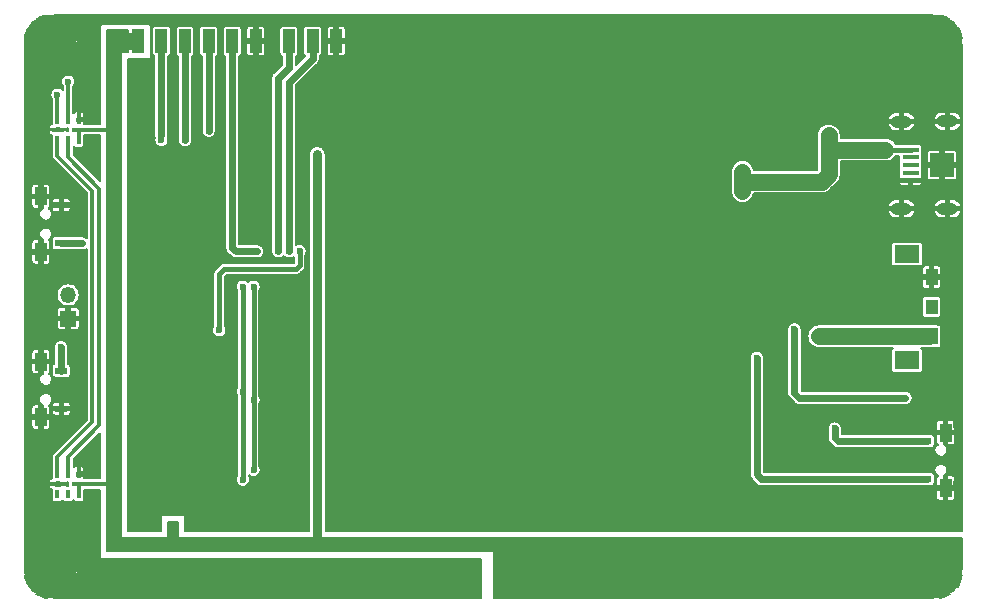
<source format=gbr>
G04 #@! TF.GenerationSoftware,KiCad,Pcbnew,5.1.2*
G04 #@! TF.CreationDate,2019-07-04T05:17:55+02:00*
G04 #@! TF.ProjectId,eside_rev17,65736964-655f-4726-9576-31372e6b6963,rev?*
G04 #@! TF.SameCoordinates,Original*
G04 #@! TF.FileFunction,Copper,L2,Bot*
G04 #@! TF.FilePolarity,Positive*
%FSLAX46Y46*%
G04 Gerber Fmt 4.6, Leading zero omitted, Abs format (unit mm)*
G04 Created by KiCad (PCBNEW 5.1.2) date 2019-07-04 05:17:55*
%MOMM*%
%LPD*%
G04 APERTURE LIST*
%ADD10C,0.700000*%
%ADD11C,4.400000*%
%ADD12R,1.000000X2.000000*%
%ADD13R,1.000000X1.550000*%
%ADD14R,1.000000X0.600000*%
%ADD15O,1.350000X1.350000*%
%ADD16R,1.350000X1.350000*%
%ADD17R,1.350000X0.400000*%
%ADD18O,1.800000X1.000000*%
%ADD19R,2.000000X2.000000*%
%ADD20R,0.350000X0.800000*%
%ADD21R,0.300000X0.800000*%
%ADD22R,1.000000X0.350000*%
%ADD23R,1.000000X1.400000*%
%ADD24R,1.000000X1.300000*%
%ADD25R,2.150000X1.500000*%
%ADD26C,0.600000*%
%ADD27C,0.250000*%
%ADD28C,1.400000*%
%ADD29C,0.300000*%
%ADD30C,0.350000*%
%ADD31C,0.800000*%
%ADD32C,0.400000*%
%ADD33C,0.600000*%
%ADD34C,0.200000*%
G04 APERTURE END LIST*
D10*
X118666726Y-31333274D03*
X117500000Y-30850000D03*
X116333274Y-31333274D03*
X115850000Y-32500000D03*
X116333274Y-33666726D03*
X117500000Y-34150000D03*
X118666726Y-33666726D03*
X119150000Y-32500000D03*
D11*
X117500000Y-32500000D03*
D10*
X43666726Y-76333274D03*
X42500000Y-75850000D03*
X41333274Y-76333274D03*
X40850000Y-77500000D03*
X41333274Y-78666726D03*
X42500000Y-79150000D03*
X43666726Y-78666726D03*
X44150000Y-77500000D03*
D11*
X42500000Y-77500000D03*
D10*
X43666726Y-31333274D03*
X42500000Y-30850000D03*
X41333274Y-31333274D03*
X40850000Y-32500000D03*
X41333274Y-33666726D03*
X42500000Y-34150000D03*
X43666726Y-33666726D03*
X44150000Y-32500000D03*
D11*
X42500000Y-32500000D03*
D10*
X118666726Y-76333274D03*
X117500000Y-75850000D03*
X116333274Y-76333274D03*
X115850000Y-77500000D03*
X116333274Y-78666726D03*
X117500000Y-79150000D03*
X118666726Y-78666726D03*
X119150000Y-77500000D03*
D11*
X117500000Y-77500000D03*
D12*
X49900000Y-32500000D03*
X51900000Y-32500000D03*
X53900000Y-32500000D03*
X55900000Y-32500000D03*
X57900000Y-32500000D03*
X59900000Y-32500000D03*
D13*
X41700000Y-50350000D03*
X41700000Y-45650000D03*
D14*
X43425000Y-46400000D03*
X43425000Y-49625000D03*
D13*
X41700000Y-64350000D03*
X41700000Y-59650000D03*
D14*
X43425000Y-60400000D03*
X43425000Y-63625000D03*
D13*
X118300000Y-65650000D03*
X118300000Y-70350000D03*
D14*
X116575000Y-69600000D03*
X116575000Y-66375000D03*
D12*
X62700000Y-32500000D03*
X64700000Y-32500000D03*
X66700000Y-32500000D03*
D15*
X44000000Y-54000000D03*
D16*
X44000000Y-56000000D03*
D17*
X115325000Y-44300000D03*
X115325000Y-43650000D03*
X115325000Y-43000000D03*
X115325000Y-42350000D03*
X115325000Y-41700000D03*
D18*
X118450000Y-46700000D03*
D19*
X118000000Y-43000000D03*
D18*
X118450000Y-39300000D03*
X114550000Y-46700000D03*
X114550000Y-39325000D03*
D20*
X44900000Y-70850000D03*
D21*
X44000000Y-70850000D03*
D20*
X43100000Y-70850000D03*
D21*
X44000000Y-69150000D03*
D20*
X43100000Y-69150000D03*
X44900000Y-69150000D03*
D22*
X44830000Y-70000000D03*
X43150000Y-70000000D03*
D20*
X44900000Y-40850000D03*
D21*
X44000000Y-40850000D03*
D20*
X43100000Y-40850000D03*
D21*
X44000000Y-39150000D03*
D20*
X43100000Y-39150000D03*
X44900000Y-39150000D03*
D22*
X44830000Y-40000000D03*
X43150000Y-40000000D03*
D23*
X117117919Y-52500000D03*
D24*
X117117919Y-55000000D03*
D25*
X115017919Y-59538069D03*
D23*
X117117919Y-57500000D03*
D25*
X115017919Y-50538069D03*
D26*
X46300000Y-66800000D03*
X63400000Y-54100000D03*
X62400000Y-54100000D03*
X52900000Y-41900000D03*
X54900000Y-41900000D03*
X65100000Y-40100000D03*
X54900000Y-46200000D03*
X52900000Y-46200000D03*
X54900000Y-47700000D03*
X52900000Y-47700000D03*
X65100000Y-38900000D03*
X45000000Y-79200000D03*
X50000000Y-79200000D03*
X55000000Y-79200000D03*
X60000000Y-79200000D03*
X65000000Y-79200000D03*
X70000000Y-79200000D03*
X75000000Y-79200000D03*
X78800000Y-79200000D03*
X40800000Y-75000000D03*
X40800000Y-70000000D03*
X40800000Y-55000000D03*
X40800000Y-40000000D03*
X40800000Y-35000000D03*
X45000000Y-30800000D03*
X70000000Y-30800000D03*
X75000000Y-30800000D03*
X80000000Y-30800000D03*
X85000000Y-30800000D03*
X90000000Y-30800000D03*
X95000000Y-30800000D03*
X100000000Y-30800000D03*
X105000000Y-30800000D03*
X110000000Y-30800000D03*
X115000000Y-30800000D03*
X119200000Y-35000000D03*
X119200000Y-50000000D03*
X119200000Y-55000000D03*
X119200000Y-60000000D03*
X119200000Y-65000000D03*
X119200000Y-70000000D03*
X119200000Y-73600000D03*
X102300000Y-57600000D03*
X102300000Y-56200000D03*
X105500000Y-46900000D03*
X104500000Y-46900000D03*
X102000000Y-46900000D03*
X105500000Y-40500000D03*
X104500000Y-40500000D03*
X112900000Y-73600000D03*
X46000000Y-42500000D03*
X91200000Y-40100000D03*
X66300000Y-49100000D03*
X65100000Y-37600000D03*
X59750000Y-40100000D03*
X66300000Y-54100000D03*
X63500000Y-57800000D03*
X62500000Y-57800000D03*
X77200000Y-69100000D03*
X76200000Y-70000000D03*
X59700000Y-73600000D03*
X58800000Y-73600000D03*
X54900000Y-53300000D03*
X54900000Y-50300000D03*
X108400000Y-38000000D03*
X101100000Y-46900000D03*
X107600000Y-57500000D03*
X108600000Y-57500000D03*
X109600000Y-57500000D03*
X110600000Y-57500000D03*
X65100000Y-42100000D03*
X80300000Y-79200000D03*
X115000000Y-79200000D03*
X110000000Y-79200000D03*
X105000000Y-79200000D03*
X100000000Y-79200000D03*
X95000000Y-79200000D03*
X90000000Y-79200000D03*
X85000000Y-79200000D03*
X119200000Y-75000000D03*
X47900000Y-40200000D03*
X52900000Y-73600000D03*
X65100000Y-58700000D03*
X101100000Y-45200000D03*
X101100000Y-44400000D03*
X101100000Y-43600000D03*
X108400000Y-40500000D03*
X108900000Y-65300000D03*
X60000024Y-50300000D03*
X51900000Y-40900000D03*
X53900000Y-40900000D03*
X55900000Y-40100000D03*
X62699987Y-50300000D03*
X61799994Y-50300000D03*
X114900000Y-62700000D03*
X105500000Y-56899984D03*
X102300000Y-59300000D03*
X115000000Y-69599994D03*
X43400000Y-58400000D03*
X45175000Y-49625000D03*
X43999996Y-35950000D03*
X43099996Y-37050000D03*
X59700008Y-53300000D03*
X59700000Y-68800000D03*
X59700000Y-62900000D03*
X58799994Y-53300010D03*
X58799994Y-62200000D03*
X58805254Y-69650000D03*
X56800000Y-57000000D03*
X63600000Y-50300000D03*
D27*
X43100000Y-39930000D02*
X43170000Y-40000000D01*
D28*
X116900000Y-57500000D02*
X110600000Y-57500000D01*
X109600000Y-57500000D02*
X107600000Y-57500000D01*
X110600000Y-57500000D02*
X109600000Y-57500000D01*
D29*
X44830000Y-40000000D02*
X47800000Y-40000000D01*
X44900000Y-40850000D02*
X44900000Y-40070000D01*
D30*
X44830000Y-70000000D02*
X47700000Y-70000000D01*
X44900000Y-70850000D02*
X44900000Y-70070000D01*
D31*
X65100000Y-42100000D02*
X65100000Y-75100000D01*
D28*
X49700000Y-32500000D02*
X48000000Y-32500000D01*
X101100000Y-43600000D02*
X101100000Y-45200000D01*
D32*
X115325000Y-41700000D02*
X113200000Y-41700000D01*
D28*
X113200000Y-41700000D02*
X108400000Y-41700000D01*
X108400000Y-41700000D02*
X108400000Y-40500000D01*
X107800000Y-44400000D02*
X101100000Y-44400000D01*
X108400000Y-41700000D02*
X108400000Y-43800000D01*
X108400000Y-43800000D02*
X107800000Y-44400000D01*
D33*
X108900000Y-66100000D02*
X108900000Y-65300000D01*
X116700000Y-66375000D02*
X109175000Y-66375000D01*
X109175000Y-66375000D02*
X108900000Y-66100000D01*
D30*
X44000000Y-69150000D02*
X44000000Y-67700000D01*
X44000000Y-42350000D02*
X44000000Y-40850000D01*
X46650000Y-45000000D02*
X44000000Y-42350000D01*
X46650000Y-65050000D02*
X46650000Y-45000000D01*
X44000000Y-67700000D02*
X46650000Y-65050000D01*
X43100000Y-68400000D02*
X43100000Y-69150000D01*
X43100000Y-42250000D02*
X46050000Y-45200000D01*
X43100000Y-40850000D02*
X43100000Y-42250000D01*
X46050000Y-45200000D02*
X46050000Y-64750000D01*
X46050000Y-64750000D02*
X43100000Y-67700000D01*
X43100000Y-67700000D02*
X43100000Y-68400000D01*
D33*
X58200000Y-50300000D02*
X60000024Y-50300000D01*
X57900000Y-32500000D02*
X57900000Y-50000000D01*
X57900000Y-50000000D02*
X58200000Y-50300000D01*
X51900000Y-40475736D02*
X51900000Y-32500000D01*
D27*
X51900000Y-40900000D02*
X51900000Y-40475736D01*
D33*
X53900000Y-40900000D02*
X53900000Y-32500000D01*
X55900000Y-40100000D02*
X55900000Y-32500000D01*
D32*
X62700000Y-50299987D02*
X62699987Y-50300000D01*
D33*
X64700000Y-32500000D02*
X64700000Y-34000000D01*
X62700000Y-36000000D02*
X62700000Y-50299987D01*
X64700000Y-34000000D02*
X62700000Y-36000000D01*
X61799994Y-35650006D02*
X61799994Y-49875736D01*
X61799994Y-49875736D02*
X61799994Y-50300000D01*
X62700000Y-32500000D02*
X62700000Y-34750000D01*
X62700000Y-34750000D02*
X61799994Y-35650006D01*
X105500000Y-62300000D02*
X105500000Y-56899984D01*
X114900000Y-62700000D02*
X105900000Y-62700000D01*
X105900000Y-62700000D02*
X105500000Y-62300000D01*
X102700000Y-69600000D02*
X112900000Y-69600000D01*
X102300000Y-59300000D02*
X102300000Y-69200000D01*
X102300000Y-69200000D02*
X102700000Y-69600000D01*
X112900000Y-69600000D02*
X115000000Y-69600000D01*
X115000000Y-69600000D02*
X116700000Y-69600000D01*
D27*
X115000000Y-69600000D02*
X115000000Y-69599994D01*
D33*
X43400000Y-60375000D02*
X43425000Y-60400000D01*
X43400000Y-58400000D02*
X43400000Y-60375000D01*
X43425000Y-49625000D02*
X45175000Y-49625000D01*
X45175000Y-49625000D02*
X45175000Y-49625000D01*
D27*
X44000000Y-35950004D02*
X43999996Y-35950000D01*
D29*
X44000000Y-39150000D02*
X44000000Y-35950004D01*
X43100000Y-39150000D02*
X43100000Y-37050004D01*
D27*
X43100000Y-37050004D02*
X43099996Y-37050000D01*
D32*
X59700008Y-53300000D02*
X59700008Y-68800000D01*
X58799994Y-69644740D02*
X58799994Y-53300010D01*
X58805254Y-69650000D02*
X58799994Y-69644740D01*
X63600000Y-51500000D02*
X63600000Y-50300000D01*
X63300000Y-51800000D02*
X63600000Y-51500000D01*
X57225000Y-51800000D02*
X63300000Y-51800000D01*
X56800000Y-57000000D02*
X56800000Y-52225000D01*
X56800000Y-52225000D02*
X57225000Y-51800000D01*
D34*
G36*
X117211255Y-30349123D02*
G01*
X117500000Y-30637868D01*
X117783511Y-30354357D01*
X117922157Y-30367951D01*
X118328236Y-30490554D01*
X118688486Y-30682102D01*
X118669268Y-30680134D01*
X118541798Y-30692188D01*
X118419129Y-30728878D01*
X118414432Y-30730825D01*
X118377981Y-30832397D01*
X118666726Y-31121142D01*
X118680869Y-31107000D01*
X118893001Y-31319132D01*
X118878858Y-31333274D01*
X119167603Y-31622019D01*
X119269175Y-31585568D01*
X119306820Y-31463189D01*
X119319866Y-31335816D01*
X119317815Y-31314127D01*
X119503615Y-31657757D01*
X119629049Y-32062969D01*
X119645228Y-32216904D01*
X119362132Y-32500000D01*
X119650877Y-32788745D01*
X119675000Y-32780088D01*
X119675001Y-74000000D01*
X65800000Y-74000000D01*
X65800000Y-71125000D01*
X117498548Y-71125000D01*
X117504340Y-71183810D01*
X117521495Y-71240361D01*
X117549352Y-71292478D01*
X117586841Y-71338159D01*
X117632522Y-71375648D01*
X117684639Y-71403505D01*
X117741190Y-71420660D01*
X117800000Y-71426452D01*
X118075000Y-71425000D01*
X118150000Y-71350000D01*
X118150000Y-70500000D01*
X118450000Y-70500000D01*
X118450000Y-71350000D01*
X118525000Y-71425000D01*
X118800000Y-71426452D01*
X118858810Y-71420660D01*
X118915361Y-71403505D01*
X118967478Y-71375648D01*
X119013159Y-71338159D01*
X119050648Y-71292478D01*
X119078505Y-71240361D01*
X119095660Y-71183810D01*
X119101452Y-71125000D01*
X119100000Y-70575000D01*
X119025000Y-70500000D01*
X118450000Y-70500000D01*
X118150000Y-70500000D01*
X117575000Y-70500000D01*
X117500000Y-70575000D01*
X117498548Y-71125000D01*
X65800000Y-71125000D01*
X65800000Y-69200000D01*
X101697097Y-69200000D01*
X101708682Y-69317620D01*
X101742991Y-69430721D01*
X101798705Y-69534955D01*
X101873684Y-69626317D01*
X101896581Y-69645108D01*
X102254891Y-70003419D01*
X102273683Y-70026317D01*
X102365045Y-70101296D01*
X102469279Y-70157010D01*
X102548070Y-70180911D01*
X102582378Y-70191318D01*
X102593640Y-70192427D01*
X102670526Y-70200000D01*
X102670533Y-70200000D01*
X102699999Y-70202902D01*
X102729465Y-70200000D01*
X116060267Y-70200000D01*
X116075000Y-70201451D01*
X117075000Y-70201451D01*
X117133810Y-70195659D01*
X117190360Y-70178504D01*
X117242477Y-70150647D01*
X117288158Y-70113158D01*
X117325647Y-70067477D01*
X117353504Y-70015360D01*
X117370659Y-69958810D01*
X117376451Y-69900000D01*
X117376451Y-69300000D01*
X117370659Y-69241190D01*
X117353504Y-69184640D01*
X117325647Y-69132523D01*
X117288158Y-69086842D01*
X117242477Y-69049353D01*
X117190360Y-69021496D01*
X117133810Y-69004341D01*
X117075000Y-68998549D01*
X116075000Y-68998549D01*
X116060267Y-69000000D01*
X115059125Y-69000000D01*
X115059095Y-68999994D01*
X114940905Y-68999994D01*
X114940875Y-69000000D01*
X102948528Y-69000000D01*
X102900000Y-68951473D01*
X102900000Y-68795830D01*
X117350000Y-68795830D01*
X117350000Y-68904170D01*
X117371136Y-69010429D01*
X117412597Y-69110523D01*
X117472787Y-69200604D01*
X117549396Y-69277213D01*
X117626877Y-69328984D01*
X117586841Y-69361841D01*
X117549352Y-69407522D01*
X117521495Y-69459639D01*
X117504340Y-69516190D01*
X117498548Y-69575000D01*
X117500000Y-70125000D01*
X117575000Y-70200000D01*
X118150000Y-70200000D01*
X118150000Y-69350000D01*
X118450000Y-69350000D01*
X118450000Y-70200000D01*
X119025000Y-70200000D01*
X119100000Y-70125000D01*
X119101452Y-69575000D01*
X119095660Y-69516190D01*
X119078505Y-69459639D01*
X119050648Y-69407522D01*
X119013159Y-69361841D01*
X118967478Y-69324352D01*
X118915361Y-69296495D01*
X118858810Y-69279340D01*
X118800000Y-69273548D01*
X118525000Y-69275000D01*
X118450000Y-69350000D01*
X118150000Y-69350000D01*
X118144175Y-69344175D01*
X118160523Y-69337403D01*
X118250604Y-69277213D01*
X118327213Y-69200604D01*
X118387403Y-69110523D01*
X118428864Y-69010429D01*
X118450000Y-68904170D01*
X118450000Y-68795830D01*
X118428864Y-68689571D01*
X118387403Y-68589477D01*
X118327213Y-68499396D01*
X118250604Y-68422787D01*
X118160523Y-68362597D01*
X118060429Y-68321136D01*
X117954170Y-68300000D01*
X117845830Y-68300000D01*
X117739571Y-68321136D01*
X117639477Y-68362597D01*
X117549396Y-68422787D01*
X117472787Y-68499396D01*
X117412597Y-68589477D01*
X117371136Y-68689571D01*
X117350000Y-68795830D01*
X102900000Y-68795830D01*
X102900000Y-67095830D01*
X117350000Y-67095830D01*
X117350000Y-67204170D01*
X117371136Y-67310429D01*
X117412597Y-67410523D01*
X117472787Y-67500604D01*
X117549396Y-67577213D01*
X117639477Y-67637403D01*
X117739571Y-67678864D01*
X117845830Y-67700000D01*
X117954170Y-67700000D01*
X118060429Y-67678864D01*
X118160523Y-67637403D01*
X118250604Y-67577213D01*
X118327213Y-67500604D01*
X118387403Y-67410523D01*
X118428864Y-67310429D01*
X118450000Y-67204170D01*
X118450000Y-67095830D01*
X118428864Y-66989571D01*
X118387403Y-66889477D01*
X118327213Y-66799396D01*
X118250604Y-66722787D01*
X118160523Y-66662597D01*
X118144175Y-66655825D01*
X118150000Y-66650000D01*
X118150000Y-65800000D01*
X118450000Y-65800000D01*
X118450000Y-66650000D01*
X118525000Y-66725000D01*
X118800000Y-66726452D01*
X118858810Y-66720660D01*
X118915361Y-66703505D01*
X118967478Y-66675648D01*
X119013159Y-66638159D01*
X119050648Y-66592478D01*
X119078505Y-66540361D01*
X119095660Y-66483810D01*
X119101452Y-66425000D01*
X119100000Y-65875000D01*
X119025000Y-65800000D01*
X118450000Y-65800000D01*
X118150000Y-65800000D01*
X117575000Y-65800000D01*
X117500000Y-65875000D01*
X117498548Y-66425000D01*
X117504340Y-66483810D01*
X117521495Y-66540361D01*
X117549352Y-66592478D01*
X117586841Y-66638159D01*
X117626877Y-66671016D01*
X117549396Y-66722787D01*
X117472787Y-66799396D01*
X117412597Y-66889477D01*
X117371136Y-66989571D01*
X117350000Y-67095830D01*
X102900000Y-67095830D01*
X102900000Y-66100000D01*
X108297097Y-66100000D01*
X108300000Y-66129473D01*
X108308682Y-66217620D01*
X108342990Y-66330720D01*
X108398704Y-66434954D01*
X108473683Y-66526317D01*
X108496586Y-66545113D01*
X108729887Y-66778414D01*
X108748683Y-66801317D01*
X108840045Y-66876296D01*
X108944279Y-66932010D01*
X109057379Y-66966318D01*
X109101453Y-66970659D01*
X109175000Y-66977903D01*
X109204474Y-66975000D01*
X116060267Y-66975000D01*
X116075000Y-66976451D01*
X117075000Y-66976451D01*
X117133810Y-66970659D01*
X117190360Y-66953504D01*
X117242477Y-66925647D01*
X117288158Y-66888158D01*
X117325647Y-66842477D01*
X117353504Y-66790360D01*
X117370659Y-66733810D01*
X117376451Y-66675000D01*
X117376451Y-66075000D01*
X117370659Y-66016190D01*
X117353504Y-65959640D01*
X117325647Y-65907523D01*
X117288158Y-65861842D01*
X117242477Y-65824353D01*
X117190360Y-65796496D01*
X117133810Y-65779341D01*
X117075000Y-65773549D01*
X116075000Y-65773549D01*
X116060267Y-65775000D01*
X109500000Y-65775000D01*
X109500000Y-65240905D01*
X109494221Y-65211852D01*
X109491318Y-65182379D01*
X109482721Y-65154037D01*
X109476942Y-65124986D01*
X109465608Y-65097623D01*
X109457010Y-65069279D01*
X109443047Y-65043156D01*
X109431713Y-65015793D01*
X109415259Y-64991168D01*
X109401296Y-64965045D01*
X109382504Y-64942147D01*
X109366050Y-64917522D01*
X109345109Y-64896581D01*
X109327398Y-64875000D01*
X117498548Y-64875000D01*
X117500000Y-65425000D01*
X117575000Y-65500000D01*
X118150000Y-65500000D01*
X118150000Y-64650000D01*
X118450000Y-64650000D01*
X118450000Y-65500000D01*
X119025000Y-65500000D01*
X119100000Y-65425000D01*
X119101452Y-64875000D01*
X119095660Y-64816190D01*
X119078505Y-64759639D01*
X119050648Y-64707522D01*
X119013159Y-64661841D01*
X118967478Y-64624352D01*
X118915361Y-64596495D01*
X118858810Y-64579340D01*
X118800000Y-64573548D01*
X118525000Y-64575000D01*
X118450000Y-64650000D01*
X118150000Y-64650000D01*
X118075000Y-64575000D01*
X117800000Y-64573548D01*
X117741190Y-64579340D01*
X117684639Y-64596495D01*
X117632522Y-64624352D01*
X117586841Y-64661841D01*
X117549352Y-64707522D01*
X117521495Y-64759639D01*
X117504340Y-64816190D01*
X117498548Y-64875000D01*
X109327398Y-64875000D01*
X109326317Y-64873683D01*
X109303419Y-64854891D01*
X109282478Y-64833950D01*
X109257853Y-64817496D01*
X109234955Y-64798704D01*
X109208832Y-64784741D01*
X109184207Y-64768287D01*
X109156844Y-64756953D01*
X109130721Y-64742990D01*
X109102377Y-64734392D01*
X109075014Y-64723058D01*
X109045963Y-64717279D01*
X109017621Y-64708682D01*
X108988148Y-64705779D01*
X108959095Y-64700000D01*
X108929474Y-64700000D01*
X108900000Y-64697097D01*
X108870526Y-64700000D01*
X108840905Y-64700000D01*
X108811851Y-64705779D01*
X108782380Y-64708682D01*
X108754040Y-64717279D01*
X108724986Y-64723058D01*
X108697620Y-64734393D01*
X108669280Y-64742990D01*
X108643161Y-64756951D01*
X108615793Y-64768287D01*
X108591164Y-64784744D01*
X108565046Y-64798704D01*
X108542152Y-64817493D01*
X108517522Y-64833950D01*
X108496576Y-64854896D01*
X108473684Y-64873683D01*
X108454897Y-64896575D01*
X108433950Y-64917522D01*
X108417492Y-64942153D01*
X108398705Y-64965045D01*
X108384746Y-64991160D01*
X108368287Y-65015793D01*
X108356949Y-65043165D01*
X108342991Y-65069279D01*
X108334395Y-65097616D01*
X108323058Y-65124986D01*
X108317279Y-65154039D01*
X108308682Y-65182379D01*
X108305779Y-65211852D01*
X108300000Y-65240905D01*
X108300000Y-66070526D01*
X108297097Y-66100000D01*
X102900000Y-66100000D01*
X102900000Y-62300000D01*
X104897097Y-62300000D01*
X104900000Y-62329473D01*
X104908682Y-62417620D01*
X104942990Y-62530720D01*
X104998704Y-62634954D01*
X105073683Y-62726317D01*
X105096586Y-62745113D01*
X105454891Y-63103419D01*
X105473683Y-63126317D01*
X105565045Y-63201296D01*
X105669279Y-63257010D01*
X105742892Y-63279340D01*
X105782378Y-63291318D01*
X105793640Y-63292427D01*
X105870526Y-63300000D01*
X105870533Y-63300000D01*
X105899999Y-63302902D01*
X105929465Y-63300000D01*
X114959095Y-63300000D01*
X114988148Y-63294221D01*
X115017621Y-63291318D01*
X115045963Y-63282721D01*
X115075014Y-63276942D01*
X115102377Y-63265608D01*
X115130721Y-63257010D01*
X115156844Y-63243047D01*
X115184207Y-63231713D01*
X115208832Y-63215259D01*
X115234955Y-63201296D01*
X115257853Y-63182504D01*
X115282478Y-63166050D01*
X115303419Y-63145109D01*
X115326317Y-63126317D01*
X115345109Y-63103419D01*
X115366050Y-63082478D01*
X115382504Y-63057853D01*
X115401296Y-63034955D01*
X115415259Y-63008832D01*
X115431713Y-62984207D01*
X115443047Y-62956844D01*
X115457010Y-62930721D01*
X115465608Y-62902377D01*
X115476942Y-62875014D01*
X115482721Y-62845963D01*
X115491318Y-62817621D01*
X115494221Y-62788148D01*
X115500000Y-62759095D01*
X115500000Y-62729474D01*
X115502903Y-62700000D01*
X115500000Y-62670526D01*
X115500000Y-62640905D01*
X115494221Y-62611852D01*
X115491318Y-62582379D01*
X115482721Y-62554037D01*
X115476942Y-62524986D01*
X115465608Y-62497623D01*
X115457010Y-62469279D01*
X115443047Y-62443156D01*
X115431713Y-62415793D01*
X115415259Y-62391168D01*
X115401296Y-62365045D01*
X115382504Y-62342147D01*
X115366050Y-62317522D01*
X115345109Y-62296581D01*
X115326317Y-62273683D01*
X115303419Y-62254891D01*
X115282478Y-62233950D01*
X115257853Y-62217496D01*
X115234955Y-62198704D01*
X115208832Y-62184741D01*
X115184207Y-62168287D01*
X115156844Y-62156953D01*
X115130721Y-62142990D01*
X115102377Y-62134392D01*
X115075014Y-62123058D01*
X115045963Y-62117279D01*
X115017621Y-62108682D01*
X114988148Y-62105779D01*
X114959095Y-62100000D01*
X106148528Y-62100000D01*
X106100000Y-62051473D01*
X106100000Y-57500000D01*
X106595162Y-57500000D01*
X106614470Y-57696034D01*
X106671651Y-57884535D01*
X106764508Y-58058258D01*
X106889472Y-58210528D01*
X107041742Y-58335492D01*
X107215465Y-58428349D01*
X107403966Y-58485530D01*
X107550880Y-58500000D01*
X113859089Y-58500000D01*
X113827559Y-58509565D01*
X113775442Y-58537422D01*
X113729761Y-58574911D01*
X113692272Y-58620592D01*
X113664415Y-58672709D01*
X113647260Y-58729259D01*
X113641468Y-58788069D01*
X113641468Y-60288069D01*
X113647260Y-60346879D01*
X113664415Y-60403429D01*
X113692272Y-60455546D01*
X113729761Y-60501227D01*
X113775442Y-60538716D01*
X113827559Y-60566573D01*
X113884109Y-60583728D01*
X113942919Y-60589520D01*
X116092919Y-60589520D01*
X116151729Y-60583728D01*
X116208279Y-60566573D01*
X116260396Y-60538716D01*
X116306077Y-60501227D01*
X116343566Y-60455546D01*
X116371423Y-60403429D01*
X116388578Y-60346879D01*
X116394370Y-60288069D01*
X116394370Y-58788069D01*
X116388578Y-58729259D01*
X116371423Y-58672709D01*
X116343566Y-58620592D01*
X116306077Y-58574911D01*
X116260396Y-58537422D01*
X116208279Y-58509565D01*
X116176749Y-58500000D01*
X116603186Y-58500000D01*
X116617919Y-58501451D01*
X117617919Y-58501451D01*
X117676729Y-58495659D01*
X117733279Y-58478504D01*
X117785396Y-58450647D01*
X117831077Y-58413158D01*
X117868566Y-58367477D01*
X117896423Y-58315360D01*
X117913578Y-58258810D01*
X117919370Y-58200000D01*
X117919370Y-56800000D01*
X117913578Y-56741190D01*
X117896423Y-56684640D01*
X117868566Y-56632523D01*
X117831077Y-56586842D01*
X117785396Y-56549353D01*
X117733279Y-56521496D01*
X117676729Y-56504341D01*
X117617919Y-56498549D01*
X116617919Y-56498549D01*
X116603186Y-56500000D01*
X107550880Y-56500000D01*
X107403966Y-56514470D01*
X107215465Y-56571651D01*
X107041742Y-56664508D01*
X106889472Y-56789472D01*
X106764508Y-56941742D01*
X106671651Y-57115465D01*
X106614470Y-57303966D01*
X106595162Y-57500000D01*
X106100000Y-57500000D01*
X106100000Y-56840889D01*
X106094221Y-56811836D01*
X106091318Y-56782363D01*
X106082721Y-56754021D01*
X106076942Y-56724970D01*
X106065608Y-56697607D01*
X106057010Y-56669263D01*
X106043047Y-56643140D01*
X106031713Y-56615777D01*
X106015259Y-56591152D01*
X106001296Y-56565029D01*
X105982504Y-56542131D01*
X105966050Y-56517506D01*
X105945109Y-56496565D01*
X105926317Y-56473667D01*
X105903419Y-56454875D01*
X105882478Y-56433934D01*
X105857853Y-56417480D01*
X105834955Y-56398688D01*
X105808832Y-56384725D01*
X105784207Y-56368271D01*
X105756844Y-56356937D01*
X105730721Y-56342974D01*
X105702377Y-56334376D01*
X105675014Y-56323042D01*
X105645963Y-56317263D01*
X105617621Y-56308666D01*
X105588148Y-56305763D01*
X105559095Y-56299984D01*
X105529474Y-56299984D01*
X105500000Y-56297081D01*
X105470526Y-56299984D01*
X105440905Y-56299984D01*
X105411851Y-56305763D01*
X105382380Y-56308666D01*
X105354040Y-56317263D01*
X105324986Y-56323042D01*
X105297620Y-56334377D01*
X105269280Y-56342974D01*
X105243161Y-56356935D01*
X105215793Y-56368271D01*
X105191164Y-56384728D01*
X105165046Y-56398688D01*
X105142152Y-56417477D01*
X105117522Y-56433934D01*
X105096576Y-56454880D01*
X105073684Y-56473667D01*
X105054897Y-56496559D01*
X105033950Y-56517506D01*
X105017492Y-56542137D01*
X104998705Y-56565029D01*
X104984746Y-56591144D01*
X104968287Y-56615777D01*
X104956949Y-56643149D01*
X104942991Y-56669263D01*
X104934396Y-56697598D01*
X104923058Y-56724970D01*
X104917277Y-56754031D01*
X104908683Y-56782363D01*
X104905781Y-56811826D01*
X104900000Y-56840889D01*
X104900000Y-56959079D01*
X104900001Y-56959084D01*
X104900000Y-62270526D01*
X104897097Y-62300000D01*
X102900000Y-62300000D01*
X102900000Y-59240905D01*
X102894221Y-59211852D01*
X102891318Y-59182379D01*
X102882721Y-59154037D01*
X102876942Y-59124986D01*
X102865608Y-59097623D01*
X102857010Y-59069279D01*
X102843047Y-59043156D01*
X102831713Y-59015793D01*
X102815259Y-58991168D01*
X102801296Y-58965045D01*
X102782504Y-58942147D01*
X102766050Y-58917522D01*
X102745109Y-58896581D01*
X102726317Y-58873683D01*
X102703420Y-58854892D01*
X102682478Y-58833950D01*
X102657849Y-58817494D01*
X102634954Y-58798704D01*
X102608836Y-58784744D01*
X102584207Y-58768287D01*
X102556839Y-58756951D01*
X102530720Y-58742990D01*
X102502380Y-58734393D01*
X102475014Y-58723058D01*
X102445960Y-58717279D01*
X102417620Y-58708682D01*
X102388149Y-58705779D01*
X102359095Y-58700000D01*
X102329474Y-58700000D01*
X102300000Y-58697097D01*
X102270526Y-58700000D01*
X102240905Y-58700000D01*
X102211852Y-58705779D01*
X102182379Y-58708682D01*
X102154037Y-58717279D01*
X102124986Y-58723058D01*
X102097623Y-58734392D01*
X102069279Y-58742990D01*
X102043156Y-58756953D01*
X102015793Y-58768287D01*
X101991168Y-58784741D01*
X101965045Y-58798704D01*
X101942147Y-58817496D01*
X101917522Y-58833950D01*
X101896581Y-58854891D01*
X101873683Y-58873683D01*
X101854892Y-58896580D01*
X101833950Y-58917522D01*
X101817494Y-58942151D01*
X101798704Y-58965046D01*
X101784744Y-58991164D01*
X101768287Y-59015793D01*
X101756951Y-59043161D01*
X101742990Y-59069280D01*
X101734393Y-59097620D01*
X101723058Y-59124986D01*
X101717279Y-59154040D01*
X101708682Y-59182380D01*
X101705779Y-59211851D01*
X101700000Y-59240905D01*
X101700000Y-59270527D01*
X101700001Y-69170516D01*
X101697097Y-69200000D01*
X65800000Y-69200000D01*
X65800000Y-54350000D01*
X116316468Y-54350000D01*
X116316468Y-55650000D01*
X116322260Y-55708810D01*
X116339415Y-55765360D01*
X116367272Y-55817477D01*
X116404761Y-55863158D01*
X116450442Y-55900647D01*
X116502559Y-55928504D01*
X116559109Y-55945659D01*
X116617919Y-55951451D01*
X117617919Y-55951451D01*
X117676729Y-55945659D01*
X117733279Y-55928504D01*
X117785396Y-55900647D01*
X117831077Y-55863158D01*
X117868566Y-55817477D01*
X117896423Y-55765360D01*
X117913578Y-55708810D01*
X117919370Y-55650000D01*
X117919370Y-54350000D01*
X117913578Y-54291190D01*
X117896423Y-54234640D01*
X117868566Y-54182523D01*
X117831077Y-54136842D01*
X117785396Y-54099353D01*
X117733279Y-54071496D01*
X117676729Y-54054341D01*
X117617919Y-54048549D01*
X116617919Y-54048549D01*
X116559109Y-54054341D01*
X116502559Y-54071496D01*
X116450442Y-54099353D01*
X116404761Y-54136842D01*
X116367272Y-54182523D01*
X116339415Y-54234640D01*
X116322260Y-54291190D01*
X116316468Y-54350000D01*
X65800000Y-54350000D01*
X65800000Y-53200000D01*
X116316467Y-53200000D01*
X116322259Y-53258810D01*
X116339414Y-53315361D01*
X116367271Y-53367478D01*
X116404760Y-53413159D01*
X116450441Y-53450648D01*
X116502558Y-53478505D01*
X116559109Y-53495660D01*
X116617919Y-53501452D01*
X116892919Y-53500000D01*
X116967919Y-53425000D01*
X116967919Y-52650000D01*
X117267919Y-52650000D01*
X117267919Y-53425000D01*
X117342919Y-53500000D01*
X117617919Y-53501452D01*
X117676729Y-53495660D01*
X117733280Y-53478505D01*
X117785397Y-53450648D01*
X117831078Y-53413159D01*
X117868567Y-53367478D01*
X117896424Y-53315361D01*
X117913579Y-53258810D01*
X117919371Y-53200000D01*
X117917919Y-52725000D01*
X117842919Y-52650000D01*
X117267919Y-52650000D01*
X116967919Y-52650000D01*
X116392919Y-52650000D01*
X116317919Y-52725000D01*
X116316467Y-53200000D01*
X65800000Y-53200000D01*
X65800000Y-51800000D01*
X116316467Y-51800000D01*
X116317919Y-52275000D01*
X116392919Y-52350000D01*
X116967919Y-52350000D01*
X116967919Y-51575000D01*
X117267919Y-51575000D01*
X117267919Y-52350000D01*
X117842919Y-52350000D01*
X117917919Y-52275000D01*
X117919371Y-51800000D01*
X117913579Y-51741190D01*
X117896424Y-51684639D01*
X117868567Y-51632522D01*
X117831078Y-51586841D01*
X117785397Y-51549352D01*
X117733280Y-51521495D01*
X117676729Y-51504340D01*
X117617919Y-51498548D01*
X117342919Y-51500000D01*
X117267919Y-51575000D01*
X116967919Y-51575000D01*
X116892919Y-51500000D01*
X116617919Y-51498548D01*
X116559109Y-51504340D01*
X116502558Y-51521495D01*
X116450441Y-51549352D01*
X116404760Y-51586841D01*
X116367271Y-51632522D01*
X116339414Y-51684639D01*
X116322259Y-51741190D01*
X116316467Y-51800000D01*
X65800000Y-51800000D01*
X65800000Y-49788069D01*
X113641468Y-49788069D01*
X113641468Y-51288069D01*
X113647260Y-51346879D01*
X113664415Y-51403429D01*
X113692272Y-51455546D01*
X113729761Y-51501227D01*
X113775442Y-51538716D01*
X113827559Y-51566573D01*
X113884109Y-51583728D01*
X113942919Y-51589520D01*
X116092919Y-51589520D01*
X116151729Y-51583728D01*
X116208279Y-51566573D01*
X116260396Y-51538716D01*
X116306077Y-51501227D01*
X116343566Y-51455546D01*
X116371423Y-51403429D01*
X116388578Y-51346879D01*
X116394370Y-51288069D01*
X116394370Y-49788069D01*
X116388578Y-49729259D01*
X116371423Y-49672709D01*
X116343566Y-49620592D01*
X116306077Y-49574911D01*
X116260396Y-49537422D01*
X116208279Y-49509565D01*
X116151729Y-49492410D01*
X116092919Y-49486618D01*
X113942919Y-49486618D01*
X113884109Y-49492410D01*
X113827559Y-49509565D01*
X113775442Y-49537422D01*
X113729761Y-49574911D01*
X113692272Y-49620592D01*
X113664415Y-49672709D01*
X113647260Y-49729259D01*
X113641468Y-49788069D01*
X65800000Y-49788069D01*
X65800000Y-46971081D01*
X113397328Y-46971081D01*
X113401488Y-47019735D01*
X113478248Y-47159619D01*
X113580823Y-47281840D01*
X113705271Y-47381701D01*
X113846810Y-47455365D01*
X114000000Y-47500000D01*
X114400000Y-47500000D01*
X114400000Y-46850000D01*
X114700000Y-46850000D01*
X114700000Y-47500000D01*
X115100000Y-47500000D01*
X115253190Y-47455365D01*
X115394729Y-47381701D01*
X115519177Y-47281840D01*
X115621752Y-47159619D01*
X115698512Y-47019735D01*
X115702672Y-46971081D01*
X117297328Y-46971081D01*
X117301488Y-47019735D01*
X117378248Y-47159619D01*
X117480823Y-47281840D01*
X117605271Y-47381701D01*
X117746810Y-47455365D01*
X117900000Y-47500000D01*
X118300000Y-47500000D01*
X118300000Y-46850000D01*
X118600000Y-46850000D01*
X118600000Y-47500000D01*
X119000000Y-47500000D01*
X119153190Y-47455365D01*
X119294729Y-47381701D01*
X119419177Y-47281840D01*
X119521752Y-47159619D01*
X119598512Y-47019735D01*
X119602672Y-46971081D01*
X119559313Y-46850000D01*
X118600000Y-46850000D01*
X118300000Y-46850000D01*
X117340687Y-46850000D01*
X117297328Y-46971081D01*
X115702672Y-46971081D01*
X115659313Y-46850000D01*
X114700000Y-46850000D01*
X114400000Y-46850000D01*
X113440687Y-46850000D01*
X113397328Y-46971081D01*
X65800000Y-46971081D01*
X65800000Y-46428919D01*
X113397328Y-46428919D01*
X113440687Y-46550000D01*
X114400000Y-46550000D01*
X114400000Y-45900000D01*
X114700000Y-45900000D01*
X114700000Y-46550000D01*
X115659313Y-46550000D01*
X115702672Y-46428919D01*
X117297328Y-46428919D01*
X117340687Y-46550000D01*
X118300000Y-46550000D01*
X118300000Y-45900000D01*
X118600000Y-45900000D01*
X118600000Y-46550000D01*
X119559313Y-46550000D01*
X119602672Y-46428919D01*
X119598512Y-46380265D01*
X119521752Y-46240381D01*
X119419177Y-46118160D01*
X119294729Y-46018299D01*
X119153190Y-45944635D01*
X119000000Y-45900000D01*
X118600000Y-45900000D01*
X118300000Y-45900000D01*
X117900000Y-45900000D01*
X117746810Y-45944635D01*
X117605271Y-46018299D01*
X117480823Y-46118160D01*
X117378248Y-46240381D01*
X117301488Y-46380265D01*
X117297328Y-46428919D01*
X115702672Y-46428919D01*
X115698512Y-46380265D01*
X115621752Y-46240381D01*
X115519177Y-46118160D01*
X115394729Y-46018299D01*
X115253190Y-45944635D01*
X115100000Y-45900000D01*
X114700000Y-45900000D01*
X114400000Y-45900000D01*
X114000000Y-45900000D01*
X113846810Y-45944635D01*
X113705271Y-46018299D01*
X113580823Y-46118160D01*
X113478248Y-46240381D01*
X113401488Y-46380265D01*
X113397328Y-46428919D01*
X65800000Y-46428919D01*
X65800000Y-44400000D01*
X100095162Y-44400000D01*
X100100001Y-44449126D01*
X100100001Y-45249120D01*
X100114471Y-45396034D01*
X100171652Y-45584535D01*
X100264509Y-45758258D01*
X100389473Y-45910528D01*
X100541743Y-46035492D01*
X100715466Y-46128349D01*
X100903967Y-46185530D01*
X101100000Y-46204838D01*
X101296034Y-46185530D01*
X101484535Y-46128349D01*
X101658258Y-46035492D01*
X101810528Y-45910528D01*
X101935492Y-45758258D01*
X102028349Y-45584535D01*
X102084327Y-45400000D01*
X107750880Y-45400000D01*
X107800000Y-45404838D01*
X107849120Y-45400000D01*
X107996034Y-45385530D01*
X108184535Y-45328349D01*
X108358258Y-45235492D01*
X108510528Y-45110528D01*
X108541849Y-45072363D01*
X109072363Y-44541849D01*
X109110528Y-44510528D01*
X109119168Y-44500000D01*
X114348548Y-44500000D01*
X114354340Y-44558810D01*
X114371495Y-44615361D01*
X114399352Y-44667478D01*
X114436841Y-44713159D01*
X114482522Y-44750648D01*
X114534639Y-44778505D01*
X114591190Y-44795660D01*
X114650000Y-44801452D01*
X115100000Y-44800000D01*
X115175000Y-44725000D01*
X115175000Y-44400000D01*
X115475000Y-44400000D01*
X115475000Y-44725000D01*
X115550000Y-44800000D01*
X116000000Y-44801452D01*
X116058810Y-44795660D01*
X116115361Y-44778505D01*
X116167478Y-44750648D01*
X116213159Y-44713159D01*
X116250648Y-44667478D01*
X116278505Y-44615361D01*
X116295660Y-44558810D01*
X116301452Y-44500000D01*
X116300000Y-44475000D01*
X116225000Y-44400000D01*
X115475000Y-44400000D01*
X115175000Y-44400000D01*
X114425000Y-44400000D01*
X114350000Y-44475000D01*
X114348548Y-44500000D01*
X109119168Y-44500000D01*
X109235492Y-44358258D01*
X109328349Y-44184535D01*
X109385530Y-43996034D01*
X109400000Y-43849120D01*
X109400000Y-43849119D01*
X109404838Y-43800001D01*
X109400000Y-43750883D01*
X109400000Y-42700000D01*
X113249120Y-42700000D01*
X113396034Y-42685530D01*
X113584535Y-42628349D01*
X113758258Y-42535492D01*
X113910528Y-42410528D01*
X114035492Y-42258258D01*
X114066632Y-42200000D01*
X114348549Y-42200000D01*
X114348549Y-42550000D01*
X114354341Y-42608810D01*
X114371496Y-42665360D01*
X114376649Y-42675000D01*
X114371496Y-42684640D01*
X114354341Y-42741190D01*
X114348549Y-42800000D01*
X114348549Y-43200000D01*
X114354341Y-43258810D01*
X114371496Y-43315360D01*
X114376649Y-43325000D01*
X114371496Y-43334640D01*
X114354341Y-43391190D01*
X114348549Y-43450000D01*
X114348549Y-43850000D01*
X114354341Y-43908810D01*
X114371496Y-43965360D01*
X114376648Y-43974999D01*
X114371495Y-43984639D01*
X114354340Y-44041190D01*
X114348548Y-44100000D01*
X114350000Y-44125000D01*
X114425000Y-44200000D01*
X115175000Y-44200000D01*
X115175000Y-44151451D01*
X115475000Y-44151451D01*
X115475000Y-44200000D01*
X116225000Y-44200000D01*
X116300000Y-44125000D01*
X116301452Y-44100000D01*
X116295660Y-44041190D01*
X116283165Y-44000000D01*
X116698548Y-44000000D01*
X116704340Y-44058810D01*
X116721495Y-44115361D01*
X116749352Y-44167478D01*
X116786841Y-44213159D01*
X116832522Y-44250648D01*
X116884639Y-44278505D01*
X116941190Y-44295660D01*
X117000000Y-44301452D01*
X117775000Y-44300000D01*
X117850000Y-44225000D01*
X117850000Y-43150000D01*
X118150000Y-43150000D01*
X118150000Y-44225000D01*
X118225000Y-44300000D01*
X119000000Y-44301452D01*
X119058810Y-44295660D01*
X119115361Y-44278505D01*
X119167478Y-44250648D01*
X119213159Y-44213159D01*
X119250648Y-44167478D01*
X119278505Y-44115361D01*
X119295660Y-44058810D01*
X119301452Y-44000000D01*
X119300000Y-43225000D01*
X119225000Y-43150000D01*
X118150000Y-43150000D01*
X117850000Y-43150000D01*
X116775000Y-43150000D01*
X116700000Y-43225000D01*
X116698548Y-44000000D01*
X116283165Y-44000000D01*
X116278505Y-43984639D01*
X116273352Y-43974999D01*
X116278504Y-43965360D01*
X116295659Y-43908810D01*
X116301451Y-43850000D01*
X116301451Y-43450000D01*
X116295659Y-43391190D01*
X116278504Y-43334640D01*
X116273351Y-43325000D01*
X116278504Y-43315360D01*
X116295659Y-43258810D01*
X116301451Y-43200000D01*
X116301451Y-42800000D01*
X116295659Y-42741190D01*
X116278504Y-42684640D01*
X116273351Y-42675000D01*
X116278504Y-42665360D01*
X116295659Y-42608810D01*
X116301451Y-42550000D01*
X116301451Y-42150000D01*
X116295659Y-42091190D01*
X116278504Y-42034640D01*
X116273351Y-42025000D01*
X116278504Y-42015360D01*
X116283163Y-42000000D01*
X116698548Y-42000000D01*
X116700000Y-42775000D01*
X116775000Y-42850000D01*
X117850000Y-42850000D01*
X117850000Y-41775000D01*
X118150000Y-41775000D01*
X118150000Y-42850000D01*
X119225000Y-42850000D01*
X119300000Y-42775000D01*
X119301452Y-42000000D01*
X119295660Y-41941190D01*
X119278505Y-41884639D01*
X119250648Y-41832522D01*
X119213159Y-41786841D01*
X119167478Y-41749352D01*
X119115361Y-41721495D01*
X119058810Y-41704340D01*
X119000000Y-41698548D01*
X118225000Y-41700000D01*
X118150000Y-41775000D01*
X117850000Y-41775000D01*
X117775000Y-41700000D01*
X117000000Y-41698548D01*
X116941190Y-41704340D01*
X116884639Y-41721495D01*
X116832522Y-41749352D01*
X116786841Y-41786841D01*
X116749352Y-41832522D01*
X116721495Y-41884639D01*
X116704340Y-41941190D01*
X116698548Y-42000000D01*
X116283163Y-42000000D01*
X116295659Y-41958810D01*
X116301451Y-41900000D01*
X116301451Y-41500000D01*
X116295659Y-41441190D01*
X116278504Y-41384640D01*
X116250647Y-41332523D01*
X116213158Y-41286842D01*
X116167477Y-41249353D01*
X116115360Y-41221496D01*
X116058810Y-41204341D01*
X116000000Y-41198549D01*
X114650000Y-41198549D01*
X114635267Y-41200000D01*
X114066632Y-41200000D01*
X114035492Y-41141742D01*
X113910528Y-40989472D01*
X113758258Y-40864508D01*
X113584535Y-40771651D01*
X113396034Y-40714470D01*
X113249120Y-40700000D01*
X109400000Y-40700000D01*
X109400000Y-40450880D01*
X109385530Y-40303966D01*
X109328349Y-40115465D01*
X109235492Y-39941742D01*
X109110528Y-39789472D01*
X108958258Y-39664508D01*
X108830241Y-39596081D01*
X113397328Y-39596081D01*
X113401488Y-39644735D01*
X113478248Y-39784619D01*
X113580823Y-39906840D01*
X113705271Y-40006701D01*
X113846810Y-40080365D01*
X114000000Y-40125000D01*
X114400000Y-40125000D01*
X114400000Y-39475000D01*
X114700000Y-39475000D01*
X114700000Y-40125000D01*
X115100000Y-40125000D01*
X115253190Y-40080365D01*
X115394729Y-40006701D01*
X115519177Y-39906840D01*
X115621752Y-39784619D01*
X115698512Y-39644735D01*
X115702672Y-39596081D01*
X115693720Y-39571081D01*
X117297328Y-39571081D01*
X117301488Y-39619735D01*
X117378248Y-39759619D01*
X117480823Y-39881840D01*
X117605271Y-39981701D01*
X117746810Y-40055365D01*
X117900000Y-40100000D01*
X118300000Y-40100000D01*
X118300000Y-39450000D01*
X118600000Y-39450000D01*
X118600000Y-40100000D01*
X119000000Y-40100000D01*
X119153190Y-40055365D01*
X119294729Y-39981701D01*
X119419177Y-39881840D01*
X119521752Y-39759619D01*
X119598512Y-39619735D01*
X119602672Y-39571081D01*
X119559313Y-39450000D01*
X118600000Y-39450000D01*
X118300000Y-39450000D01*
X117340687Y-39450000D01*
X117297328Y-39571081D01*
X115693720Y-39571081D01*
X115659313Y-39475000D01*
X114700000Y-39475000D01*
X114400000Y-39475000D01*
X113440687Y-39475000D01*
X113397328Y-39596081D01*
X108830241Y-39596081D01*
X108784535Y-39571651D01*
X108596034Y-39514470D01*
X108400000Y-39495162D01*
X108203967Y-39514470D01*
X108015466Y-39571651D01*
X107841743Y-39664508D01*
X107689473Y-39789472D01*
X107564509Y-39941742D01*
X107471652Y-40115465D01*
X107414471Y-40303966D01*
X107400001Y-40450880D01*
X107400000Y-41650879D01*
X107395162Y-41700000D01*
X107400000Y-41749119D01*
X107400001Y-43385787D01*
X107385788Y-43400000D01*
X102084327Y-43400000D01*
X102028349Y-43215465D01*
X101935492Y-43041742D01*
X101810528Y-42889472D01*
X101658258Y-42764508D01*
X101484534Y-42671651D01*
X101296033Y-42614470D01*
X101100000Y-42595162D01*
X100903966Y-42614470D01*
X100715465Y-42671651D01*
X100541742Y-42764508D01*
X100389472Y-42889472D01*
X100264508Y-43041742D01*
X100171651Y-43215466D01*
X100114470Y-43403967D01*
X100100000Y-43550881D01*
X100100000Y-44350875D01*
X100095162Y-44400000D01*
X65800000Y-44400000D01*
X65800000Y-42065610D01*
X65789872Y-41962776D01*
X65749845Y-41830825D01*
X65684845Y-41709219D01*
X65597369Y-41602630D01*
X65490780Y-41515155D01*
X65369174Y-41450155D01*
X65237223Y-41410128D01*
X65100000Y-41396613D01*
X64962776Y-41410128D01*
X64830825Y-41450155D01*
X64709219Y-41515155D01*
X64602630Y-41602631D01*
X64515155Y-41709220D01*
X64450155Y-41830826D01*
X64410128Y-41962777D01*
X64400000Y-42065611D01*
X64400001Y-74000000D01*
X53900000Y-74000000D01*
X53900000Y-72700000D01*
X53898079Y-72680491D01*
X53892388Y-72661732D01*
X53883147Y-72644443D01*
X53870711Y-72629289D01*
X53855557Y-72616853D01*
X53838268Y-72607612D01*
X53819509Y-72601921D01*
X53800000Y-72600000D01*
X52000000Y-72600000D01*
X51980491Y-72601921D01*
X51961732Y-72607612D01*
X51944443Y-72616853D01*
X51929289Y-72629289D01*
X51916853Y-72644443D01*
X51907612Y-72661732D01*
X51901921Y-72680491D01*
X51900000Y-72700000D01*
X51900000Y-74000000D01*
X49100000Y-74000000D01*
X49100000Y-56940905D01*
X56200000Y-56940905D01*
X56200000Y-57059095D01*
X56223058Y-57175014D01*
X56268287Y-57284207D01*
X56333950Y-57382478D01*
X56417522Y-57466050D01*
X56515793Y-57531713D01*
X56624986Y-57576942D01*
X56740905Y-57600000D01*
X56859095Y-57600000D01*
X56975014Y-57576942D01*
X57084207Y-57531713D01*
X57182478Y-57466050D01*
X57266050Y-57382478D01*
X57331713Y-57284207D01*
X57376942Y-57175014D01*
X57400000Y-57059095D01*
X57400000Y-56940905D01*
X57376942Y-56824986D01*
X57331713Y-56715793D01*
X57300000Y-56668331D01*
X57300000Y-53240915D01*
X58199994Y-53240915D01*
X58199994Y-53359105D01*
X58223052Y-53475024D01*
X58268281Y-53584217D01*
X58299995Y-53631680D01*
X58299994Y-61868331D01*
X58268281Y-61915793D01*
X58223052Y-62024986D01*
X58199994Y-62140905D01*
X58199994Y-62259095D01*
X58223052Y-62375014D01*
X58268281Y-62484207D01*
X58299994Y-62531669D01*
X58299994Y-69326204D01*
X58273541Y-69365793D01*
X58228312Y-69474986D01*
X58205254Y-69590905D01*
X58205254Y-69709095D01*
X58228312Y-69825014D01*
X58273541Y-69934207D01*
X58339204Y-70032478D01*
X58422776Y-70116050D01*
X58521047Y-70181713D01*
X58630240Y-70226942D01*
X58746159Y-70250000D01*
X58864349Y-70250000D01*
X58980268Y-70226942D01*
X59089461Y-70181713D01*
X59187732Y-70116050D01*
X59271304Y-70032478D01*
X59336967Y-69934207D01*
X59382196Y-69825014D01*
X59405254Y-69709095D01*
X59405254Y-69590905D01*
X59382196Y-69474986D01*
X59336967Y-69365793D01*
X59299994Y-69310459D01*
X59299994Y-69248522D01*
X59317522Y-69266050D01*
X59415793Y-69331713D01*
X59524986Y-69376942D01*
X59640905Y-69400000D01*
X59759095Y-69400000D01*
X59875014Y-69376942D01*
X59984207Y-69331713D01*
X60082478Y-69266050D01*
X60166050Y-69182478D01*
X60231713Y-69084207D01*
X60276942Y-68975014D01*
X60300000Y-68859095D01*
X60300000Y-68740905D01*
X60276942Y-68624986D01*
X60231713Y-68515793D01*
X60200008Y-68468343D01*
X60200008Y-63231657D01*
X60231713Y-63184207D01*
X60276942Y-63075014D01*
X60300000Y-62959095D01*
X60300000Y-62840905D01*
X60276942Y-62724986D01*
X60231713Y-62615793D01*
X60200008Y-62568343D01*
X60200008Y-53631669D01*
X60231721Y-53584207D01*
X60276950Y-53475014D01*
X60300008Y-53359095D01*
X60300008Y-53240905D01*
X60276950Y-53124986D01*
X60231721Y-53015793D01*
X60166058Y-52917522D01*
X60082486Y-52833950D01*
X59984215Y-52768287D01*
X59875022Y-52723058D01*
X59759103Y-52700000D01*
X59640913Y-52700000D01*
X59524994Y-52723058D01*
X59415801Y-52768287D01*
X59317530Y-52833950D01*
X59249996Y-52901484D01*
X59182472Y-52833960D01*
X59084201Y-52768297D01*
X58975008Y-52723068D01*
X58859089Y-52700010D01*
X58740899Y-52700010D01*
X58624980Y-52723068D01*
X58515787Y-52768297D01*
X58417516Y-52833960D01*
X58333944Y-52917532D01*
X58268281Y-53015803D01*
X58223052Y-53124996D01*
X58199994Y-53240915D01*
X57300000Y-53240915D01*
X57300000Y-52432106D01*
X57432106Y-52300000D01*
X63275440Y-52300000D01*
X63300000Y-52302419D01*
X63324560Y-52300000D01*
X63398017Y-52292765D01*
X63492267Y-52264175D01*
X63579129Y-52217746D01*
X63655264Y-52155264D01*
X63670929Y-52136176D01*
X63936176Y-51870929D01*
X63955264Y-51855264D01*
X64017746Y-51779129D01*
X64064175Y-51692267D01*
X64092765Y-51598017D01*
X64100000Y-51524560D01*
X64100000Y-51524559D01*
X64102419Y-51500001D01*
X64100000Y-51475443D01*
X64100000Y-50631669D01*
X64131713Y-50584207D01*
X64176942Y-50475014D01*
X64200000Y-50359095D01*
X64200000Y-50240905D01*
X64176942Y-50124986D01*
X64131713Y-50015793D01*
X64066050Y-49917522D01*
X63982478Y-49833950D01*
X63884207Y-49768287D01*
X63775014Y-49723058D01*
X63659095Y-49700000D01*
X63540905Y-49700000D01*
X63424986Y-49723058D01*
X63315793Y-49768287D01*
X63300000Y-49778840D01*
X63300000Y-39053919D01*
X113397328Y-39053919D01*
X113440687Y-39175000D01*
X114400000Y-39175000D01*
X114400000Y-38525000D01*
X114700000Y-38525000D01*
X114700000Y-39175000D01*
X115659313Y-39175000D01*
X115702672Y-39053919D01*
X115700535Y-39028919D01*
X117297328Y-39028919D01*
X117340687Y-39150000D01*
X118300000Y-39150000D01*
X118300000Y-38500000D01*
X118600000Y-38500000D01*
X118600000Y-39150000D01*
X119559313Y-39150000D01*
X119602672Y-39028919D01*
X119598512Y-38980265D01*
X119521752Y-38840381D01*
X119419177Y-38718160D01*
X119294729Y-38618299D01*
X119153190Y-38544635D01*
X119000000Y-38500000D01*
X118600000Y-38500000D01*
X118300000Y-38500000D01*
X117900000Y-38500000D01*
X117746810Y-38544635D01*
X117605271Y-38618299D01*
X117480823Y-38718160D01*
X117378248Y-38840381D01*
X117301488Y-38980265D01*
X117297328Y-39028919D01*
X115700535Y-39028919D01*
X115698512Y-39005265D01*
X115621752Y-38865381D01*
X115519177Y-38743160D01*
X115394729Y-38643299D01*
X115253190Y-38569635D01*
X115100000Y-38525000D01*
X114700000Y-38525000D01*
X114400000Y-38525000D01*
X114000000Y-38525000D01*
X113846810Y-38569635D01*
X113705271Y-38643299D01*
X113580823Y-38743160D01*
X113478248Y-38865381D01*
X113401488Y-39005265D01*
X113397328Y-39053919D01*
X63300000Y-39053919D01*
X63300000Y-36248527D01*
X64897650Y-34650877D01*
X117211255Y-34650877D01*
X117247706Y-34752449D01*
X117370085Y-34790094D01*
X117497458Y-34803140D01*
X117624928Y-34791086D01*
X117747597Y-34754396D01*
X117752294Y-34752449D01*
X117788745Y-34650877D01*
X117500000Y-34362132D01*
X117211255Y-34650877D01*
X64897650Y-34650877D01*
X65103419Y-34445109D01*
X65126317Y-34426317D01*
X65201296Y-34334955D01*
X65257010Y-34230721D01*
X65276156Y-34167603D01*
X116044529Y-34167603D01*
X116080980Y-34269175D01*
X116203359Y-34306820D01*
X116330732Y-34319866D01*
X116458202Y-34307812D01*
X116580871Y-34271122D01*
X116585568Y-34269175D01*
X116622019Y-34167603D01*
X116333274Y-33878858D01*
X116044529Y-34167603D01*
X65276156Y-34167603D01*
X65291318Y-34117621D01*
X65300000Y-34029474D01*
X65302903Y-34000001D01*
X65300000Y-33970527D01*
X65300000Y-33783164D01*
X65315360Y-33778504D01*
X65367477Y-33750647D01*
X65413158Y-33713158D01*
X65450647Y-33667477D01*
X65478504Y-33615360D01*
X65495659Y-33558810D01*
X65501451Y-33500000D01*
X65898548Y-33500000D01*
X65904340Y-33558810D01*
X65921495Y-33615361D01*
X65949352Y-33667478D01*
X65986841Y-33713159D01*
X66032522Y-33750648D01*
X66084639Y-33778505D01*
X66141190Y-33795660D01*
X66200000Y-33801452D01*
X66475000Y-33800000D01*
X66550000Y-33725000D01*
X66550000Y-32650000D01*
X66850000Y-32650000D01*
X66850000Y-33725000D01*
X66925000Y-33800000D01*
X67200000Y-33801452D01*
X67258810Y-33795660D01*
X67315361Y-33778505D01*
X67367478Y-33750648D01*
X67413159Y-33713159D01*
X67450648Y-33667478D01*
X67452408Y-33664184D01*
X115680134Y-33664184D01*
X115692188Y-33791654D01*
X115728878Y-33914323D01*
X115730825Y-33919020D01*
X115832397Y-33955471D01*
X116121142Y-33666726D01*
X116545406Y-33666726D01*
X116834151Y-33955471D01*
X116885444Y-33937063D01*
X116859906Y-34020085D01*
X116846860Y-34147458D01*
X116858914Y-34274928D01*
X116895604Y-34397597D01*
X116897551Y-34402294D01*
X116999123Y-34438745D01*
X117287868Y-34150000D01*
X117712132Y-34150000D01*
X118000877Y-34438745D01*
X118102449Y-34402294D01*
X118140094Y-34279915D01*
X118151597Y-34167603D01*
X118377981Y-34167603D01*
X118414432Y-34269175D01*
X118536811Y-34306820D01*
X118664184Y-34319866D01*
X118791654Y-34307812D01*
X118914323Y-34271122D01*
X118919020Y-34269175D01*
X118955471Y-34167603D01*
X118666726Y-33878858D01*
X118377981Y-34167603D01*
X118151597Y-34167603D01*
X118153140Y-34152542D01*
X118141086Y-34025072D01*
X118114788Y-33937147D01*
X118165849Y-33955471D01*
X118454594Y-33666726D01*
X118878858Y-33666726D01*
X119167603Y-33955471D01*
X119269175Y-33919020D01*
X119306820Y-33796641D01*
X119319866Y-33669268D01*
X119307812Y-33541798D01*
X119271122Y-33419129D01*
X119269175Y-33414432D01*
X119167603Y-33377981D01*
X118878858Y-33666726D01*
X118454594Y-33666726D01*
X118165849Y-33377981D01*
X118064277Y-33414432D01*
X118026632Y-33536811D01*
X118013586Y-33664184D01*
X118025640Y-33791654D01*
X118051938Y-33879579D01*
X118000877Y-33861255D01*
X117712132Y-34150000D01*
X117287868Y-34150000D01*
X116999123Y-33861255D01*
X116947830Y-33879663D01*
X116973368Y-33796641D01*
X116986414Y-33669268D01*
X116984510Y-33649123D01*
X117211255Y-33649123D01*
X117500000Y-33937868D01*
X117788745Y-33649123D01*
X117752294Y-33547551D01*
X117629915Y-33509906D01*
X117502542Y-33496860D01*
X117375072Y-33508914D01*
X117252403Y-33545604D01*
X117247706Y-33547551D01*
X117211255Y-33649123D01*
X116984510Y-33649123D01*
X116974360Y-33541798D01*
X116937670Y-33419129D01*
X116935723Y-33414432D01*
X116834151Y-33377981D01*
X116545406Y-33666726D01*
X116121142Y-33666726D01*
X115832397Y-33377981D01*
X115730825Y-33414432D01*
X115693180Y-33536811D01*
X115680134Y-33664184D01*
X67452408Y-33664184D01*
X67478505Y-33615361D01*
X67495660Y-33558810D01*
X67501452Y-33500000D01*
X67500517Y-33000877D01*
X115561255Y-33000877D01*
X115597706Y-33102449D01*
X115720085Y-33140094D01*
X115847458Y-33153140D01*
X115974928Y-33141086D01*
X116062853Y-33114788D01*
X116044529Y-33165849D01*
X116333274Y-33454594D01*
X116622019Y-33165849D01*
X118377981Y-33165849D01*
X118666726Y-33454594D01*
X118955471Y-33165849D01*
X118937063Y-33114556D01*
X119020085Y-33140094D01*
X119147458Y-33153140D01*
X119274928Y-33141086D01*
X119397597Y-33104396D01*
X119402294Y-33102449D01*
X119438745Y-33000877D01*
X119150000Y-32712132D01*
X118861255Y-33000877D01*
X118879663Y-33052170D01*
X118796641Y-33026632D01*
X118669268Y-33013586D01*
X118541798Y-33025640D01*
X118419129Y-33062330D01*
X118414432Y-33064277D01*
X118377981Y-33165849D01*
X116622019Y-33165849D01*
X116585568Y-33064277D01*
X116463189Y-33026632D01*
X116335816Y-33013586D01*
X116208346Y-33025640D01*
X116120421Y-33051938D01*
X116138745Y-33000877D01*
X115850000Y-32712132D01*
X115561255Y-33000877D01*
X67500517Y-33000877D01*
X67500000Y-32725000D01*
X67425000Y-32650000D01*
X66850000Y-32650000D01*
X66550000Y-32650000D01*
X65975000Y-32650000D01*
X65900000Y-32725000D01*
X65898548Y-33500000D01*
X65501451Y-33500000D01*
X65501451Y-32497458D01*
X115196860Y-32497458D01*
X115208914Y-32624928D01*
X115245604Y-32747597D01*
X115247551Y-32752294D01*
X115349123Y-32788745D01*
X115637868Y-32500000D01*
X116062132Y-32500000D01*
X116350877Y-32788745D01*
X116452449Y-32752294D01*
X116490094Y-32629915D01*
X116503140Y-32502542D01*
X116502660Y-32497458D01*
X118496860Y-32497458D01*
X118508914Y-32624928D01*
X118545604Y-32747597D01*
X118547551Y-32752294D01*
X118649123Y-32788745D01*
X118937868Y-32500000D01*
X118649123Y-32211255D01*
X118547551Y-32247706D01*
X118509906Y-32370085D01*
X118496860Y-32497458D01*
X116502660Y-32497458D01*
X116491086Y-32375072D01*
X116454396Y-32252403D01*
X116452449Y-32247706D01*
X116350877Y-32211255D01*
X116062132Y-32500000D01*
X115637868Y-32500000D01*
X115349123Y-32211255D01*
X115247551Y-32247706D01*
X115209906Y-32370085D01*
X115196860Y-32497458D01*
X65501451Y-32497458D01*
X65501451Y-31500000D01*
X65898548Y-31500000D01*
X65900000Y-32275000D01*
X65975000Y-32350000D01*
X66550000Y-32350000D01*
X66550000Y-31275000D01*
X66850000Y-31275000D01*
X66850000Y-32350000D01*
X67425000Y-32350000D01*
X67500000Y-32275000D01*
X67500516Y-31999123D01*
X115561255Y-31999123D01*
X115850000Y-32287868D01*
X116138745Y-31999123D01*
X116120337Y-31947830D01*
X116203359Y-31973368D01*
X116330732Y-31986414D01*
X116458202Y-31974360D01*
X116580871Y-31937670D01*
X116585568Y-31935723D01*
X116622019Y-31834151D01*
X118377981Y-31834151D01*
X118414432Y-31935723D01*
X118536811Y-31973368D01*
X118664184Y-31986414D01*
X118791654Y-31974360D01*
X118879579Y-31948062D01*
X118861255Y-31999123D01*
X119150000Y-32287868D01*
X119438745Y-31999123D01*
X119402294Y-31897551D01*
X119279915Y-31859906D01*
X119152542Y-31846860D01*
X119025072Y-31858914D01*
X118937147Y-31885212D01*
X118955471Y-31834151D01*
X118666726Y-31545406D01*
X118377981Y-31834151D01*
X116622019Y-31834151D01*
X116333274Y-31545406D01*
X116044529Y-31834151D01*
X116062937Y-31885444D01*
X115979915Y-31859906D01*
X115852542Y-31846860D01*
X115725072Y-31858914D01*
X115602403Y-31895604D01*
X115597706Y-31897551D01*
X115561255Y-31999123D01*
X67500516Y-31999123D01*
X67501452Y-31500000D01*
X67495660Y-31441190D01*
X67478505Y-31384639D01*
X67450648Y-31332522D01*
X67449180Y-31330732D01*
X115680134Y-31330732D01*
X115692188Y-31458202D01*
X115728878Y-31580871D01*
X115730825Y-31585568D01*
X115832397Y-31622019D01*
X116121142Y-31333274D01*
X116545406Y-31333274D01*
X116834151Y-31622019D01*
X116935723Y-31585568D01*
X116973368Y-31463189D01*
X116984871Y-31350877D01*
X117211255Y-31350877D01*
X117247706Y-31452449D01*
X117370085Y-31490094D01*
X117497458Y-31503140D01*
X117624928Y-31491086D01*
X117747597Y-31454396D01*
X117752294Y-31452449D01*
X117788745Y-31350877D01*
X117500000Y-31062132D01*
X117211255Y-31350877D01*
X116984871Y-31350877D01*
X116986414Y-31335816D01*
X116974360Y-31208346D01*
X116948062Y-31120421D01*
X116999123Y-31138745D01*
X117287868Y-30850000D01*
X117712132Y-30850000D01*
X118000877Y-31138745D01*
X118052170Y-31120337D01*
X118026632Y-31203359D01*
X118013586Y-31330732D01*
X118025640Y-31458202D01*
X118062330Y-31580871D01*
X118064277Y-31585568D01*
X118165849Y-31622019D01*
X118454594Y-31333274D01*
X118165849Y-31044529D01*
X118114556Y-31062937D01*
X118140094Y-30979915D01*
X118153140Y-30852542D01*
X118141086Y-30725072D01*
X118104396Y-30602403D01*
X118102449Y-30597706D01*
X118000877Y-30561255D01*
X117712132Y-30850000D01*
X117287868Y-30850000D01*
X116999123Y-30561255D01*
X116897551Y-30597706D01*
X116859906Y-30720085D01*
X116846860Y-30847458D01*
X116858914Y-30974928D01*
X116885212Y-31062853D01*
X116834151Y-31044529D01*
X116545406Y-31333274D01*
X116121142Y-31333274D01*
X115832397Y-31044529D01*
X115730825Y-31080980D01*
X115693180Y-31203359D01*
X115680134Y-31330732D01*
X67449180Y-31330732D01*
X67413159Y-31286841D01*
X67367478Y-31249352D01*
X67315361Y-31221495D01*
X67258810Y-31204340D01*
X67200000Y-31198548D01*
X66925000Y-31200000D01*
X66850000Y-31275000D01*
X66550000Y-31275000D01*
X66475000Y-31200000D01*
X66200000Y-31198548D01*
X66141190Y-31204340D01*
X66084639Y-31221495D01*
X66032522Y-31249352D01*
X65986841Y-31286841D01*
X65949352Y-31332522D01*
X65921495Y-31384639D01*
X65904340Y-31441190D01*
X65898548Y-31500000D01*
X65501451Y-31500000D01*
X65495659Y-31441190D01*
X65478504Y-31384640D01*
X65450647Y-31332523D01*
X65413158Y-31286842D01*
X65367477Y-31249353D01*
X65315360Y-31221496D01*
X65258810Y-31204341D01*
X65200000Y-31198549D01*
X64200000Y-31198549D01*
X64141190Y-31204341D01*
X64084640Y-31221496D01*
X64032523Y-31249353D01*
X63986842Y-31286842D01*
X63949353Y-31332523D01*
X63921496Y-31384640D01*
X63904341Y-31441190D01*
X63898549Y-31500000D01*
X63898549Y-33500000D01*
X63904341Y-33558810D01*
X63921496Y-33615360D01*
X63949353Y-33667477D01*
X63986842Y-33713158D01*
X64032523Y-33750647D01*
X64077034Y-33774438D01*
X63300000Y-34551472D01*
X63300000Y-33783164D01*
X63315360Y-33778504D01*
X63367477Y-33750647D01*
X63413158Y-33713158D01*
X63450647Y-33667477D01*
X63478504Y-33615360D01*
X63495659Y-33558810D01*
X63501451Y-33500000D01*
X63501451Y-31500000D01*
X63495659Y-31441190D01*
X63478504Y-31384640D01*
X63450647Y-31332523D01*
X63413158Y-31286842D01*
X63367477Y-31249353D01*
X63315360Y-31221496D01*
X63258810Y-31204341D01*
X63200000Y-31198549D01*
X62200000Y-31198549D01*
X62141190Y-31204341D01*
X62084640Y-31221496D01*
X62032523Y-31249353D01*
X61986842Y-31286842D01*
X61949353Y-31332523D01*
X61921496Y-31384640D01*
X61904341Y-31441190D01*
X61898549Y-31500000D01*
X61898549Y-33500000D01*
X61904341Y-33558810D01*
X61921496Y-33615360D01*
X61949353Y-33667477D01*
X61986842Y-33713158D01*
X62032523Y-33750647D01*
X62084640Y-33778504D01*
X62100001Y-33783164D01*
X62100001Y-34501471D01*
X61396580Y-35204893D01*
X61373677Y-35223689D01*
X61298698Y-35315052D01*
X61242984Y-35419286D01*
X61235794Y-35442990D01*
X61208676Y-35532386D01*
X61197091Y-35650006D01*
X61199994Y-35679480D01*
X61199995Y-49846253D01*
X61199994Y-49846263D01*
X61199994Y-50359095D01*
X61205773Y-50388148D01*
X61208676Y-50417621D01*
X61217273Y-50445963D01*
X61223052Y-50475014D01*
X61234386Y-50502377D01*
X61242984Y-50530721D01*
X61256946Y-50556842D01*
X61268281Y-50584207D01*
X61284739Y-50608838D01*
X61298699Y-50634955D01*
X61317486Y-50657847D01*
X61333944Y-50682478D01*
X61354891Y-50703425D01*
X61373678Y-50726317D01*
X61396570Y-50745104D01*
X61417516Y-50766050D01*
X61442146Y-50782507D01*
X61465040Y-50801296D01*
X61491158Y-50815256D01*
X61515787Y-50831713D01*
X61543155Y-50843049D01*
X61569274Y-50857010D01*
X61597614Y-50865607D01*
X61624980Y-50876942D01*
X61654034Y-50882721D01*
X61682374Y-50891318D01*
X61711845Y-50894221D01*
X61740899Y-50900000D01*
X61770520Y-50900000D01*
X61799994Y-50902903D01*
X61829468Y-50900000D01*
X61859089Y-50900000D01*
X61888142Y-50894221D01*
X61917615Y-50891318D01*
X61945957Y-50882721D01*
X61975008Y-50876942D01*
X62002371Y-50865608D01*
X62030715Y-50857010D01*
X62056838Y-50843047D01*
X62084201Y-50831713D01*
X62108826Y-50815259D01*
X62134949Y-50801296D01*
X62157847Y-50782504D01*
X62182472Y-50766050D01*
X62203413Y-50745109D01*
X62226311Y-50726317D01*
X62245103Y-50703419D01*
X62249991Y-50698532D01*
X62255016Y-50703557D01*
X62273684Y-50726304D01*
X62296431Y-50744972D01*
X62317509Y-50766050D01*
X62342294Y-50782611D01*
X62365046Y-50801283D01*
X62391002Y-50815157D01*
X62415780Y-50831713D01*
X62443314Y-50843118D01*
X62469280Y-50856997D01*
X62497454Y-50865543D01*
X62524973Y-50876942D01*
X62554189Y-50882754D01*
X62582380Y-50891305D01*
X62611696Y-50894192D01*
X62640892Y-50900000D01*
X62670658Y-50900000D01*
X62700000Y-50902890D01*
X62729342Y-50900000D01*
X62759082Y-50900000D01*
X62788252Y-50894198D01*
X62817621Y-50891305D01*
X62845863Y-50882738D01*
X62875001Y-50876942D01*
X62902446Y-50865574D01*
X62930721Y-50856997D01*
X62956780Y-50843068D01*
X62984194Y-50831713D01*
X63008864Y-50815229D01*
X63034955Y-50801283D01*
X63057825Y-50782514D01*
X63082465Y-50766050D01*
X63100001Y-50748514D01*
X63100000Y-51292895D01*
X63092895Y-51300000D01*
X57249560Y-51300000D01*
X57225000Y-51297581D01*
X57200440Y-51300000D01*
X57126983Y-51307235D01*
X57032733Y-51335825D01*
X56945871Y-51382254D01*
X56869736Y-51444736D01*
X56854079Y-51463814D01*
X56463819Y-51854076D01*
X56444737Y-51869736D01*
X56382255Y-51945871D01*
X56352029Y-52002419D01*
X56335826Y-52032733D01*
X56307235Y-52126983D01*
X56297581Y-52225000D01*
X56300001Y-52249570D01*
X56300000Y-56668331D01*
X56268287Y-56715793D01*
X56223058Y-56824986D01*
X56200000Y-56940905D01*
X49100000Y-56940905D01*
X49100000Y-34000000D01*
X50900000Y-34000000D01*
X50919509Y-33998079D01*
X50938268Y-33992388D01*
X50955557Y-33983147D01*
X50970711Y-33970711D01*
X50983147Y-33955557D01*
X50992388Y-33938268D01*
X50998079Y-33919509D01*
X51000000Y-33900000D01*
X51000000Y-31500000D01*
X51098549Y-31500000D01*
X51098549Y-33500000D01*
X51104341Y-33558810D01*
X51121496Y-33615360D01*
X51149353Y-33667477D01*
X51186842Y-33713158D01*
X51232523Y-33750647D01*
X51284640Y-33778504D01*
X51300001Y-33783164D01*
X51300000Y-40505209D01*
X51308682Y-40593356D01*
X51337809Y-40689375D01*
X51323058Y-40724986D01*
X51300000Y-40840905D01*
X51300000Y-40959095D01*
X51323058Y-41075014D01*
X51368287Y-41184207D01*
X51433950Y-41282478D01*
X51517522Y-41366050D01*
X51615793Y-41431713D01*
X51724986Y-41476942D01*
X51840905Y-41500000D01*
X51959095Y-41500000D01*
X52075014Y-41476942D01*
X52184207Y-41431713D01*
X52282478Y-41366050D01*
X52366050Y-41282478D01*
X52431713Y-41184207D01*
X52476942Y-41075014D01*
X52500000Y-40959095D01*
X52500000Y-40840905D01*
X52476942Y-40724986D01*
X52462192Y-40689375D01*
X52491318Y-40593357D01*
X52500000Y-40505210D01*
X52500000Y-33783164D01*
X52515360Y-33778504D01*
X52567477Y-33750647D01*
X52613158Y-33713158D01*
X52650647Y-33667477D01*
X52678504Y-33615360D01*
X52695659Y-33558810D01*
X52701451Y-33500000D01*
X52701451Y-31500000D01*
X53098549Y-31500000D01*
X53098549Y-33500000D01*
X53104341Y-33558810D01*
X53121496Y-33615360D01*
X53149353Y-33667477D01*
X53186842Y-33713158D01*
X53232523Y-33750647D01*
X53284640Y-33778504D01*
X53300001Y-33783164D01*
X53300000Y-40840905D01*
X53300000Y-40959095D01*
X53305779Y-40988149D01*
X53308682Y-41017620D01*
X53317279Y-41045960D01*
X53323058Y-41075014D01*
X53334393Y-41102380D01*
X53342990Y-41130720D01*
X53356951Y-41156839D01*
X53368287Y-41184207D01*
X53384744Y-41208836D01*
X53398704Y-41234954D01*
X53417494Y-41257849D01*
X53433950Y-41282478D01*
X53454892Y-41303420D01*
X53473683Y-41326317D01*
X53496581Y-41345109D01*
X53517522Y-41366050D01*
X53542147Y-41382504D01*
X53565045Y-41401296D01*
X53591168Y-41415259D01*
X53615793Y-41431713D01*
X53643156Y-41443047D01*
X53669279Y-41457010D01*
X53697623Y-41465608D01*
X53724986Y-41476942D01*
X53754037Y-41482721D01*
X53782379Y-41491318D01*
X53811852Y-41494221D01*
X53840905Y-41500000D01*
X53870526Y-41500000D01*
X53900000Y-41502903D01*
X53929474Y-41500000D01*
X53959095Y-41500000D01*
X53988149Y-41494221D01*
X54017620Y-41491318D01*
X54045960Y-41482721D01*
X54075014Y-41476942D01*
X54102380Y-41465607D01*
X54130720Y-41457010D01*
X54156839Y-41443049D01*
X54184207Y-41431713D01*
X54208836Y-41415256D01*
X54234954Y-41401296D01*
X54257849Y-41382506D01*
X54282478Y-41366050D01*
X54303420Y-41345108D01*
X54326317Y-41326317D01*
X54345109Y-41303419D01*
X54366050Y-41282478D01*
X54382504Y-41257853D01*
X54401296Y-41234955D01*
X54415259Y-41208832D01*
X54431713Y-41184207D01*
X54443047Y-41156844D01*
X54457010Y-41130721D01*
X54465608Y-41102377D01*
X54476942Y-41075014D01*
X54482721Y-41045963D01*
X54491318Y-41017621D01*
X54494221Y-40988148D01*
X54500000Y-40959095D01*
X54500000Y-33783164D01*
X54515360Y-33778504D01*
X54567477Y-33750647D01*
X54613158Y-33713158D01*
X54650647Y-33667477D01*
X54678504Y-33615360D01*
X54695659Y-33558810D01*
X54701451Y-33500000D01*
X54701451Y-31500000D01*
X55098549Y-31500000D01*
X55098549Y-33500000D01*
X55104341Y-33558810D01*
X55121496Y-33615360D01*
X55149353Y-33667477D01*
X55186842Y-33713158D01*
X55232523Y-33750647D01*
X55284640Y-33778504D01*
X55300001Y-33783164D01*
X55300000Y-40040905D01*
X55300000Y-40159095D01*
X55305779Y-40188149D01*
X55308682Y-40217620D01*
X55317279Y-40245960D01*
X55323058Y-40275014D01*
X55334393Y-40302380D01*
X55342990Y-40330720D01*
X55356951Y-40356839D01*
X55368287Y-40384207D01*
X55384744Y-40408836D01*
X55398704Y-40434954D01*
X55417494Y-40457849D01*
X55433950Y-40482478D01*
X55454892Y-40503420D01*
X55473683Y-40526317D01*
X55496581Y-40545109D01*
X55517522Y-40566050D01*
X55542147Y-40582504D01*
X55565045Y-40601296D01*
X55591168Y-40615259D01*
X55615793Y-40631713D01*
X55643156Y-40643047D01*
X55669279Y-40657010D01*
X55697623Y-40665608D01*
X55724986Y-40676942D01*
X55754037Y-40682721D01*
X55782379Y-40691318D01*
X55811852Y-40694221D01*
X55840905Y-40700000D01*
X55870526Y-40700000D01*
X55900000Y-40702903D01*
X55929474Y-40700000D01*
X55959095Y-40700000D01*
X55988149Y-40694221D01*
X56017620Y-40691318D01*
X56045960Y-40682721D01*
X56075014Y-40676942D01*
X56102380Y-40665607D01*
X56130720Y-40657010D01*
X56156839Y-40643049D01*
X56184207Y-40631713D01*
X56208836Y-40615256D01*
X56234954Y-40601296D01*
X56257849Y-40582506D01*
X56282478Y-40566050D01*
X56303420Y-40545108D01*
X56326317Y-40526317D01*
X56345109Y-40503419D01*
X56366050Y-40482478D01*
X56382504Y-40457853D01*
X56401296Y-40434955D01*
X56415259Y-40408832D01*
X56431713Y-40384207D01*
X56443047Y-40356844D01*
X56457010Y-40330721D01*
X56465608Y-40302377D01*
X56476942Y-40275014D01*
X56482721Y-40245963D01*
X56491318Y-40217621D01*
X56494221Y-40188148D01*
X56500000Y-40159095D01*
X56500000Y-33783164D01*
X56515360Y-33778504D01*
X56567477Y-33750647D01*
X56613158Y-33713158D01*
X56650647Y-33667477D01*
X56678504Y-33615360D01*
X56695659Y-33558810D01*
X56701451Y-33500000D01*
X56701451Y-31500000D01*
X57098549Y-31500000D01*
X57098549Y-33500000D01*
X57104341Y-33558810D01*
X57121496Y-33615360D01*
X57149353Y-33667477D01*
X57186842Y-33713158D01*
X57232523Y-33750647D01*
X57284640Y-33778504D01*
X57300000Y-33783164D01*
X57300001Y-49970516D01*
X57297097Y-50000000D01*
X57308682Y-50117620D01*
X57334735Y-50203504D01*
X57342991Y-50230721D01*
X57398705Y-50334955D01*
X57473684Y-50426317D01*
X57496582Y-50445109D01*
X57754887Y-50703414D01*
X57773683Y-50726317D01*
X57865045Y-50801296D01*
X57969279Y-50857010D01*
X58082336Y-50891305D01*
X58082379Y-50891318D01*
X58199999Y-50902903D01*
X58229473Y-50900000D01*
X60059119Y-50900000D01*
X60088172Y-50894221D01*
X60117645Y-50891318D01*
X60145987Y-50882721D01*
X60175038Y-50876942D01*
X60202401Y-50865608D01*
X60230745Y-50857010D01*
X60256868Y-50843047D01*
X60284231Y-50831713D01*
X60308856Y-50815259D01*
X60334979Y-50801296D01*
X60357877Y-50782504D01*
X60382502Y-50766050D01*
X60403443Y-50745109D01*
X60426341Y-50726317D01*
X60445133Y-50703419D01*
X60466074Y-50682478D01*
X60482528Y-50657853D01*
X60501320Y-50634955D01*
X60515283Y-50608832D01*
X60531737Y-50584207D01*
X60543071Y-50556844D01*
X60557034Y-50530721D01*
X60565632Y-50502377D01*
X60576966Y-50475014D01*
X60582745Y-50445963D01*
X60591342Y-50417621D01*
X60594245Y-50388148D01*
X60600024Y-50359095D01*
X60600024Y-50329473D01*
X60602927Y-50300000D01*
X60600024Y-50270526D01*
X60600024Y-50240905D01*
X60594245Y-50211852D01*
X60591342Y-50182379D01*
X60582745Y-50154037D01*
X60576966Y-50124986D01*
X60565632Y-50097623D01*
X60557034Y-50069279D01*
X60543071Y-50043156D01*
X60531737Y-50015793D01*
X60515283Y-49991168D01*
X60501320Y-49965045D01*
X60482528Y-49942147D01*
X60466074Y-49917522D01*
X60445130Y-49896578D01*
X60426341Y-49873683D01*
X60403443Y-49854891D01*
X60382502Y-49833950D01*
X60357877Y-49817496D01*
X60334979Y-49798704D01*
X60308856Y-49784741D01*
X60284231Y-49768287D01*
X60256868Y-49756953D01*
X60230745Y-49742990D01*
X60202401Y-49734392D01*
X60175038Y-49723058D01*
X60145987Y-49717279D01*
X60117645Y-49708682D01*
X60088172Y-49705779D01*
X60059119Y-49700000D01*
X58500000Y-49700000D01*
X58500000Y-33783164D01*
X58515360Y-33778504D01*
X58567477Y-33750647D01*
X58613158Y-33713158D01*
X58650647Y-33667477D01*
X58678504Y-33615360D01*
X58695659Y-33558810D01*
X58701451Y-33500000D01*
X59098548Y-33500000D01*
X59104340Y-33558810D01*
X59121495Y-33615361D01*
X59149352Y-33667478D01*
X59186841Y-33713159D01*
X59232522Y-33750648D01*
X59284639Y-33778505D01*
X59341190Y-33795660D01*
X59400000Y-33801452D01*
X59675000Y-33800000D01*
X59750000Y-33725000D01*
X59750000Y-32650000D01*
X60050000Y-32650000D01*
X60050000Y-33725000D01*
X60125000Y-33800000D01*
X60400000Y-33801452D01*
X60458810Y-33795660D01*
X60515361Y-33778505D01*
X60567478Y-33750648D01*
X60613159Y-33713159D01*
X60650648Y-33667478D01*
X60678505Y-33615361D01*
X60695660Y-33558810D01*
X60701452Y-33500000D01*
X60700000Y-32725000D01*
X60625000Y-32650000D01*
X60050000Y-32650000D01*
X59750000Y-32650000D01*
X59175000Y-32650000D01*
X59100000Y-32725000D01*
X59098548Y-33500000D01*
X58701451Y-33500000D01*
X58701451Y-31500000D01*
X59098548Y-31500000D01*
X59100000Y-32275000D01*
X59175000Y-32350000D01*
X59750000Y-32350000D01*
X59750000Y-31275000D01*
X60050000Y-31275000D01*
X60050000Y-32350000D01*
X60625000Y-32350000D01*
X60700000Y-32275000D01*
X60701452Y-31500000D01*
X60695660Y-31441190D01*
X60678505Y-31384639D01*
X60650648Y-31332522D01*
X60613159Y-31286841D01*
X60567478Y-31249352D01*
X60515361Y-31221495D01*
X60458810Y-31204340D01*
X60400000Y-31198548D01*
X60125000Y-31200000D01*
X60050000Y-31275000D01*
X59750000Y-31275000D01*
X59675000Y-31200000D01*
X59400000Y-31198548D01*
X59341190Y-31204340D01*
X59284639Y-31221495D01*
X59232522Y-31249352D01*
X59186841Y-31286841D01*
X59149352Y-31332522D01*
X59121495Y-31384639D01*
X59104340Y-31441190D01*
X59098548Y-31500000D01*
X58701451Y-31500000D01*
X58695659Y-31441190D01*
X58678504Y-31384640D01*
X58650647Y-31332523D01*
X58613158Y-31286842D01*
X58567477Y-31249353D01*
X58515360Y-31221496D01*
X58458810Y-31204341D01*
X58400000Y-31198549D01*
X57400000Y-31198549D01*
X57341190Y-31204341D01*
X57284640Y-31221496D01*
X57232523Y-31249353D01*
X57186842Y-31286842D01*
X57149353Y-31332523D01*
X57121496Y-31384640D01*
X57104341Y-31441190D01*
X57098549Y-31500000D01*
X56701451Y-31500000D01*
X56695659Y-31441190D01*
X56678504Y-31384640D01*
X56650647Y-31332523D01*
X56613158Y-31286842D01*
X56567477Y-31249353D01*
X56515360Y-31221496D01*
X56458810Y-31204341D01*
X56400000Y-31198549D01*
X55400000Y-31198549D01*
X55341190Y-31204341D01*
X55284640Y-31221496D01*
X55232523Y-31249353D01*
X55186842Y-31286842D01*
X55149353Y-31332523D01*
X55121496Y-31384640D01*
X55104341Y-31441190D01*
X55098549Y-31500000D01*
X54701451Y-31500000D01*
X54695659Y-31441190D01*
X54678504Y-31384640D01*
X54650647Y-31332523D01*
X54613158Y-31286842D01*
X54567477Y-31249353D01*
X54515360Y-31221496D01*
X54458810Y-31204341D01*
X54400000Y-31198549D01*
X53400000Y-31198549D01*
X53341190Y-31204341D01*
X53284640Y-31221496D01*
X53232523Y-31249353D01*
X53186842Y-31286842D01*
X53149353Y-31332523D01*
X53121496Y-31384640D01*
X53104341Y-31441190D01*
X53098549Y-31500000D01*
X52701451Y-31500000D01*
X52695659Y-31441190D01*
X52678504Y-31384640D01*
X52650647Y-31332523D01*
X52613158Y-31286842D01*
X52567477Y-31249353D01*
X52515360Y-31221496D01*
X52458810Y-31204341D01*
X52400000Y-31198549D01*
X51400000Y-31198549D01*
X51341190Y-31204341D01*
X51284640Y-31221496D01*
X51232523Y-31249353D01*
X51186842Y-31286842D01*
X51149353Y-31332523D01*
X51121496Y-31384640D01*
X51104341Y-31441190D01*
X51098549Y-31500000D01*
X51000000Y-31500000D01*
X51000000Y-31200000D01*
X50998079Y-31180491D01*
X50992388Y-31161732D01*
X50983147Y-31144443D01*
X50970711Y-31129289D01*
X50955557Y-31116853D01*
X50938268Y-31107612D01*
X50919509Y-31101921D01*
X50900000Y-31100000D01*
X46800000Y-31100000D01*
X46780491Y-31101921D01*
X46761732Y-31107612D01*
X46744443Y-31116853D01*
X46729289Y-31129289D01*
X46716853Y-31144443D01*
X46707612Y-31161732D01*
X46701921Y-31180491D01*
X46700000Y-31200000D01*
X46700000Y-39550000D01*
X45451916Y-39550000D01*
X45445360Y-39546496D01*
X45388810Y-39529341D01*
X45376270Y-39528106D01*
X45375000Y-39375000D01*
X45300000Y-39300000D01*
X44975000Y-39300000D01*
X44975000Y-39320000D01*
X44825000Y-39320000D01*
X44825000Y-39300000D01*
X44730000Y-39300000D01*
X44730000Y-39000000D01*
X44825000Y-39000000D01*
X44825000Y-38525000D01*
X44975000Y-38525000D01*
X44975000Y-39000000D01*
X45300000Y-39000000D01*
X45375000Y-38925000D01*
X45376452Y-38750000D01*
X45370660Y-38691190D01*
X45353505Y-38634639D01*
X45325648Y-38582522D01*
X45288159Y-38536841D01*
X45242478Y-38499352D01*
X45190361Y-38471495D01*
X45133810Y-38454340D01*
X45075000Y-38448548D01*
X45050000Y-38450000D01*
X44975000Y-38525000D01*
X44825000Y-38525000D01*
X44750000Y-38450000D01*
X44725000Y-38448548D01*
X44666190Y-38454340D01*
X44609639Y-38471495D01*
X44557522Y-38499352D01*
X44511841Y-38536841D01*
X44474352Y-38582522D01*
X44450000Y-38628082D01*
X44450000Y-36348524D01*
X44466046Y-36332478D01*
X44531709Y-36234207D01*
X44576938Y-36125014D01*
X44599996Y-36009095D01*
X44599996Y-35890905D01*
X44576938Y-35774986D01*
X44531709Y-35665793D01*
X44466046Y-35567522D01*
X44382474Y-35483950D01*
X44284203Y-35418287D01*
X44175010Y-35373058D01*
X44059091Y-35350000D01*
X43940901Y-35350000D01*
X43824982Y-35373058D01*
X43715789Y-35418287D01*
X43617518Y-35483950D01*
X43533946Y-35567522D01*
X43468283Y-35665793D01*
X43423054Y-35774986D01*
X43399996Y-35890905D01*
X43399996Y-36009095D01*
X43423054Y-36125014D01*
X43468283Y-36234207D01*
X43533946Y-36332478D01*
X43550001Y-36348533D01*
X43550001Y-36651477D01*
X43482474Y-36583950D01*
X43384203Y-36518287D01*
X43275010Y-36473058D01*
X43159091Y-36450000D01*
X43040901Y-36450000D01*
X42924982Y-36473058D01*
X42815789Y-36518287D01*
X42717518Y-36583950D01*
X42633946Y-36667522D01*
X42568283Y-36765793D01*
X42523054Y-36874986D01*
X42499996Y-36990905D01*
X42499996Y-37109095D01*
X42523054Y-37225014D01*
X42568283Y-37334207D01*
X42633946Y-37432478D01*
X42650001Y-37448533D01*
X42650000Y-38628084D01*
X42646496Y-38634640D01*
X42629341Y-38691190D01*
X42623549Y-38750000D01*
X42623549Y-39526153D01*
X42591190Y-39529340D01*
X42534639Y-39546495D01*
X42482522Y-39574352D01*
X42436841Y-39611841D01*
X42399352Y-39657522D01*
X42371495Y-39709639D01*
X42354340Y-39766190D01*
X42348548Y-39825000D01*
X42350000Y-39850000D01*
X42425000Y-39925000D01*
X43000000Y-39925000D01*
X43000000Y-39851451D01*
X43275000Y-39851451D01*
X43300000Y-39848989D01*
X43300000Y-39925000D01*
X43875000Y-39925000D01*
X43948549Y-39851451D01*
X44028549Y-39851451D01*
X44028549Y-40148549D01*
X43948549Y-40148549D01*
X43875000Y-40075000D01*
X43300000Y-40075000D01*
X43300000Y-40151011D01*
X43275000Y-40148549D01*
X43000000Y-40148549D01*
X43000000Y-40075000D01*
X42425000Y-40075000D01*
X42350000Y-40150000D01*
X42348548Y-40175000D01*
X42354340Y-40233810D01*
X42371495Y-40290361D01*
X42399352Y-40342478D01*
X42436841Y-40388159D01*
X42482522Y-40425648D01*
X42534639Y-40453505D01*
X42591190Y-40470660D01*
X42623549Y-40473847D01*
X42623549Y-41250000D01*
X42625000Y-41264736D01*
X42625001Y-42226658D01*
X42622702Y-42250000D01*
X42631873Y-42343116D01*
X42652323Y-42410528D01*
X42659035Y-42432654D01*
X42703142Y-42515173D01*
X42762500Y-42587501D01*
X42780629Y-42602379D01*
X45575000Y-45396751D01*
X45575000Y-49176472D01*
X45557478Y-49158950D01*
X45532853Y-49142496D01*
X45509955Y-49123704D01*
X45483832Y-49109741D01*
X45459207Y-49093287D01*
X45431844Y-49081953D01*
X45405721Y-49067990D01*
X45377377Y-49059392D01*
X45350014Y-49048058D01*
X45320963Y-49042279D01*
X45292621Y-49033682D01*
X45263148Y-49030779D01*
X45234095Y-49025000D01*
X43939733Y-49025000D01*
X43925000Y-49023549D01*
X42925000Y-49023549D01*
X42866190Y-49029341D01*
X42809640Y-49046496D01*
X42757523Y-49074353D01*
X42711842Y-49111842D01*
X42674353Y-49157523D01*
X42646496Y-49209640D01*
X42629341Y-49266190D01*
X42623549Y-49325000D01*
X42623549Y-49925000D01*
X42629341Y-49983810D01*
X42646496Y-50040360D01*
X42674353Y-50092477D01*
X42711842Y-50138158D01*
X42757523Y-50175647D01*
X42809640Y-50203504D01*
X42866190Y-50220659D01*
X42925000Y-50226451D01*
X43925000Y-50226451D01*
X43939733Y-50225000D01*
X45234095Y-50225000D01*
X45263148Y-50219221D01*
X45292621Y-50216318D01*
X45320963Y-50207721D01*
X45350014Y-50201942D01*
X45377377Y-50190608D01*
X45405721Y-50182010D01*
X45431844Y-50168047D01*
X45459207Y-50156713D01*
X45483832Y-50140259D01*
X45509955Y-50126296D01*
X45532853Y-50107504D01*
X45557478Y-50091050D01*
X45575000Y-50073528D01*
X45575001Y-64553248D01*
X42780634Y-67347616D01*
X42762499Y-67362499D01*
X42703141Y-67434827D01*
X42659034Y-67517347D01*
X42640874Y-67577213D01*
X42631873Y-67606884D01*
X42622702Y-67700000D01*
X42625000Y-67723333D01*
X42625001Y-68376659D01*
X42625000Y-68376669D01*
X42625000Y-68735262D01*
X42623549Y-68750000D01*
X42623549Y-69526153D01*
X42591190Y-69529340D01*
X42534639Y-69546495D01*
X42482522Y-69574352D01*
X42436841Y-69611841D01*
X42399352Y-69657522D01*
X42371495Y-69709639D01*
X42354340Y-69766190D01*
X42348548Y-69825000D01*
X42350000Y-69850000D01*
X42425000Y-69925000D01*
X43000000Y-69925000D01*
X43000000Y-69851451D01*
X43275000Y-69851451D01*
X43300000Y-69848989D01*
X43300000Y-69925000D01*
X43875000Y-69925000D01*
X43948549Y-69851451D01*
X44028549Y-69851451D01*
X44028549Y-70148549D01*
X43948549Y-70148549D01*
X43875000Y-70075000D01*
X43300000Y-70075000D01*
X43300000Y-70151011D01*
X43275000Y-70148549D01*
X43000000Y-70148549D01*
X43000000Y-70075000D01*
X42425000Y-70075000D01*
X42350000Y-70150000D01*
X42348548Y-70175000D01*
X42354340Y-70233810D01*
X42371495Y-70290361D01*
X42399352Y-70342478D01*
X42436841Y-70388159D01*
X42482522Y-70425648D01*
X42534639Y-70453505D01*
X42591190Y-70470660D01*
X42623549Y-70473847D01*
X42623549Y-71250000D01*
X42629341Y-71308810D01*
X42646496Y-71365360D01*
X42674353Y-71417477D01*
X42711842Y-71463158D01*
X42757523Y-71500647D01*
X42809640Y-71528504D01*
X42866190Y-71545659D01*
X42925000Y-71551451D01*
X43275000Y-71551451D01*
X43333810Y-71545659D01*
X43390360Y-71528504D01*
X43442477Y-71500647D01*
X43488158Y-71463158D01*
X43525647Y-71417477D01*
X43553504Y-71365360D01*
X43562500Y-71335705D01*
X43571496Y-71365360D01*
X43599353Y-71417477D01*
X43636842Y-71463158D01*
X43682523Y-71500647D01*
X43734640Y-71528504D01*
X43791190Y-71545659D01*
X43850000Y-71551451D01*
X44150000Y-71551451D01*
X44208810Y-71545659D01*
X44265360Y-71528504D01*
X44317477Y-71500647D01*
X44363158Y-71463158D01*
X44400647Y-71417477D01*
X44428504Y-71365360D01*
X44437500Y-71335705D01*
X44446496Y-71365360D01*
X44474353Y-71417477D01*
X44511842Y-71463158D01*
X44557523Y-71500647D01*
X44609640Y-71528504D01*
X44666190Y-71545659D01*
X44725000Y-71551451D01*
X45075000Y-71551451D01*
X45133810Y-71545659D01*
X45190360Y-71528504D01*
X45242477Y-71500647D01*
X45288158Y-71463158D01*
X45325647Y-71417477D01*
X45353504Y-71365360D01*
X45370659Y-71308810D01*
X45376451Y-71250000D01*
X45376451Y-70475000D01*
X46700000Y-70475000D01*
X46700000Y-76300000D01*
X46701921Y-76319509D01*
X46707612Y-76338268D01*
X46716853Y-76355557D01*
X46729289Y-76370711D01*
X46744443Y-76383147D01*
X46761732Y-76392388D01*
X46780491Y-76398079D01*
X46800000Y-76400000D01*
X79000000Y-76400000D01*
X79000000Y-79675000D01*
X42780088Y-79675000D01*
X42788745Y-79650877D01*
X42500000Y-79362132D01*
X42216489Y-79645643D01*
X42077843Y-79632049D01*
X41671767Y-79509447D01*
X41311515Y-79317898D01*
X41330732Y-79319866D01*
X41458202Y-79307812D01*
X41580871Y-79271122D01*
X41585568Y-79269175D01*
X41622019Y-79167603D01*
X41333274Y-78878858D01*
X41319132Y-78893001D01*
X41107000Y-78680869D01*
X41121142Y-78666726D01*
X41545406Y-78666726D01*
X41834151Y-78955471D01*
X41885444Y-78937063D01*
X41859906Y-79020085D01*
X41846860Y-79147458D01*
X41858914Y-79274928D01*
X41895604Y-79397597D01*
X41897551Y-79402294D01*
X41999123Y-79438745D01*
X42287868Y-79150000D01*
X42712132Y-79150000D01*
X43000877Y-79438745D01*
X43102449Y-79402294D01*
X43140094Y-79279915D01*
X43151597Y-79167603D01*
X43377981Y-79167603D01*
X43414432Y-79269175D01*
X43536811Y-79306820D01*
X43664184Y-79319866D01*
X43791654Y-79307812D01*
X43914323Y-79271122D01*
X43919020Y-79269175D01*
X43955471Y-79167603D01*
X43666726Y-78878858D01*
X43377981Y-79167603D01*
X43151597Y-79167603D01*
X43153140Y-79152542D01*
X43141086Y-79025072D01*
X43114788Y-78937147D01*
X43165849Y-78955471D01*
X43454594Y-78666726D01*
X43878858Y-78666726D01*
X44167603Y-78955471D01*
X44269175Y-78919020D01*
X44306820Y-78796641D01*
X44319866Y-78669268D01*
X44307812Y-78541798D01*
X44271122Y-78419129D01*
X44269175Y-78414432D01*
X44167603Y-78377981D01*
X43878858Y-78666726D01*
X43454594Y-78666726D01*
X43165849Y-78377981D01*
X43064277Y-78414432D01*
X43026632Y-78536811D01*
X43013586Y-78664184D01*
X43025640Y-78791654D01*
X43051938Y-78879579D01*
X43000877Y-78861255D01*
X42712132Y-79150000D01*
X42287868Y-79150000D01*
X41999123Y-78861255D01*
X41947830Y-78879663D01*
X41973368Y-78796641D01*
X41986414Y-78669268D01*
X41984510Y-78649123D01*
X42211255Y-78649123D01*
X42500000Y-78937868D01*
X42788745Y-78649123D01*
X42752294Y-78547551D01*
X42629915Y-78509906D01*
X42502542Y-78496860D01*
X42375072Y-78508914D01*
X42252403Y-78545604D01*
X42247706Y-78547551D01*
X42211255Y-78649123D01*
X41984510Y-78649123D01*
X41974360Y-78541798D01*
X41937670Y-78419129D01*
X41935723Y-78414432D01*
X41834151Y-78377981D01*
X41545406Y-78666726D01*
X41121142Y-78666726D01*
X40832397Y-78377981D01*
X40730825Y-78414432D01*
X40693180Y-78536811D01*
X40680134Y-78664184D01*
X40682185Y-78685873D01*
X40496383Y-78342239D01*
X40390715Y-78000877D01*
X40561255Y-78000877D01*
X40597706Y-78102449D01*
X40720085Y-78140094D01*
X40847458Y-78153140D01*
X40974928Y-78141086D01*
X41062853Y-78114788D01*
X41044529Y-78165849D01*
X41333274Y-78454594D01*
X41622019Y-78165849D01*
X43377981Y-78165849D01*
X43666726Y-78454594D01*
X43955471Y-78165849D01*
X43937063Y-78114556D01*
X44020085Y-78140094D01*
X44147458Y-78153140D01*
X44274928Y-78141086D01*
X44397597Y-78104396D01*
X44402294Y-78102449D01*
X44438745Y-78000877D01*
X44150000Y-77712132D01*
X43861255Y-78000877D01*
X43879663Y-78052170D01*
X43796641Y-78026632D01*
X43669268Y-78013586D01*
X43541798Y-78025640D01*
X43419129Y-78062330D01*
X43414432Y-78064277D01*
X43377981Y-78165849D01*
X41622019Y-78165849D01*
X41585568Y-78064277D01*
X41463189Y-78026632D01*
X41335816Y-78013586D01*
X41208346Y-78025640D01*
X41120421Y-78051938D01*
X41138745Y-78000877D01*
X40850000Y-77712132D01*
X40561255Y-78000877D01*
X40390715Y-78000877D01*
X40370951Y-77937031D01*
X40354772Y-77783096D01*
X40637868Y-77500000D01*
X41062132Y-77500000D01*
X41350877Y-77788745D01*
X41452449Y-77752294D01*
X41490094Y-77629915D01*
X41503140Y-77502542D01*
X41502660Y-77497458D01*
X43496860Y-77497458D01*
X43508914Y-77624928D01*
X43545604Y-77747597D01*
X43547551Y-77752294D01*
X43649123Y-77788745D01*
X43937868Y-77500000D01*
X44362132Y-77500000D01*
X44650877Y-77788745D01*
X44752449Y-77752294D01*
X44790094Y-77629915D01*
X44803140Y-77502542D01*
X44791086Y-77375072D01*
X44754396Y-77252403D01*
X44752449Y-77247706D01*
X44650877Y-77211255D01*
X44362132Y-77500000D01*
X43937868Y-77500000D01*
X43649123Y-77211255D01*
X43547551Y-77247706D01*
X43509906Y-77370085D01*
X43496860Y-77497458D01*
X41502660Y-77497458D01*
X41491086Y-77375072D01*
X41454396Y-77252403D01*
X41452449Y-77247706D01*
X41350877Y-77211255D01*
X41062132Y-77500000D01*
X40637868Y-77500000D01*
X40349123Y-77211255D01*
X40325000Y-77219912D01*
X40325000Y-76999123D01*
X40561255Y-76999123D01*
X40850000Y-77287868D01*
X41138745Y-76999123D01*
X41120337Y-76947830D01*
X41203359Y-76973368D01*
X41330732Y-76986414D01*
X41458202Y-76974360D01*
X41580871Y-76937670D01*
X41585568Y-76935723D01*
X41622019Y-76834151D01*
X43377981Y-76834151D01*
X43414432Y-76935723D01*
X43536811Y-76973368D01*
X43664184Y-76986414D01*
X43791654Y-76974360D01*
X43879579Y-76948062D01*
X43861255Y-76999123D01*
X44150000Y-77287868D01*
X44438745Y-76999123D01*
X44402294Y-76897551D01*
X44279915Y-76859906D01*
X44152542Y-76846860D01*
X44025072Y-76858914D01*
X43937147Y-76885212D01*
X43955471Y-76834151D01*
X43666726Y-76545406D01*
X43377981Y-76834151D01*
X41622019Y-76834151D01*
X41333274Y-76545406D01*
X41044529Y-76834151D01*
X41062937Y-76885444D01*
X40979915Y-76859906D01*
X40852542Y-76846860D01*
X40725072Y-76858914D01*
X40602403Y-76895604D01*
X40597706Y-76897551D01*
X40561255Y-76999123D01*
X40325000Y-76999123D01*
X40325000Y-76330732D01*
X40680134Y-76330732D01*
X40692188Y-76458202D01*
X40728878Y-76580871D01*
X40730825Y-76585568D01*
X40832397Y-76622019D01*
X41121142Y-76333274D01*
X41545406Y-76333274D01*
X41834151Y-76622019D01*
X41935723Y-76585568D01*
X41973368Y-76463189D01*
X41984871Y-76350877D01*
X42211255Y-76350877D01*
X42247706Y-76452449D01*
X42370085Y-76490094D01*
X42497458Y-76503140D01*
X42624928Y-76491086D01*
X42747597Y-76454396D01*
X42752294Y-76452449D01*
X42788745Y-76350877D01*
X42500000Y-76062132D01*
X42211255Y-76350877D01*
X41984871Y-76350877D01*
X41986414Y-76335816D01*
X41974360Y-76208346D01*
X41948062Y-76120421D01*
X41999123Y-76138745D01*
X42287868Y-75850000D01*
X42712132Y-75850000D01*
X43000877Y-76138745D01*
X43052170Y-76120337D01*
X43026632Y-76203359D01*
X43013586Y-76330732D01*
X43025640Y-76458202D01*
X43062330Y-76580871D01*
X43064277Y-76585568D01*
X43165849Y-76622019D01*
X43454594Y-76333274D01*
X43878858Y-76333274D01*
X44167603Y-76622019D01*
X44269175Y-76585568D01*
X44306820Y-76463189D01*
X44319866Y-76335816D01*
X44307812Y-76208346D01*
X44271122Y-76085677D01*
X44269175Y-76080980D01*
X44167603Y-76044529D01*
X43878858Y-76333274D01*
X43454594Y-76333274D01*
X43165849Y-76044529D01*
X43114556Y-76062937D01*
X43140094Y-75979915D01*
X43153140Y-75852542D01*
X43151236Y-75832397D01*
X43377981Y-75832397D01*
X43666726Y-76121142D01*
X43955471Y-75832397D01*
X43919020Y-75730825D01*
X43796641Y-75693180D01*
X43669268Y-75680134D01*
X43541798Y-75692188D01*
X43419129Y-75728878D01*
X43414432Y-75730825D01*
X43377981Y-75832397D01*
X43151236Y-75832397D01*
X43141086Y-75725072D01*
X43104396Y-75602403D01*
X43102449Y-75597706D01*
X43000877Y-75561255D01*
X42712132Y-75850000D01*
X42287868Y-75850000D01*
X41999123Y-75561255D01*
X41897551Y-75597706D01*
X41859906Y-75720085D01*
X41846860Y-75847458D01*
X41858914Y-75974928D01*
X41885212Y-76062853D01*
X41834151Y-76044529D01*
X41545406Y-76333274D01*
X41121142Y-76333274D01*
X40832397Y-76044529D01*
X40730825Y-76080980D01*
X40693180Y-76203359D01*
X40680134Y-76330732D01*
X40325000Y-76330732D01*
X40325000Y-75832397D01*
X41044529Y-75832397D01*
X41333274Y-76121142D01*
X41622019Y-75832397D01*
X41585568Y-75730825D01*
X41463189Y-75693180D01*
X41335816Y-75680134D01*
X41208346Y-75692188D01*
X41085677Y-75728878D01*
X41080980Y-75730825D01*
X41044529Y-75832397D01*
X40325000Y-75832397D01*
X40325000Y-75349123D01*
X42211255Y-75349123D01*
X42500000Y-75637868D01*
X42788745Y-75349123D01*
X42752294Y-75247551D01*
X42629915Y-75209906D01*
X42502542Y-75196860D01*
X42375072Y-75208914D01*
X42252403Y-75245604D01*
X42247706Y-75247551D01*
X42211255Y-75349123D01*
X40325000Y-75349123D01*
X40325000Y-65125000D01*
X40898548Y-65125000D01*
X40904340Y-65183810D01*
X40921495Y-65240361D01*
X40949352Y-65292478D01*
X40986841Y-65338159D01*
X41032522Y-65375648D01*
X41084639Y-65403505D01*
X41141190Y-65420660D01*
X41200000Y-65426452D01*
X41475000Y-65425000D01*
X41550000Y-65350000D01*
X41550000Y-64500000D01*
X41850000Y-64500000D01*
X41850000Y-65350000D01*
X41925000Y-65425000D01*
X42200000Y-65426452D01*
X42258810Y-65420660D01*
X42315361Y-65403505D01*
X42367478Y-65375648D01*
X42413159Y-65338159D01*
X42450648Y-65292478D01*
X42478505Y-65240361D01*
X42495660Y-65183810D01*
X42501452Y-65125000D01*
X42500000Y-64575000D01*
X42425000Y-64500000D01*
X41850000Y-64500000D01*
X41550000Y-64500000D01*
X40975000Y-64500000D01*
X40900000Y-64575000D01*
X40898548Y-65125000D01*
X40325000Y-65125000D01*
X40325000Y-63575000D01*
X40898548Y-63575000D01*
X40900000Y-64125000D01*
X40975000Y-64200000D01*
X41550000Y-64200000D01*
X41550000Y-63350000D01*
X41475000Y-63275000D01*
X41200000Y-63273548D01*
X41141190Y-63279340D01*
X41084639Y-63296495D01*
X41032522Y-63324352D01*
X40986841Y-63361841D01*
X40949352Y-63407522D01*
X40921495Y-63459639D01*
X40904340Y-63516190D01*
X40898548Y-63575000D01*
X40325000Y-63575000D01*
X40325000Y-62795830D01*
X41550000Y-62795830D01*
X41550000Y-62904170D01*
X41571136Y-63010429D01*
X41612597Y-63110523D01*
X41672787Y-63200604D01*
X41749396Y-63277213D01*
X41839477Y-63337403D01*
X41855825Y-63344175D01*
X41850000Y-63350000D01*
X41850000Y-64200000D01*
X42425000Y-64200000D01*
X42500000Y-64125000D01*
X42500528Y-63925000D01*
X42623548Y-63925000D01*
X42629340Y-63983810D01*
X42646495Y-64040361D01*
X42674352Y-64092478D01*
X42711841Y-64138159D01*
X42757522Y-64175648D01*
X42809639Y-64203505D01*
X42866190Y-64220660D01*
X42925000Y-64226452D01*
X43200000Y-64225000D01*
X43275000Y-64150000D01*
X43275000Y-63775000D01*
X43575000Y-63775000D01*
X43575000Y-64150000D01*
X43650000Y-64225000D01*
X43925000Y-64226452D01*
X43983810Y-64220660D01*
X44040361Y-64203505D01*
X44092478Y-64175648D01*
X44138159Y-64138159D01*
X44175648Y-64092478D01*
X44203505Y-64040361D01*
X44220660Y-63983810D01*
X44226452Y-63925000D01*
X44225000Y-63850000D01*
X44150000Y-63775000D01*
X43575000Y-63775000D01*
X43275000Y-63775000D01*
X42700000Y-63775000D01*
X42625000Y-63850000D01*
X42623548Y-63925000D01*
X42500528Y-63925000D01*
X42501452Y-63575000D01*
X42495660Y-63516190D01*
X42478505Y-63459639D01*
X42450648Y-63407522D01*
X42413159Y-63361841D01*
X42373123Y-63328984D01*
X42379085Y-63325000D01*
X42623548Y-63325000D01*
X42625000Y-63400000D01*
X42700000Y-63475000D01*
X43275000Y-63475000D01*
X43275000Y-63100000D01*
X43575000Y-63100000D01*
X43575000Y-63475000D01*
X44150000Y-63475000D01*
X44225000Y-63400000D01*
X44226452Y-63325000D01*
X44220660Y-63266190D01*
X44203505Y-63209639D01*
X44175648Y-63157522D01*
X44138159Y-63111841D01*
X44092478Y-63074352D01*
X44040361Y-63046495D01*
X43983810Y-63029340D01*
X43925000Y-63023548D01*
X43650000Y-63025000D01*
X43575000Y-63100000D01*
X43275000Y-63100000D01*
X43200000Y-63025000D01*
X42925000Y-63023548D01*
X42866190Y-63029340D01*
X42809639Y-63046495D01*
X42757522Y-63074352D01*
X42711841Y-63111841D01*
X42674352Y-63157522D01*
X42646495Y-63209639D01*
X42629340Y-63266190D01*
X42623548Y-63325000D01*
X42379085Y-63325000D01*
X42450604Y-63277213D01*
X42527213Y-63200604D01*
X42587403Y-63110523D01*
X42628864Y-63010429D01*
X42650000Y-62904170D01*
X42650000Y-62795830D01*
X42628864Y-62689571D01*
X42587403Y-62589477D01*
X42527213Y-62499396D01*
X42450604Y-62422787D01*
X42360523Y-62362597D01*
X42260429Y-62321136D01*
X42154170Y-62300000D01*
X42045830Y-62300000D01*
X41939571Y-62321136D01*
X41839477Y-62362597D01*
X41749396Y-62422787D01*
X41672787Y-62499396D01*
X41612597Y-62589477D01*
X41571136Y-62689571D01*
X41550000Y-62795830D01*
X40325000Y-62795830D01*
X40325000Y-61095830D01*
X41550000Y-61095830D01*
X41550000Y-61204170D01*
X41571136Y-61310429D01*
X41612597Y-61410523D01*
X41672787Y-61500604D01*
X41749396Y-61577213D01*
X41839477Y-61637403D01*
X41939571Y-61678864D01*
X42045830Y-61700000D01*
X42154170Y-61700000D01*
X42260429Y-61678864D01*
X42360523Y-61637403D01*
X42450604Y-61577213D01*
X42527213Y-61500604D01*
X42587403Y-61410523D01*
X42628864Y-61310429D01*
X42650000Y-61204170D01*
X42650000Y-61095830D01*
X42628864Y-60989571D01*
X42587403Y-60889477D01*
X42527213Y-60799396D01*
X42450604Y-60722787D01*
X42373123Y-60671016D01*
X42413159Y-60638159D01*
X42450648Y-60592478D01*
X42478505Y-60540361D01*
X42495660Y-60483810D01*
X42501452Y-60425000D01*
X42500594Y-60100000D01*
X42623549Y-60100000D01*
X42623549Y-60700000D01*
X42629341Y-60758810D01*
X42646496Y-60815360D01*
X42674353Y-60867477D01*
X42711842Y-60913158D01*
X42757523Y-60950647D01*
X42809640Y-60978504D01*
X42866190Y-60995659D01*
X42925000Y-61001451D01*
X43410257Y-61001451D01*
X43424999Y-61002903D01*
X43439741Y-61001451D01*
X43925000Y-61001451D01*
X43983810Y-60995659D01*
X44040360Y-60978504D01*
X44092477Y-60950647D01*
X44138158Y-60913158D01*
X44175647Y-60867477D01*
X44203504Y-60815360D01*
X44220659Y-60758810D01*
X44226451Y-60700000D01*
X44226451Y-60100000D01*
X44220659Y-60041190D01*
X44203504Y-59984640D01*
X44175647Y-59932523D01*
X44138158Y-59886842D01*
X44092477Y-59849353D01*
X44040360Y-59821496D01*
X44000000Y-59809252D01*
X44000000Y-58340905D01*
X43994221Y-58311852D01*
X43991318Y-58282379D01*
X43982721Y-58254037D01*
X43976942Y-58224986D01*
X43965608Y-58197623D01*
X43957010Y-58169279D01*
X43943047Y-58143156D01*
X43931713Y-58115793D01*
X43915259Y-58091168D01*
X43901296Y-58065045D01*
X43882504Y-58042147D01*
X43866050Y-58017522D01*
X43845109Y-57996581D01*
X43826317Y-57973683D01*
X43803420Y-57954892D01*
X43782478Y-57933950D01*
X43757849Y-57917494D01*
X43734954Y-57898704D01*
X43708836Y-57884744D01*
X43684207Y-57868287D01*
X43656839Y-57856951D01*
X43630720Y-57842990D01*
X43602380Y-57834393D01*
X43575014Y-57823058D01*
X43545960Y-57817279D01*
X43517620Y-57808682D01*
X43488149Y-57805779D01*
X43459095Y-57800000D01*
X43429474Y-57800000D01*
X43400000Y-57797097D01*
X43370526Y-57800000D01*
X43340905Y-57800000D01*
X43311852Y-57805779D01*
X43282379Y-57808682D01*
X43254037Y-57817279D01*
X43224986Y-57823058D01*
X43197623Y-57834392D01*
X43169279Y-57842990D01*
X43143156Y-57856953D01*
X43115793Y-57868287D01*
X43091168Y-57884741D01*
X43065045Y-57898704D01*
X43042147Y-57917496D01*
X43017522Y-57933950D01*
X42996581Y-57954891D01*
X42973683Y-57973683D01*
X42954892Y-57996580D01*
X42933950Y-58017522D01*
X42917494Y-58042151D01*
X42898704Y-58065046D01*
X42884744Y-58091164D01*
X42868287Y-58115793D01*
X42856951Y-58143161D01*
X42842990Y-58169280D01*
X42834393Y-58197620D01*
X42823058Y-58224986D01*
X42817279Y-58254040D01*
X42808682Y-58282380D01*
X42805779Y-58311851D01*
X42800000Y-58340905D01*
X42800000Y-58370527D01*
X42800001Y-59826648D01*
X42757523Y-59849353D01*
X42711842Y-59886842D01*
X42674353Y-59932523D01*
X42646496Y-59984640D01*
X42629341Y-60041190D01*
X42623549Y-60100000D01*
X42500594Y-60100000D01*
X42500000Y-59875000D01*
X42425000Y-59800000D01*
X41850000Y-59800000D01*
X41850000Y-60650000D01*
X41855825Y-60655825D01*
X41839477Y-60662597D01*
X41749396Y-60722787D01*
X41672787Y-60799396D01*
X41612597Y-60889477D01*
X41571136Y-60989571D01*
X41550000Y-61095830D01*
X40325000Y-61095830D01*
X40325000Y-60425000D01*
X40898548Y-60425000D01*
X40904340Y-60483810D01*
X40921495Y-60540361D01*
X40949352Y-60592478D01*
X40986841Y-60638159D01*
X41032522Y-60675648D01*
X41084639Y-60703505D01*
X41141190Y-60720660D01*
X41200000Y-60726452D01*
X41475000Y-60725000D01*
X41550000Y-60650000D01*
X41550000Y-59800000D01*
X40975000Y-59800000D01*
X40900000Y-59875000D01*
X40898548Y-60425000D01*
X40325000Y-60425000D01*
X40325000Y-58875000D01*
X40898548Y-58875000D01*
X40900000Y-59425000D01*
X40975000Y-59500000D01*
X41550000Y-59500000D01*
X41550000Y-58650000D01*
X41850000Y-58650000D01*
X41850000Y-59500000D01*
X42425000Y-59500000D01*
X42500000Y-59425000D01*
X42501452Y-58875000D01*
X42495660Y-58816190D01*
X42478505Y-58759639D01*
X42450648Y-58707522D01*
X42413159Y-58661841D01*
X42367478Y-58624352D01*
X42315361Y-58596495D01*
X42258810Y-58579340D01*
X42200000Y-58573548D01*
X41925000Y-58575000D01*
X41850000Y-58650000D01*
X41550000Y-58650000D01*
X41475000Y-58575000D01*
X41200000Y-58573548D01*
X41141190Y-58579340D01*
X41084639Y-58596495D01*
X41032522Y-58624352D01*
X40986841Y-58661841D01*
X40949352Y-58707522D01*
X40921495Y-58759639D01*
X40904340Y-58816190D01*
X40898548Y-58875000D01*
X40325000Y-58875000D01*
X40325000Y-56675000D01*
X43023548Y-56675000D01*
X43029340Y-56733810D01*
X43046495Y-56790361D01*
X43074352Y-56842478D01*
X43111841Y-56888159D01*
X43157522Y-56925648D01*
X43209639Y-56953505D01*
X43266190Y-56970660D01*
X43325000Y-56976452D01*
X43775000Y-56975000D01*
X43850000Y-56900000D01*
X43850000Y-56150000D01*
X44150000Y-56150000D01*
X44150000Y-56900000D01*
X44225000Y-56975000D01*
X44675000Y-56976452D01*
X44733810Y-56970660D01*
X44790361Y-56953505D01*
X44842478Y-56925648D01*
X44888159Y-56888159D01*
X44925648Y-56842478D01*
X44953505Y-56790361D01*
X44970660Y-56733810D01*
X44976452Y-56675000D01*
X44975000Y-56225000D01*
X44900000Y-56150000D01*
X44150000Y-56150000D01*
X43850000Y-56150000D01*
X43100000Y-56150000D01*
X43025000Y-56225000D01*
X43023548Y-56675000D01*
X40325000Y-56675000D01*
X40325000Y-55325000D01*
X43023548Y-55325000D01*
X43025000Y-55775000D01*
X43100000Y-55850000D01*
X43850000Y-55850000D01*
X43850000Y-55100000D01*
X44150000Y-55100000D01*
X44150000Y-55850000D01*
X44900000Y-55850000D01*
X44975000Y-55775000D01*
X44976452Y-55325000D01*
X44970660Y-55266190D01*
X44953505Y-55209639D01*
X44925648Y-55157522D01*
X44888159Y-55111841D01*
X44842478Y-55074352D01*
X44790361Y-55046495D01*
X44733810Y-55029340D01*
X44675000Y-55023548D01*
X44225000Y-55025000D01*
X44150000Y-55100000D01*
X43850000Y-55100000D01*
X43775000Y-55025000D01*
X43325000Y-55023548D01*
X43266190Y-55029340D01*
X43209639Y-55046495D01*
X43157522Y-55074352D01*
X43111841Y-55111841D01*
X43074352Y-55157522D01*
X43046495Y-55209639D01*
X43029340Y-55266190D01*
X43023548Y-55325000D01*
X40325000Y-55325000D01*
X40325000Y-54000000D01*
X43020283Y-54000000D01*
X43039108Y-54191133D01*
X43094860Y-54374921D01*
X43185395Y-54544302D01*
X43307235Y-54692765D01*
X43455698Y-54814605D01*
X43625079Y-54905140D01*
X43808867Y-54960892D01*
X43952108Y-54975000D01*
X44047892Y-54975000D01*
X44191133Y-54960892D01*
X44374921Y-54905140D01*
X44544302Y-54814605D01*
X44692765Y-54692765D01*
X44814605Y-54544302D01*
X44905140Y-54374921D01*
X44960892Y-54191133D01*
X44979717Y-54000000D01*
X44960892Y-53808867D01*
X44905140Y-53625079D01*
X44814605Y-53455698D01*
X44692765Y-53307235D01*
X44544302Y-53185395D01*
X44374921Y-53094860D01*
X44191133Y-53039108D01*
X44047892Y-53025000D01*
X43952108Y-53025000D01*
X43808867Y-53039108D01*
X43625079Y-53094860D01*
X43455698Y-53185395D01*
X43307235Y-53307235D01*
X43185395Y-53455698D01*
X43094860Y-53625079D01*
X43039108Y-53808867D01*
X43020283Y-54000000D01*
X40325000Y-54000000D01*
X40325000Y-51125000D01*
X40898548Y-51125000D01*
X40904340Y-51183810D01*
X40921495Y-51240361D01*
X40949352Y-51292478D01*
X40986841Y-51338159D01*
X41032522Y-51375648D01*
X41084639Y-51403505D01*
X41141190Y-51420660D01*
X41200000Y-51426452D01*
X41475000Y-51425000D01*
X41550000Y-51350000D01*
X41550000Y-50500000D01*
X41850000Y-50500000D01*
X41850000Y-51350000D01*
X41925000Y-51425000D01*
X42200000Y-51426452D01*
X42258810Y-51420660D01*
X42315361Y-51403505D01*
X42367478Y-51375648D01*
X42413159Y-51338159D01*
X42450648Y-51292478D01*
X42478505Y-51240361D01*
X42495660Y-51183810D01*
X42501452Y-51125000D01*
X42500000Y-50575000D01*
X42425000Y-50500000D01*
X41850000Y-50500000D01*
X41550000Y-50500000D01*
X40975000Y-50500000D01*
X40900000Y-50575000D01*
X40898548Y-51125000D01*
X40325000Y-51125000D01*
X40325000Y-49575000D01*
X40898548Y-49575000D01*
X40900000Y-50125000D01*
X40975000Y-50200000D01*
X41550000Y-50200000D01*
X41550000Y-49350000D01*
X41475000Y-49275000D01*
X41200000Y-49273548D01*
X41141190Y-49279340D01*
X41084639Y-49296495D01*
X41032522Y-49324352D01*
X40986841Y-49361841D01*
X40949352Y-49407522D01*
X40921495Y-49459639D01*
X40904340Y-49516190D01*
X40898548Y-49575000D01*
X40325000Y-49575000D01*
X40325000Y-48795830D01*
X41550000Y-48795830D01*
X41550000Y-48904170D01*
X41571136Y-49010429D01*
X41612597Y-49110523D01*
X41672787Y-49200604D01*
X41749396Y-49277213D01*
X41839477Y-49337403D01*
X41855825Y-49344175D01*
X41850000Y-49350000D01*
X41850000Y-50200000D01*
X42425000Y-50200000D01*
X42500000Y-50125000D01*
X42501452Y-49575000D01*
X42495660Y-49516190D01*
X42478505Y-49459639D01*
X42450648Y-49407522D01*
X42413159Y-49361841D01*
X42373123Y-49328984D01*
X42450604Y-49277213D01*
X42527213Y-49200604D01*
X42587403Y-49110523D01*
X42628864Y-49010429D01*
X42650000Y-48904170D01*
X42650000Y-48795830D01*
X42628864Y-48689571D01*
X42587403Y-48589477D01*
X42527213Y-48499396D01*
X42450604Y-48422787D01*
X42360523Y-48362597D01*
X42260429Y-48321136D01*
X42154170Y-48300000D01*
X42045830Y-48300000D01*
X41939571Y-48321136D01*
X41839477Y-48362597D01*
X41749396Y-48422787D01*
X41672787Y-48499396D01*
X41612597Y-48589477D01*
X41571136Y-48689571D01*
X41550000Y-48795830D01*
X40325000Y-48795830D01*
X40325000Y-47095830D01*
X41550000Y-47095830D01*
X41550000Y-47204170D01*
X41571136Y-47310429D01*
X41612597Y-47410523D01*
X41672787Y-47500604D01*
X41749396Y-47577213D01*
X41839477Y-47637403D01*
X41939571Y-47678864D01*
X42045830Y-47700000D01*
X42154170Y-47700000D01*
X42260429Y-47678864D01*
X42360523Y-47637403D01*
X42450604Y-47577213D01*
X42527213Y-47500604D01*
X42587403Y-47410523D01*
X42628864Y-47310429D01*
X42650000Y-47204170D01*
X42650000Y-47095830D01*
X42628864Y-46989571D01*
X42587403Y-46889477D01*
X42527213Y-46799396D01*
X42450604Y-46722787D01*
X42416501Y-46700000D01*
X42623548Y-46700000D01*
X42629340Y-46758810D01*
X42646495Y-46815361D01*
X42674352Y-46867478D01*
X42711841Y-46913159D01*
X42757522Y-46950648D01*
X42809639Y-46978505D01*
X42866190Y-46995660D01*
X42925000Y-47001452D01*
X43200000Y-47000000D01*
X43275000Y-46925000D01*
X43275000Y-46550000D01*
X43575000Y-46550000D01*
X43575000Y-46925000D01*
X43650000Y-47000000D01*
X43925000Y-47001452D01*
X43983810Y-46995660D01*
X44040361Y-46978505D01*
X44092478Y-46950648D01*
X44138159Y-46913159D01*
X44175648Y-46867478D01*
X44203505Y-46815361D01*
X44220660Y-46758810D01*
X44226452Y-46700000D01*
X44225000Y-46625000D01*
X44150000Y-46550000D01*
X43575000Y-46550000D01*
X43275000Y-46550000D01*
X42700000Y-46550000D01*
X42625000Y-46625000D01*
X42623548Y-46700000D01*
X42416501Y-46700000D01*
X42373123Y-46671016D01*
X42413159Y-46638159D01*
X42450648Y-46592478D01*
X42478505Y-46540361D01*
X42495660Y-46483810D01*
X42501452Y-46425000D01*
X42500594Y-46100000D01*
X42623548Y-46100000D01*
X42625000Y-46175000D01*
X42700000Y-46250000D01*
X43275000Y-46250000D01*
X43275000Y-45875000D01*
X43575000Y-45875000D01*
X43575000Y-46250000D01*
X44150000Y-46250000D01*
X44225000Y-46175000D01*
X44226452Y-46100000D01*
X44220660Y-46041190D01*
X44203505Y-45984639D01*
X44175648Y-45932522D01*
X44138159Y-45886841D01*
X44092478Y-45849352D01*
X44040361Y-45821495D01*
X43983810Y-45804340D01*
X43925000Y-45798548D01*
X43650000Y-45800000D01*
X43575000Y-45875000D01*
X43275000Y-45875000D01*
X43200000Y-45800000D01*
X42925000Y-45798548D01*
X42866190Y-45804340D01*
X42809639Y-45821495D01*
X42757522Y-45849352D01*
X42711841Y-45886841D01*
X42674352Y-45932522D01*
X42646495Y-45984639D01*
X42629340Y-46041190D01*
X42623548Y-46100000D01*
X42500594Y-46100000D01*
X42500000Y-45875000D01*
X42425000Y-45800000D01*
X41850000Y-45800000D01*
X41850000Y-46650000D01*
X41855825Y-46655825D01*
X41839477Y-46662597D01*
X41749396Y-46722787D01*
X41672787Y-46799396D01*
X41612597Y-46889477D01*
X41571136Y-46989571D01*
X41550000Y-47095830D01*
X40325000Y-47095830D01*
X40325000Y-46425000D01*
X40898548Y-46425000D01*
X40904340Y-46483810D01*
X40921495Y-46540361D01*
X40949352Y-46592478D01*
X40986841Y-46638159D01*
X41032522Y-46675648D01*
X41084639Y-46703505D01*
X41141190Y-46720660D01*
X41200000Y-46726452D01*
X41475000Y-46725000D01*
X41550000Y-46650000D01*
X41550000Y-45800000D01*
X40975000Y-45800000D01*
X40900000Y-45875000D01*
X40898548Y-46425000D01*
X40325000Y-46425000D01*
X40325000Y-44875000D01*
X40898548Y-44875000D01*
X40900000Y-45425000D01*
X40975000Y-45500000D01*
X41550000Y-45500000D01*
X41550000Y-44650000D01*
X41850000Y-44650000D01*
X41850000Y-45500000D01*
X42425000Y-45500000D01*
X42500000Y-45425000D01*
X42501452Y-44875000D01*
X42495660Y-44816190D01*
X42478505Y-44759639D01*
X42450648Y-44707522D01*
X42413159Y-44661841D01*
X42367478Y-44624352D01*
X42315361Y-44596495D01*
X42258810Y-44579340D01*
X42200000Y-44573548D01*
X41925000Y-44575000D01*
X41850000Y-44650000D01*
X41550000Y-44650000D01*
X41475000Y-44575000D01*
X41200000Y-44573548D01*
X41141190Y-44579340D01*
X41084639Y-44596495D01*
X41032522Y-44624352D01*
X40986841Y-44661841D01*
X40949352Y-44707522D01*
X40921495Y-44759639D01*
X40904340Y-44816190D01*
X40898548Y-44875000D01*
X40325000Y-44875000D01*
X40325000Y-34650877D01*
X42211255Y-34650877D01*
X42247706Y-34752449D01*
X42370085Y-34790094D01*
X42497458Y-34803140D01*
X42624928Y-34791086D01*
X42747597Y-34754396D01*
X42752294Y-34752449D01*
X42788745Y-34650877D01*
X42500000Y-34362132D01*
X42211255Y-34650877D01*
X40325000Y-34650877D01*
X40325000Y-34167603D01*
X41044529Y-34167603D01*
X41080980Y-34269175D01*
X41203359Y-34306820D01*
X41330732Y-34319866D01*
X41458202Y-34307812D01*
X41580871Y-34271122D01*
X41585568Y-34269175D01*
X41622019Y-34167603D01*
X41333274Y-33878858D01*
X41044529Y-34167603D01*
X40325000Y-34167603D01*
X40325000Y-33664184D01*
X40680134Y-33664184D01*
X40692188Y-33791654D01*
X40728878Y-33914323D01*
X40730825Y-33919020D01*
X40832397Y-33955471D01*
X41121142Y-33666726D01*
X41545406Y-33666726D01*
X41834151Y-33955471D01*
X41885444Y-33937063D01*
X41859906Y-34020085D01*
X41846860Y-34147458D01*
X41858914Y-34274928D01*
X41895604Y-34397597D01*
X41897551Y-34402294D01*
X41999123Y-34438745D01*
X42287868Y-34150000D01*
X42712132Y-34150000D01*
X43000877Y-34438745D01*
X43102449Y-34402294D01*
X43140094Y-34279915D01*
X43151597Y-34167603D01*
X43377981Y-34167603D01*
X43414432Y-34269175D01*
X43536811Y-34306820D01*
X43664184Y-34319866D01*
X43791654Y-34307812D01*
X43914323Y-34271122D01*
X43919020Y-34269175D01*
X43955471Y-34167603D01*
X43666726Y-33878858D01*
X43377981Y-34167603D01*
X43151597Y-34167603D01*
X43153140Y-34152542D01*
X43141086Y-34025072D01*
X43114788Y-33937147D01*
X43165849Y-33955471D01*
X43454594Y-33666726D01*
X43878858Y-33666726D01*
X44167603Y-33955471D01*
X44269175Y-33919020D01*
X44306820Y-33796641D01*
X44319866Y-33669268D01*
X44307812Y-33541798D01*
X44271122Y-33419129D01*
X44269175Y-33414432D01*
X44167603Y-33377981D01*
X43878858Y-33666726D01*
X43454594Y-33666726D01*
X43165849Y-33377981D01*
X43064277Y-33414432D01*
X43026632Y-33536811D01*
X43013586Y-33664184D01*
X43025640Y-33791654D01*
X43051938Y-33879579D01*
X43000877Y-33861255D01*
X42712132Y-34150000D01*
X42287868Y-34150000D01*
X41999123Y-33861255D01*
X41947830Y-33879663D01*
X41973368Y-33796641D01*
X41986414Y-33669268D01*
X41984510Y-33649123D01*
X42211255Y-33649123D01*
X42500000Y-33937868D01*
X42788745Y-33649123D01*
X42752294Y-33547551D01*
X42629915Y-33509906D01*
X42502542Y-33496860D01*
X42375072Y-33508914D01*
X42252403Y-33545604D01*
X42247706Y-33547551D01*
X42211255Y-33649123D01*
X41984510Y-33649123D01*
X41974360Y-33541798D01*
X41937670Y-33419129D01*
X41935723Y-33414432D01*
X41834151Y-33377981D01*
X41545406Y-33666726D01*
X41121142Y-33666726D01*
X40832397Y-33377981D01*
X40730825Y-33414432D01*
X40693180Y-33536811D01*
X40680134Y-33664184D01*
X40325000Y-33664184D01*
X40325000Y-33000877D01*
X40561255Y-33000877D01*
X40597706Y-33102449D01*
X40720085Y-33140094D01*
X40847458Y-33153140D01*
X40974928Y-33141086D01*
X41062853Y-33114788D01*
X41044529Y-33165849D01*
X41333274Y-33454594D01*
X41622019Y-33165849D01*
X43377981Y-33165849D01*
X43666726Y-33454594D01*
X43955471Y-33165849D01*
X43937063Y-33114556D01*
X44020085Y-33140094D01*
X44147458Y-33153140D01*
X44274928Y-33141086D01*
X44397597Y-33104396D01*
X44402294Y-33102449D01*
X44438745Y-33000877D01*
X44150000Y-32712132D01*
X43861255Y-33000877D01*
X43879663Y-33052170D01*
X43796641Y-33026632D01*
X43669268Y-33013586D01*
X43541798Y-33025640D01*
X43419129Y-33062330D01*
X43414432Y-33064277D01*
X43377981Y-33165849D01*
X41622019Y-33165849D01*
X41585568Y-33064277D01*
X41463189Y-33026632D01*
X41335816Y-33013586D01*
X41208346Y-33025640D01*
X41120421Y-33051938D01*
X41138745Y-33000877D01*
X40850000Y-32712132D01*
X40561255Y-33000877D01*
X40325000Y-33000877D01*
X40325000Y-32780088D01*
X40349123Y-32788745D01*
X40637868Y-32500000D01*
X41062132Y-32500000D01*
X41350877Y-32788745D01*
X41452449Y-32752294D01*
X41490094Y-32629915D01*
X41503140Y-32502542D01*
X41502660Y-32497458D01*
X43496860Y-32497458D01*
X43508914Y-32624928D01*
X43545604Y-32747597D01*
X43547551Y-32752294D01*
X43649123Y-32788745D01*
X43937868Y-32500000D01*
X44362132Y-32500000D01*
X44650877Y-32788745D01*
X44752449Y-32752294D01*
X44790094Y-32629915D01*
X44803140Y-32502542D01*
X44791086Y-32375072D01*
X44754396Y-32252403D01*
X44752449Y-32247706D01*
X44650877Y-32211255D01*
X44362132Y-32500000D01*
X43937868Y-32500000D01*
X43649123Y-32211255D01*
X43547551Y-32247706D01*
X43509906Y-32370085D01*
X43496860Y-32497458D01*
X41502660Y-32497458D01*
X41491086Y-32375072D01*
X41454396Y-32252403D01*
X41452449Y-32247706D01*
X41350877Y-32211255D01*
X41062132Y-32500000D01*
X40637868Y-32500000D01*
X40354357Y-32216489D01*
X40367951Y-32077843D01*
X40391718Y-31999123D01*
X40561255Y-31999123D01*
X40850000Y-32287868D01*
X41138745Y-31999123D01*
X41120337Y-31947830D01*
X41203359Y-31973368D01*
X41330732Y-31986414D01*
X41458202Y-31974360D01*
X41580871Y-31937670D01*
X41585568Y-31935723D01*
X41622019Y-31834151D01*
X43377981Y-31834151D01*
X43414432Y-31935723D01*
X43536811Y-31973368D01*
X43664184Y-31986414D01*
X43791654Y-31974360D01*
X43879579Y-31948062D01*
X43861255Y-31999123D01*
X44150000Y-32287868D01*
X44438745Y-31999123D01*
X44402294Y-31897551D01*
X44279915Y-31859906D01*
X44152542Y-31846860D01*
X44025072Y-31858914D01*
X43937147Y-31885212D01*
X43955471Y-31834151D01*
X43666726Y-31545406D01*
X43377981Y-31834151D01*
X41622019Y-31834151D01*
X41333274Y-31545406D01*
X41044529Y-31834151D01*
X41062937Y-31885444D01*
X40979915Y-31859906D01*
X40852542Y-31846860D01*
X40725072Y-31858914D01*
X40602403Y-31895604D01*
X40597706Y-31897551D01*
X40561255Y-31999123D01*
X40391718Y-31999123D01*
X40490554Y-31671764D01*
X40682102Y-31311514D01*
X40680134Y-31330732D01*
X40692188Y-31458202D01*
X40728878Y-31580871D01*
X40730825Y-31585568D01*
X40832397Y-31622019D01*
X41121142Y-31333274D01*
X41545406Y-31333274D01*
X41834151Y-31622019D01*
X41935723Y-31585568D01*
X41973368Y-31463189D01*
X41984871Y-31350877D01*
X42211255Y-31350877D01*
X42247706Y-31452449D01*
X42370085Y-31490094D01*
X42497458Y-31503140D01*
X42624928Y-31491086D01*
X42747597Y-31454396D01*
X42752294Y-31452449D01*
X42788745Y-31350877D01*
X42500000Y-31062132D01*
X42211255Y-31350877D01*
X41984871Y-31350877D01*
X41986414Y-31335816D01*
X41974360Y-31208346D01*
X41948062Y-31120421D01*
X41999123Y-31138745D01*
X42287868Y-30850000D01*
X42712132Y-30850000D01*
X43000877Y-31138745D01*
X43052170Y-31120337D01*
X43026632Y-31203359D01*
X43013586Y-31330732D01*
X43025640Y-31458202D01*
X43062330Y-31580871D01*
X43064277Y-31585568D01*
X43165849Y-31622019D01*
X43454594Y-31333274D01*
X43878858Y-31333274D01*
X44167603Y-31622019D01*
X44269175Y-31585568D01*
X44306820Y-31463189D01*
X44319866Y-31335816D01*
X44307812Y-31208346D01*
X44271122Y-31085677D01*
X44269175Y-31080980D01*
X44167603Y-31044529D01*
X43878858Y-31333274D01*
X43454594Y-31333274D01*
X43165849Y-31044529D01*
X43114556Y-31062937D01*
X43140094Y-30979915D01*
X43153140Y-30852542D01*
X43151236Y-30832397D01*
X43377981Y-30832397D01*
X43666726Y-31121142D01*
X43955471Y-30832397D01*
X116044529Y-30832397D01*
X116333274Y-31121142D01*
X116622019Y-30832397D01*
X116585568Y-30730825D01*
X116463189Y-30693180D01*
X116335816Y-30680134D01*
X116208346Y-30692188D01*
X116085677Y-30728878D01*
X116080980Y-30730825D01*
X116044529Y-30832397D01*
X43955471Y-30832397D01*
X43919020Y-30730825D01*
X43796641Y-30693180D01*
X43669268Y-30680134D01*
X43541798Y-30692188D01*
X43419129Y-30728878D01*
X43414432Y-30730825D01*
X43377981Y-30832397D01*
X43151236Y-30832397D01*
X43141086Y-30725072D01*
X43104396Y-30602403D01*
X43102449Y-30597706D01*
X43000877Y-30561255D01*
X42712132Y-30850000D01*
X42287868Y-30850000D01*
X41999123Y-30561255D01*
X41897551Y-30597706D01*
X41859906Y-30720085D01*
X41846860Y-30847458D01*
X41858914Y-30974928D01*
X41885212Y-31062853D01*
X41834151Y-31044529D01*
X41545406Y-31333274D01*
X41121142Y-31333274D01*
X41107000Y-31319132D01*
X41319132Y-31107000D01*
X41333274Y-31121142D01*
X41622019Y-30832397D01*
X41585568Y-30730825D01*
X41463189Y-30693180D01*
X41335816Y-30680134D01*
X41314127Y-30682185D01*
X41657757Y-30496385D01*
X42062969Y-30370951D01*
X42216904Y-30354772D01*
X42500000Y-30637868D01*
X42788745Y-30349123D01*
X42780088Y-30325000D01*
X117219912Y-30325000D01*
X117211255Y-30349123D01*
X117211255Y-30349123D01*
G37*
X117211255Y-30349123D02*
X117500000Y-30637868D01*
X117783511Y-30354357D01*
X117922157Y-30367951D01*
X118328236Y-30490554D01*
X118688486Y-30682102D01*
X118669268Y-30680134D01*
X118541798Y-30692188D01*
X118419129Y-30728878D01*
X118414432Y-30730825D01*
X118377981Y-30832397D01*
X118666726Y-31121142D01*
X118680869Y-31107000D01*
X118893001Y-31319132D01*
X118878858Y-31333274D01*
X119167603Y-31622019D01*
X119269175Y-31585568D01*
X119306820Y-31463189D01*
X119319866Y-31335816D01*
X119317815Y-31314127D01*
X119503615Y-31657757D01*
X119629049Y-32062969D01*
X119645228Y-32216904D01*
X119362132Y-32500000D01*
X119650877Y-32788745D01*
X119675000Y-32780088D01*
X119675001Y-74000000D01*
X65800000Y-74000000D01*
X65800000Y-71125000D01*
X117498548Y-71125000D01*
X117504340Y-71183810D01*
X117521495Y-71240361D01*
X117549352Y-71292478D01*
X117586841Y-71338159D01*
X117632522Y-71375648D01*
X117684639Y-71403505D01*
X117741190Y-71420660D01*
X117800000Y-71426452D01*
X118075000Y-71425000D01*
X118150000Y-71350000D01*
X118150000Y-70500000D01*
X118450000Y-70500000D01*
X118450000Y-71350000D01*
X118525000Y-71425000D01*
X118800000Y-71426452D01*
X118858810Y-71420660D01*
X118915361Y-71403505D01*
X118967478Y-71375648D01*
X119013159Y-71338159D01*
X119050648Y-71292478D01*
X119078505Y-71240361D01*
X119095660Y-71183810D01*
X119101452Y-71125000D01*
X119100000Y-70575000D01*
X119025000Y-70500000D01*
X118450000Y-70500000D01*
X118150000Y-70500000D01*
X117575000Y-70500000D01*
X117500000Y-70575000D01*
X117498548Y-71125000D01*
X65800000Y-71125000D01*
X65800000Y-69200000D01*
X101697097Y-69200000D01*
X101708682Y-69317620D01*
X101742991Y-69430721D01*
X101798705Y-69534955D01*
X101873684Y-69626317D01*
X101896581Y-69645108D01*
X102254891Y-70003419D01*
X102273683Y-70026317D01*
X102365045Y-70101296D01*
X102469279Y-70157010D01*
X102548070Y-70180911D01*
X102582378Y-70191318D01*
X102593640Y-70192427D01*
X102670526Y-70200000D01*
X102670533Y-70200000D01*
X102699999Y-70202902D01*
X102729465Y-70200000D01*
X116060267Y-70200000D01*
X116075000Y-70201451D01*
X117075000Y-70201451D01*
X117133810Y-70195659D01*
X117190360Y-70178504D01*
X117242477Y-70150647D01*
X117288158Y-70113158D01*
X117325647Y-70067477D01*
X117353504Y-70015360D01*
X117370659Y-69958810D01*
X117376451Y-69900000D01*
X117376451Y-69300000D01*
X117370659Y-69241190D01*
X117353504Y-69184640D01*
X117325647Y-69132523D01*
X117288158Y-69086842D01*
X117242477Y-69049353D01*
X117190360Y-69021496D01*
X117133810Y-69004341D01*
X117075000Y-68998549D01*
X116075000Y-68998549D01*
X116060267Y-69000000D01*
X115059125Y-69000000D01*
X115059095Y-68999994D01*
X114940905Y-68999994D01*
X114940875Y-69000000D01*
X102948528Y-69000000D01*
X102900000Y-68951473D01*
X102900000Y-68795830D01*
X117350000Y-68795830D01*
X117350000Y-68904170D01*
X117371136Y-69010429D01*
X117412597Y-69110523D01*
X117472787Y-69200604D01*
X117549396Y-69277213D01*
X117626877Y-69328984D01*
X117586841Y-69361841D01*
X117549352Y-69407522D01*
X117521495Y-69459639D01*
X117504340Y-69516190D01*
X117498548Y-69575000D01*
X117500000Y-70125000D01*
X117575000Y-70200000D01*
X118150000Y-70200000D01*
X118150000Y-69350000D01*
X118450000Y-69350000D01*
X118450000Y-70200000D01*
X119025000Y-70200000D01*
X119100000Y-70125000D01*
X119101452Y-69575000D01*
X119095660Y-69516190D01*
X119078505Y-69459639D01*
X119050648Y-69407522D01*
X119013159Y-69361841D01*
X118967478Y-69324352D01*
X118915361Y-69296495D01*
X118858810Y-69279340D01*
X118800000Y-69273548D01*
X118525000Y-69275000D01*
X118450000Y-69350000D01*
X118150000Y-69350000D01*
X118144175Y-69344175D01*
X118160523Y-69337403D01*
X118250604Y-69277213D01*
X118327213Y-69200604D01*
X118387403Y-69110523D01*
X118428864Y-69010429D01*
X118450000Y-68904170D01*
X118450000Y-68795830D01*
X118428864Y-68689571D01*
X118387403Y-68589477D01*
X118327213Y-68499396D01*
X118250604Y-68422787D01*
X118160523Y-68362597D01*
X118060429Y-68321136D01*
X117954170Y-68300000D01*
X117845830Y-68300000D01*
X117739571Y-68321136D01*
X117639477Y-68362597D01*
X117549396Y-68422787D01*
X117472787Y-68499396D01*
X117412597Y-68589477D01*
X117371136Y-68689571D01*
X117350000Y-68795830D01*
X102900000Y-68795830D01*
X102900000Y-67095830D01*
X117350000Y-67095830D01*
X117350000Y-67204170D01*
X117371136Y-67310429D01*
X117412597Y-67410523D01*
X117472787Y-67500604D01*
X117549396Y-67577213D01*
X117639477Y-67637403D01*
X117739571Y-67678864D01*
X117845830Y-67700000D01*
X117954170Y-67700000D01*
X118060429Y-67678864D01*
X118160523Y-67637403D01*
X118250604Y-67577213D01*
X118327213Y-67500604D01*
X118387403Y-67410523D01*
X118428864Y-67310429D01*
X118450000Y-67204170D01*
X118450000Y-67095830D01*
X118428864Y-66989571D01*
X118387403Y-66889477D01*
X118327213Y-66799396D01*
X118250604Y-66722787D01*
X118160523Y-66662597D01*
X118144175Y-66655825D01*
X118150000Y-66650000D01*
X118150000Y-65800000D01*
X118450000Y-65800000D01*
X118450000Y-66650000D01*
X118525000Y-66725000D01*
X118800000Y-66726452D01*
X118858810Y-66720660D01*
X118915361Y-66703505D01*
X118967478Y-66675648D01*
X119013159Y-66638159D01*
X119050648Y-66592478D01*
X119078505Y-66540361D01*
X119095660Y-66483810D01*
X119101452Y-66425000D01*
X119100000Y-65875000D01*
X119025000Y-65800000D01*
X118450000Y-65800000D01*
X118150000Y-65800000D01*
X117575000Y-65800000D01*
X117500000Y-65875000D01*
X117498548Y-66425000D01*
X117504340Y-66483810D01*
X117521495Y-66540361D01*
X117549352Y-66592478D01*
X117586841Y-66638159D01*
X117626877Y-66671016D01*
X117549396Y-66722787D01*
X117472787Y-66799396D01*
X117412597Y-66889477D01*
X117371136Y-66989571D01*
X117350000Y-67095830D01*
X102900000Y-67095830D01*
X102900000Y-66100000D01*
X108297097Y-66100000D01*
X108300000Y-66129473D01*
X108308682Y-66217620D01*
X108342990Y-66330720D01*
X108398704Y-66434954D01*
X108473683Y-66526317D01*
X108496586Y-66545113D01*
X108729887Y-66778414D01*
X108748683Y-66801317D01*
X108840045Y-66876296D01*
X108944279Y-66932010D01*
X109057379Y-66966318D01*
X109101453Y-66970659D01*
X109175000Y-66977903D01*
X109204474Y-66975000D01*
X116060267Y-66975000D01*
X116075000Y-66976451D01*
X117075000Y-66976451D01*
X117133810Y-66970659D01*
X117190360Y-66953504D01*
X117242477Y-66925647D01*
X117288158Y-66888158D01*
X117325647Y-66842477D01*
X117353504Y-66790360D01*
X117370659Y-66733810D01*
X117376451Y-66675000D01*
X117376451Y-66075000D01*
X117370659Y-66016190D01*
X117353504Y-65959640D01*
X117325647Y-65907523D01*
X117288158Y-65861842D01*
X117242477Y-65824353D01*
X117190360Y-65796496D01*
X117133810Y-65779341D01*
X117075000Y-65773549D01*
X116075000Y-65773549D01*
X116060267Y-65775000D01*
X109500000Y-65775000D01*
X109500000Y-65240905D01*
X109494221Y-65211852D01*
X109491318Y-65182379D01*
X109482721Y-65154037D01*
X109476942Y-65124986D01*
X109465608Y-65097623D01*
X109457010Y-65069279D01*
X109443047Y-65043156D01*
X109431713Y-65015793D01*
X109415259Y-64991168D01*
X109401296Y-64965045D01*
X109382504Y-64942147D01*
X109366050Y-64917522D01*
X109345109Y-64896581D01*
X109327398Y-64875000D01*
X117498548Y-64875000D01*
X117500000Y-65425000D01*
X117575000Y-65500000D01*
X118150000Y-65500000D01*
X118150000Y-64650000D01*
X118450000Y-64650000D01*
X118450000Y-65500000D01*
X119025000Y-65500000D01*
X119100000Y-65425000D01*
X119101452Y-64875000D01*
X119095660Y-64816190D01*
X119078505Y-64759639D01*
X119050648Y-64707522D01*
X119013159Y-64661841D01*
X118967478Y-64624352D01*
X118915361Y-64596495D01*
X118858810Y-64579340D01*
X118800000Y-64573548D01*
X118525000Y-64575000D01*
X118450000Y-64650000D01*
X118150000Y-64650000D01*
X118075000Y-64575000D01*
X117800000Y-64573548D01*
X117741190Y-64579340D01*
X117684639Y-64596495D01*
X117632522Y-64624352D01*
X117586841Y-64661841D01*
X117549352Y-64707522D01*
X117521495Y-64759639D01*
X117504340Y-64816190D01*
X117498548Y-64875000D01*
X109327398Y-64875000D01*
X109326317Y-64873683D01*
X109303419Y-64854891D01*
X109282478Y-64833950D01*
X109257853Y-64817496D01*
X109234955Y-64798704D01*
X109208832Y-64784741D01*
X109184207Y-64768287D01*
X109156844Y-64756953D01*
X109130721Y-64742990D01*
X109102377Y-64734392D01*
X109075014Y-64723058D01*
X109045963Y-64717279D01*
X109017621Y-64708682D01*
X108988148Y-64705779D01*
X108959095Y-64700000D01*
X108929474Y-64700000D01*
X108900000Y-64697097D01*
X108870526Y-64700000D01*
X108840905Y-64700000D01*
X108811851Y-64705779D01*
X108782380Y-64708682D01*
X108754040Y-64717279D01*
X108724986Y-64723058D01*
X108697620Y-64734393D01*
X108669280Y-64742990D01*
X108643161Y-64756951D01*
X108615793Y-64768287D01*
X108591164Y-64784744D01*
X108565046Y-64798704D01*
X108542152Y-64817493D01*
X108517522Y-64833950D01*
X108496576Y-64854896D01*
X108473684Y-64873683D01*
X108454897Y-64896575D01*
X108433950Y-64917522D01*
X108417492Y-64942153D01*
X108398705Y-64965045D01*
X108384746Y-64991160D01*
X108368287Y-65015793D01*
X108356949Y-65043165D01*
X108342991Y-65069279D01*
X108334395Y-65097616D01*
X108323058Y-65124986D01*
X108317279Y-65154039D01*
X108308682Y-65182379D01*
X108305779Y-65211852D01*
X108300000Y-65240905D01*
X108300000Y-66070526D01*
X108297097Y-66100000D01*
X102900000Y-66100000D01*
X102900000Y-62300000D01*
X104897097Y-62300000D01*
X104900000Y-62329473D01*
X104908682Y-62417620D01*
X104942990Y-62530720D01*
X104998704Y-62634954D01*
X105073683Y-62726317D01*
X105096586Y-62745113D01*
X105454891Y-63103419D01*
X105473683Y-63126317D01*
X105565045Y-63201296D01*
X105669279Y-63257010D01*
X105742892Y-63279340D01*
X105782378Y-63291318D01*
X105793640Y-63292427D01*
X105870526Y-63300000D01*
X105870533Y-63300000D01*
X105899999Y-63302902D01*
X105929465Y-63300000D01*
X114959095Y-63300000D01*
X114988148Y-63294221D01*
X115017621Y-63291318D01*
X115045963Y-63282721D01*
X115075014Y-63276942D01*
X115102377Y-63265608D01*
X115130721Y-63257010D01*
X115156844Y-63243047D01*
X115184207Y-63231713D01*
X115208832Y-63215259D01*
X115234955Y-63201296D01*
X115257853Y-63182504D01*
X115282478Y-63166050D01*
X115303419Y-63145109D01*
X115326317Y-63126317D01*
X115345109Y-63103419D01*
X115366050Y-63082478D01*
X115382504Y-63057853D01*
X115401296Y-63034955D01*
X115415259Y-63008832D01*
X115431713Y-62984207D01*
X115443047Y-62956844D01*
X115457010Y-62930721D01*
X115465608Y-62902377D01*
X115476942Y-62875014D01*
X115482721Y-62845963D01*
X115491318Y-62817621D01*
X115494221Y-62788148D01*
X115500000Y-62759095D01*
X115500000Y-62729474D01*
X115502903Y-62700000D01*
X115500000Y-62670526D01*
X115500000Y-62640905D01*
X115494221Y-62611852D01*
X115491318Y-62582379D01*
X115482721Y-62554037D01*
X115476942Y-62524986D01*
X115465608Y-62497623D01*
X115457010Y-62469279D01*
X115443047Y-62443156D01*
X115431713Y-62415793D01*
X115415259Y-62391168D01*
X115401296Y-62365045D01*
X115382504Y-62342147D01*
X115366050Y-62317522D01*
X115345109Y-62296581D01*
X115326317Y-62273683D01*
X115303419Y-62254891D01*
X115282478Y-62233950D01*
X115257853Y-62217496D01*
X115234955Y-62198704D01*
X115208832Y-62184741D01*
X115184207Y-62168287D01*
X115156844Y-62156953D01*
X115130721Y-62142990D01*
X115102377Y-62134392D01*
X115075014Y-62123058D01*
X115045963Y-62117279D01*
X115017621Y-62108682D01*
X114988148Y-62105779D01*
X114959095Y-62100000D01*
X106148528Y-62100000D01*
X106100000Y-62051473D01*
X106100000Y-57500000D01*
X106595162Y-57500000D01*
X106614470Y-57696034D01*
X106671651Y-57884535D01*
X106764508Y-58058258D01*
X106889472Y-58210528D01*
X107041742Y-58335492D01*
X107215465Y-58428349D01*
X107403966Y-58485530D01*
X107550880Y-58500000D01*
X113859089Y-58500000D01*
X113827559Y-58509565D01*
X113775442Y-58537422D01*
X113729761Y-58574911D01*
X113692272Y-58620592D01*
X113664415Y-58672709D01*
X113647260Y-58729259D01*
X113641468Y-58788069D01*
X113641468Y-60288069D01*
X113647260Y-60346879D01*
X113664415Y-60403429D01*
X113692272Y-60455546D01*
X113729761Y-60501227D01*
X113775442Y-60538716D01*
X113827559Y-60566573D01*
X113884109Y-60583728D01*
X113942919Y-60589520D01*
X116092919Y-60589520D01*
X116151729Y-60583728D01*
X116208279Y-60566573D01*
X116260396Y-60538716D01*
X116306077Y-60501227D01*
X116343566Y-60455546D01*
X116371423Y-60403429D01*
X116388578Y-60346879D01*
X116394370Y-60288069D01*
X116394370Y-58788069D01*
X116388578Y-58729259D01*
X116371423Y-58672709D01*
X116343566Y-58620592D01*
X116306077Y-58574911D01*
X116260396Y-58537422D01*
X116208279Y-58509565D01*
X116176749Y-58500000D01*
X116603186Y-58500000D01*
X116617919Y-58501451D01*
X117617919Y-58501451D01*
X117676729Y-58495659D01*
X117733279Y-58478504D01*
X117785396Y-58450647D01*
X117831077Y-58413158D01*
X117868566Y-58367477D01*
X117896423Y-58315360D01*
X117913578Y-58258810D01*
X117919370Y-58200000D01*
X117919370Y-56800000D01*
X117913578Y-56741190D01*
X117896423Y-56684640D01*
X117868566Y-56632523D01*
X117831077Y-56586842D01*
X117785396Y-56549353D01*
X117733279Y-56521496D01*
X117676729Y-56504341D01*
X117617919Y-56498549D01*
X116617919Y-56498549D01*
X116603186Y-56500000D01*
X107550880Y-56500000D01*
X107403966Y-56514470D01*
X107215465Y-56571651D01*
X107041742Y-56664508D01*
X106889472Y-56789472D01*
X106764508Y-56941742D01*
X106671651Y-57115465D01*
X106614470Y-57303966D01*
X106595162Y-57500000D01*
X106100000Y-57500000D01*
X106100000Y-56840889D01*
X106094221Y-56811836D01*
X106091318Y-56782363D01*
X106082721Y-56754021D01*
X106076942Y-56724970D01*
X106065608Y-56697607D01*
X106057010Y-56669263D01*
X106043047Y-56643140D01*
X106031713Y-56615777D01*
X106015259Y-56591152D01*
X106001296Y-56565029D01*
X105982504Y-56542131D01*
X105966050Y-56517506D01*
X105945109Y-56496565D01*
X105926317Y-56473667D01*
X105903419Y-56454875D01*
X105882478Y-56433934D01*
X105857853Y-56417480D01*
X105834955Y-56398688D01*
X105808832Y-56384725D01*
X105784207Y-56368271D01*
X105756844Y-56356937D01*
X105730721Y-56342974D01*
X105702377Y-56334376D01*
X105675014Y-56323042D01*
X105645963Y-56317263D01*
X105617621Y-56308666D01*
X105588148Y-56305763D01*
X105559095Y-56299984D01*
X105529474Y-56299984D01*
X105500000Y-56297081D01*
X105470526Y-56299984D01*
X105440905Y-56299984D01*
X105411851Y-56305763D01*
X105382380Y-56308666D01*
X105354040Y-56317263D01*
X105324986Y-56323042D01*
X105297620Y-56334377D01*
X105269280Y-56342974D01*
X105243161Y-56356935D01*
X105215793Y-56368271D01*
X105191164Y-56384728D01*
X105165046Y-56398688D01*
X105142152Y-56417477D01*
X105117522Y-56433934D01*
X105096576Y-56454880D01*
X105073684Y-56473667D01*
X105054897Y-56496559D01*
X105033950Y-56517506D01*
X105017492Y-56542137D01*
X104998705Y-56565029D01*
X104984746Y-56591144D01*
X104968287Y-56615777D01*
X104956949Y-56643149D01*
X104942991Y-56669263D01*
X104934396Y-56697598D01*
X104923058Y-56724970D01*
X104917277Y-56754031D01*
X104908683Y-56782363D01*
X104905781Y-56811826D01*
X104900000Y-56840889D01*
X104900000Y-56959079D01*
X104900001Y-56959084D01*
X104900000Y-62270526D01*
X104897097Y-62300000D01*
X102900000Y-62300000D01*
X102900000Y-59240905D01*
X102894221Y-59211852D01*
X102891318Y-59182379D01*
X102882721Y-59154037D01*
X102876942Y-59124986D01*
X102865608Y-59097623D01*
X102857010Y-59069279D01*
X102843047Y-59043156D01*
X102831713Y-59015793D01*
X102815259Y-58991168D01*
X102801296Y-58965045D01*
X102782504Y-58942147D01*
X102766050Y-58917522D01*
X102745109Y-58896581D01*
X102726317Y-58873683D01*
X102703420Y-58854892D01*
X102682478Y-58833950D01*
X102657849Y-58817494D01*
X102634954Y-58798704D01*
X102608836Y-58784744D01*
X102584207Y-58768287D01*
X102556839Y-58756951D01*
X102530720Y-58742990D01*
X102502380Y-58734393D01*
X102475014Y-58723058D01*
X102445960Y-58717279D01*
X102417620Y-58708682D01*
X102388149Y-58705779D01*
X102359095Y-58700000D01*
X102329474Y-58700000D01*
X102300000Y-58697097D01*
X102270526Y-58700000D01*
X102240905Y-58700000D01*
X102211852Y-58705779D01*
X102182379Y-58708682D01*
X102154037Y-58717279D01*
X102124986Y-58723058D01*
X102097623Y-58734392D01*
X102069279Y-58742990D01*
X102043156Y-58756953D01*
X102015793Y-58768287D01*
X101991168Y-58784741D01*
X101965045Y-58798704D01*
X101942147Y-58817496D01*
X101917522Y-58833950D01*
X101896581Y-58854891D01*
X101873683Y-58873683D01*
X101854892Y-58896580D01*
X101833950Y-58917522D01*
X101817494Y-58942151D01*
X101798704Y-58965046D01*
X101784744Y-58991164D01*
X101768287Y-59015793D01*
X101756951Y-59043161D01*
X101742990Y-59069280D01*
X101734393Y-59097620D01*
X101723058Y-59124986D01*
X101717279Y-59154040D01*
X101708682Y-59182380D01*
X101705779Y-59211851D01*
X101700000Y-59240905D01*
X101700000Y-59270527D01*
X101700001Y-69170516D01*
X101697097Y-69200000D01*
X65800000Y-69200000D01*
X65800000Y-54350000D01*
X116316468Y-54350000D01*
X116316468Y-55650000D01*
X116322260Y-55708810D01*
X116339415Y-55765360D01*
X116367272Y-55817477D01*
X116404761Y-55863158D01*
X116450442Y-55900647D01*
X116502559Y-55928504D01*
X116559109Y-55945659D01*
X116617919Y-55951451D01*
X117617919Y-55951451D01*
X117676729Y-55945659D01*
X117733279Y-55928504D01*
X117785396Y-55900647D01*
X117831077Y-55863158D01*
X117868566Y-55817477D01*
X117896423Y-55765360D01*
X117913578Y-55708810D01*
X117919370Y-55650000D01*
X117919370Y-54350000D01*
X117913578Y-54291190D01*
X117896423Y-54234640D01*
X117868566Y-54182523D01*
X117831077Y-54136842D01*
X117785396Y-54099353D01*
X117733279Y-54071496D01*
X117676729Y-54054341D01*
X117617919Y-54048549D01*
X116617919Y-54048549D01*
X116559109Y-54054341D01*
X116502559Y-54071496D01*
X116450442Y-54099353D01*
X116404761Y-54136842D01*
X116367272Y-54182523D01*
X116339415Y-54234640D01*
X116322260Y-54291190D01*
X116316468Y-54350000D01*
X65800000Y-54350000D01*
X65800000Y-53200000D01*
X116316467Y-53200000D01*
X116322259Y-53258810D01*
X116339414Y-53315361D01*
X116367271Y-53367478D01*
X116404760Y-53413159D01*
X116450441Y-53450648D01*
X116502558Y-53478505D01*
X116559109Y-53495660D01*
X116617919Y-53501452D01*
X116892919Y-53500000D01*
X116967919Y-53425000D01*
X116967919Y-52650000D01*
X117267919Y-52650000D01*
X117267919Y-53425000D01*
X117342919Y-53500000D01*
X117617919Y-53501452D01*
X117676729Y-53495660D01*
X117733280Y-53478505D01*
X117785397Y-53450648D01*
X117831078Y-53413159D01*
X117868567Y-53367478D01*
X117896424Y-53315361D01*
X117913579Y-53258810D01*
X117919371Y-53200000D01*
X117917919Y-52725000D01*
X117842919Y-52650000D01*
X117267919Y-52650000D01*
X116967919Y-52650000D01*
X116392919Y-52650000D01*
X116317919Y-52725000D01*
X116316467Y-53200000D01*
X65800000Y-53200000D01*
X65800000Y-51800000D01*
X116316467Y-51800000D01*
X116317919Y-52275000D01*
X116392919Y-52350000D01*
X116967919Y-52350000D01*
X116967919Y-51575000D01*
X117267919Y-51575000D01*
X117267919Y-52350000D01*
X117842919Y-52350000D01*
X117917919Y-52275000D01*
X117919371Y-51800000D01*
X117913579Y-51741190D01*
X117896424Y-51684639D01*
X117868567Y-51632522D01*
X117831078Y-51586841D01*
X117785397Y-51549352D01*
X117733280Y-51521495D01*
X117676729Y-51504340D01*
X117617919Y-51498548D01*
X117342919Y-51500000D01*
X117267919Y-51575000D01*
X116967919Y-51575000D01*
X116892919Y-51500000D01*
X116617919Y-51498548D01*
X116559109Y-51504340D01*
X116502558Y-51521495D01*
X116450441Y-51549352D01*
X116404760Y-51586841D01*
X116367271Y-51632522D01*
X116339414Y-51684639D01*
X116322259Y-51741190D01*
X116316467Y-51800000D01*
X65800000Y-51800000D01*
X65800000Y-49788069D01*
X113641468Y-49788069D01*
X113641468Y-51288069D01*
X113647260Y-51346879D01*
X113664415Y-51403429D01*
X113692272Y-51455546D01*
X113729761Y-51501227D01*
X113775442Y-51538716D01*
X113827559Y-51566573D01*
X113884109Y-51583728D01*
X113942919Y-51589520D01*
X116092919Y-51589520D01*
X116151729Y-51583728D01*
X116208279Y-51566573D01*
X116260396Y-51538716D01*
X116306077Y-51501227D01*
X116343566Y-51455546D01*
X116371423Y-51403429D01*
X116388578Y-51346879D01*
X116394370Y-51288069D01*
X116394370Y-49788069D01*
X116388578Y-49729259D01*
X116371423Y-49672709D01*
X116343566Y-49620592D01*
X116306077Y-49574911D01*
X116260396Y-49537422D01*
X116208279Y-49509565D01*
X116151729Y-49492410D01*
X116092919Y-49486618D01*
X113942919Y-49486618D01*
X113884109Y-49492410D01*
X113827559Y-49509565D01*
X113775442Y-49537422D01*
X113729761Y-49574911D01*
X113692272Y-49620592D01*
X113664415Y-49672709D01*
X113647260Y-49729259D01*
X113641468Y-49788069D01*
X65800000Y-49788069D01*
X65800000Y-46971081D01*
X113397328Y-46971081D01*
X113401488Y-47019735D01*
X113478248Y-47159619D01*
X113580823Y-47281840D01*
X113705271Y-47381701D01*
X113846810Y-47455365D01*
X114000000Y-47500000D01*
X114400000Y-47500000D01*
X114400000Y-46850000D01*
X114700000Y-46850000D01*
X114700000Y-47500000D01*
X115100000Y-47500000D01*
X115253190Y-47455365D01*
X115394729Y-47381701D01*
X115519177Y-47281840D01*
X115621752Y-47159619D01*
X115698512Y-47019735D01*
X115702672Y-46971081D01*
X117297328Y-46971081D01*
X117301488Y-47019735D01*
X117378248Y-47159619D01*
X117480823Y-47281840D01*
X117605271Y-47381701D01*
X117746810Y-47455365D01*
X117900000Y-47500000D01*
X118300000Y-47500000D01*
X118300000Y-46850000D01*
X118600000Y-46850000D01*
X118600000Y-47500000D01*
X119000000Y-47500000D01*
X119153190Y-47455365D01*
X119294729Y-47381701D01*
X119419177Y-47281840D01*
X119521752Y-47159619D01*
X119598512Y-47019735D01*
X119602672Y-46971081D01*
X119559313Y-46850000D01*
X118600000Y-46850000D01*
X118300000Y-46850000D01*
X117340687Y-46850000D01*
X117297328Y-46971081D01*
X115702672Y-46971081D01*
X115659313Y-46850000D01*
X114700000Y-46850000D01*
X114400000Y-46850000D01*
X113440687Y-46850000D01*
X113397328Y-46971081D01*
X65800000Y-46971081D01*
X65800000Y-46428919D01*
X113397328Y-46428919D01*
X113440687Y-46550000D01*
X114400000Y-46550000D01*
X114400000Y-45900000D01*
X114700000Y-45900000D01*
X114700000Y-46550000D01*
X115659313Y-46550000D01*
X115702672Y-46428919D01*
X117297328Y-46428919D01*
X117340687Y-46550000D01*
X118300000Y-46550000D01*
X118300000Y-45900000D01*
X118600000Y-45900000D01*
X118600000Y-46550000D01*
X119559313Y-46550000D01*
X119602672Y-46428919D01*
X119598512Y-46380265D01*
X119521752Y-46240381D01*
X119419177Y-46118160D01*
X119294729Y-46018299D01*
X119153190Y-45944635D01*
X119000000Y-45900000D01*
X118600000Y-45900000D01*
X118300000Y-45900000D01*
X117900000Y-45900000D01*
X117746810Y-45944635D01*
X117605271Y-46018299D01*
X117480823Y-46118160D01*
X117378248Y-46240381D01*
X117301488Y-46380265D01*
X117297328Y-46428919D01*
X115702672Y-46428919D01*
X115698512Y-46380265D01*
X115621752Y-46240381D01*
X115519177Y-46118160D01*
X115394729Y-46018299D01*
X115253190Y-45944635D01*
X115100000Y-45900000D01*
X114700000Y-45900000D01*
X114400000Y-45900000D01*
X114000000Y-45900000D01*
X113846810Y-45944635D01*
X113705271Y-46018299D01*
X113580823Y-46118160D01*
X113478248Y-46240381D01*
X113401488Y-46380265D01*
X113397328Y-46428919D01*
X65800000Y-46428919D01*
X65800000Y-44400000D01*
X100095162Y-44400000D01*
X100100001Y-44449126D01*
X100100001Y-45249120D01*
X100114471Y-45396034D01*
X100171652Y-45584535D01*
X100264509Y-45758258D01*
X100389473Y-45910528D01*
X100541743Y-46035492D01*
X100715466Y-46128349D01*
X100903967Y-46185530D01*
X101100000Y-46204838D01*
X101296034Y-46185530D01*
X101484535Y-46128349D01*
X101658258Y-46035492D01*
X101810528Y-45910528D01*
X101935492Y-45758258D01*
X102028349Y-45584535D01*
X102084327Y-45400000D01*
X107750880Y-45400000D01*
X107800000Y-45404838D01*
X107849120Y-45400000D01*
X107996034Y-45385530D01*
X108184535Y-45328349D01*
X108358258Y-45235492D01*
X108510528Y-45110528D01*
X108541849Y-45072363D01*
X109072363Y-44541849D01*
X109110528Y-44510528D01*
X109119168Y-44500000D01*
X114348548Y-44500000D01*
X114354340Y-44558810D01*
X114371495Y-44615361D01*
X114399352Y-44667478D01*
X114436841Y-44713159D01*
X114482522Y-44750648D01*
X114534639Y-44778505D01*
X114591190Y-44795660D01*
X114650000Y-44801452D01*
X115100000Y-44800000D01*
X115175000Y-44725000D01*
X115175000Y-44400000D01*
X115475000Y-44400000D01*
X115475000Y-44725000D01*
X115550000Y-44800000D01*
X116000000Y-44801452D01*
X116058810Y-44795660D01*
X116115361Y-44778505D01*
X116167478Y-44750648D01*
X116213159Y-44713159D01*
X116250648Y-44667478D01*
X116278505Y-44615361D01*
X116295660Y-44558810D01*
X116301452Y-44500000D01*
X116300000Y-44475000D01*
X116225000Y-44400000D01*
X115475000Y-44400000D01*
X115175000Y-44400000D01*
X114425000Y-44400000D01*
X114350000Y-44475000D01*
X114348548Y-44500000D01*
X109119168Y-44500000D01*
X109235492Y-44358258D01*
X109328349Y-44184535D01*
X109385530Y-43996034D01*
X109400000Y-43849120D01*
X109400000Y-43849119D01*
X109404838Y-43800001D01*
X109400000Y-43750883D01*
X109400000Y-42700000D01*
X113249120Y-42700000D01*
X113396034Y-42685530D01*
X113584535Y-42628349D01*
X113758258Y-42535492D01*
X113910528Y-42410528D01*
X114035492Y-42258258D01*
X114066632Y-42200000D01*
X114348549Y-42200000D01*
X114348549Y-42550000D01*
X114354341Y-42608810D01*
X114371496Y-42665360D01*
X114376649Y-42675000D01*
X114371496Y-42684640D01*
X114354341Y-42741190D01*
X114348549Y-42800000D01*
X114348549Y-43200000D01*
X114354341Y-43258810D01*
X114371496Y-43315360D01*
X114376649Y-43325000D01*
X114371496Y-43334640D01*
X114354341Y-43391190D01*
X114348549Y-43450000D01*
X114348549Y-43850000D01*
X114354341Y-43908810D01*
X114371496Y-43965360D01*
X114376648Y-43974999D01*
X114371495Y-43984639D01*
X114354340Y-44041190D01*
X114348548Y-44100000D01*
X114350000Y-44125000D01*
X114425000Y-44200000D01*
X115175000Y-44200000D01*
X115175000Y-44151451D01*
X115475000Y-44151451D01*
X115475000Y-44200000D01*
X116225000Y-44200000D01*
X116300000Y-44125000D01*
X116301452Y-44100000D01*
X116295660Y-44041190D01*
X116283165Y-44000000D01*
X116698548Y-44000000D01*
X116704340Y-44058810D01*
X116721495Y-44115361D01*
X116749352Y-44167478D01*
X116786841Y-44213159D01*
X116832522Y-44250648D01*
X116884639Y-44278505D01*
X116941190Y-44295660D01*
X117000000Y-44301452D01*
X117775000Y-44300000D01*
X117850000Y-44225000D01*
X117850000Y-43150000D01*
X118150000Y-43150000D01*
X118150000Y-44225000D01*
X118225000Y-44300000D01*
X119000000Y-44301452D01*
X119058810Y-44295660D01*
X119115361Y-44278505D01*
X119167478Y-44250648D01*
X119213159Y-44213159D01*
X119250648Y-44167478D01*
X119278505Y-44115361D01*
X119295660Y-44058810D01*
X119301452Y-44000000D01*
X119300000Y-43225000D01*
X119225000Y-43150000D01*
X118150000Y-43150000D01*
X117850000Y-43150000D01*
X116775000Y-43150000D01*
X116700000Y-43225000D01*
X116698548Y-44000000D01*
X116283165Y-44000000D01*
X116278505Y-43984639D01*
X116273352Y-43974999D01*
X116278504Y-43965360D01*
X116295659Y-43908810D01*
X116301451Y-43850000D01*
X116301451Y-43450000D01*
X116295659Y-43391190D01*
X116278504Y-43334640D01*
X116273351Y-43325000D01*
X116278504Y-43315360D01*
X116295659Y-43258810D01*
X116301451Y-43200000D01*
X116301451Y-42800000D01*
X116295659Y-42741190D01*
X116278504Y-42684640D01*
X116273351Y-42675000D01*
X116278504Y-42665360D01*
X116295659Y-42608810D01*
X116301451Y-42550000D01*
X116301451Y-42150000D01*
X116295659Y-42091190D01*
X116278504Y-42034640D01*
X116273351Y-42025000D01*
X116278504Y-42015360D01*
X116283163Y-42000000D01*
X116698548Y-42000000D01*
X116700000Y-42775000D01*
X116775000Y-42850000D01*
X117850000Y-42850000D01*
X117850000Y-41775000D01*
X118150000Y-41775000D01*
X118150000Y-42850000D01*
X119225000Y-42850000D01*
X119300000Y-42775000D01*
X119301452Y-42000000D01*
X119295660Y-41941190D01*
X119278505Y-41884639D01*
X119250648Y-41832522D01*
X119213159Y-41786841D01*
X119167478Y-41749352D01*
X119115361Y-41721495D01*
X119058810Y-41704340D01*
X119000000Y-41698548D01*
X118225000Y-41700000D01*
X118150000Y-41775000D01*
X117850000Y-41775000D01*
X117775000Y-41700000D01*
X117000000Y-41698548D01*
X116941190Y-41704340D01*
X116884639Y-41721495D01*
X116832522Y-41749352D01*
X116786841Y-41786841D01*
X116749352Y-41832522D01*
X116721495Y-41884639D01*
X116704340Y-41941190D01*
X116698548Y-42000000D01*
X116283163Y-42000000D01*
X116295659Y-41958810D01*
X116301451Y-41900000D01*
X116301451Y-41500000D01*
X116295659Y-41441190D01*
X116278504Y-41384640D01*
X116250647Y-41332523D01*
X116213158Y-41286842D01*
X116167477Y-41249353D01*
X116115360Y-41221496D01*
X116058810Y-41204341D01*
X116000000Y-41198549D01*
X114650000Y-41198549D01*
X114635267Y-41200000D01*
X114066632Y-41200000D01*
X114035492Y-41141742D01*
X113910528Y-40989472D01*
X113758258Y-40864508D01*
X113584535Y-40771651D01*
X113396034Y-40714470D01*
X113249120Y-40700000D01*
X109400000Y-40700000D01*
X109400000Y-40450880D01*
X109385530Y-40303966D01*
X109328349Y-40115465D01*
X109235492Y-39941742D01*
X109110528Y-39789472D01*
X108958258Y-39664508D01*
X108830241Y-39596081D01*
X113397328Y-39596081D01*
X113401488Y-39644735D01*
X113478248Y-39784619D01*
X113580823Y-39906840D01*
X113705271Y-40006701D01*
X113846810Y-40080365D01*
X114000000Y-40125000D01*
X114400000Y-40125000D01*
X114400000Y-39475000D01*
X114700000Y-39475000D01*
X114700000Y-40125000D01*
X115100000Y-40125000D01*
X115253190Y-40080365D01*
X115394729Y-40006701D01*
X115519177Y-39906840D01*
X115621752Y-39784619D01*
X115698512Y-39644735D01*
X115702672Y-39596081D01*
X115693720Y-39571081D01*
X117297328Y-39571081D01*
X117301488Y-39619735D01*
X117378248Y-39759619D01*
X117480823Y-39881840D01*
X117605271Y-39981701D01*
X117746810Y-40055365D01*
X117900000Y-40100000D01*
X118300000Y-40100000D01*
X118300000Y-39450000D01*
X118600000Y-39450000D01*
X118600000Y-40100000D01*
X119000000Y-40100000D01*
X119153190Y-40055365D01*
X119294729Y-39981701D01*
X119419177Y-39881840D01*
X119521752Y-39759619D01*
X119598512Y-39619735D01*
X119602672Y-39571081D01*
X119559313Y-39450000D01*
X118600000Y-39450000D01*
X118300000Y-39450000D01*
X117340687Y-39450000D01*
X117297328Y-39571081D01*
X115693720Y-39571081D01*
X115659313Y-39475000D01*
X114700000Y-39475000D01*
X114400000Y-39475000D01*
X113440687Y-39475000D01*
X113397328Y-39596081D01*
X108830241Y-39596081D01*
X108784535Y-39571651D01*
X108596034Y-39514470D01*
X108400000Y-39495162D01*
X108203967Y-39514470D01*
X108015466Y-39571651D01*
X107841743Y-39664508D01*
X107689473Y-39789472D01*
X107564509Y-39941742D01*
X107471652Y-40115465D01*
X107414471Y-40303966D01*
X107400001Y-40450880D01*
X107400000Y-41650879D01*
X107395162Y-41700000D01*
X107400000Y-41749119D01*
X107400001Y-43385787D01*
X107385788Y-43400000D01*
X102084327Y-43400000D01*
X102028349Y-43215465D01*
X101935492Y-43041742D01*
X101810528Y-42889472D01*
X101658258Y-42764508D01*
X101484534Y-42671651D01*
X101296033Y-42614470D01*
X101100000Y-42595162D01*
X100903966Y-42614470D01*
X100715465Y-42671651D01*
X100541742Y-42764508D01*
X100389472Y-42889472D01*
X100264508Y-43041742D01*
X100171651Y-43215466D01*
X100114470Y-43403967D01*
X100100000Y-43550881D01*
X100100000Y-44350875D01*
X100095162Y-44400000D01*
X65800000Y-44400000D01*
X65800000Y-42065610D01*
X65789872Y-41962776D01*
X65749845Y-41830825D01*
X65684845Y-41709219D01*
X65597369Y-41602630D01*
X65490780Y-41515155D01*
X65369174Y-41450155D01*
X65237223Y-41410128D01*
X65100000Y-41396613D01*
X64962776Y-41410128D01*
X64830825Y-41450155D01*
X64709219Y-41515155D01*
X64602630Y-41602631D01*
X64515155Y-41709220D01*
X64450155Y-41830826D01*
X64410128Y-41962777D01*
X64400000Y-42065611D01*
X64400001Y-74000000D01*
X53900000Y-74000000D01*
X53900000Y-72700000D01*
X53898079Y-72680491D01*
X53892388Y-72661732D01*
X53883147Y-72644443D01*
X53870711Y-72629289D01*
X53855557Y-72616853D01*
X53838268Y-72607612D01*
X53819509Y-72601921D01*
X53800000Y-72600000D01*
X52000000Y-72600000D01*
X51980491Y-72601921D01*
X51961732Y-72607612D01*
X51944443Y-72616853D01*
X51929289Y-72629289D01*
X51916853Y-72644443D01*
X51907612Y-72661732D01*
X51901921Y-72680491D01*
X51900000Y-72700000D01*
X51900000Y-74000000D01*
X49100000Y-74000000D01*
X49100000Y-56940905D01*
X56200000Y-56940905D01*
X56200000Y-57059095D01*
X56223058Y-57175014D01*
X56268287Y-57284207D01*
X56333950Y-57382478D01*
X56417522Y-57466050D01*
X56515793Y-57531713D01*
X56624986Y-57576942D01*
X56740905Y-57600000D01*
X56859095Y-57600000D01*
X56975014Y-57576942D01*
X57084207Y-57531713D01*
X57182478Y-57466050D01*
X57266050Y-57382478D01*
X57331713Y-57284207D01*
X57376942Y-57175014D01*
X57400000Y-57059095D01*
X57400000Y-56940905D01*
X57376942Y-56824986D01*
X57331713Y-56715793D01*
X57300000Y-56668331D01*
X57300000Y-53240915D01*
X58199994Y-53240915D01*
X58199994Y-53359105D01*
X58223052Y-53475024D01*
X58268281Y-53584217D01*
X58299995Y-53631680D01*
X58299994Y-61868331D01*
X58268281Y-61915793D01*
X58223052Y-62024986D01*
X58199994Y-62140905D01*
X58199994Y-62259095D01*
X58223052Y-62375014D01*
X58268281Y-62484207D01*
X58299994Y-62531669D01*
X58299994Y-69326204D01*
X58273541Y-69365793D01*
X58228312Y-69474986D01*
X58205254Y-69590905D01*
X58205254Y-69709095D01*
X58228312Y-69825014D01*
X58273541Y-69934207D01*
X58339204Y-70032478D01*
X58422776Y-70116050D01*
X58521047Y-70181713D01*
X58630240Y-70226942D01*
X58746159Y-70250000D01*
X58864349Y-70250000D01*
X58980268Y-70226942D01*
X59089461Y-70181713D01*
X59187732Y-70116050D01*
X59271304Y-70032478D01*
X59336967Y-69934207D01*
X59382196Y-69825014D01*
X59405254Y-69709095D01*
X59405254Y-69590905D01*
X59382196Y-69474986D01*
X59336967Y-69365793D01*
X59299994Y-69310459D01*
X59299994Y-69248522D01*
X59317522Y-69266050D01*
X59415793Y-69331713D01*
X59524986Y-69376942D01*
X59640905Y-69400000D01*
X59759095Y-69400000D01*
X59875014Y-69376942D01*
X59984207Y-69331713D01*
X60082478Y-69266050D01*
X60166050Y-69182478D01*
X60231713Y-69084207D01*
X60276942Y-68975014D01*
X60300000Y-68859095D01*
X60300000Y-68740905D01*
X60276942Y-68624986D01*
X60231713Y-68515793D01*
X60200008Y-68468343D01*
X60200008Y-63231657D01*
X60231713Y-63184207D01*
X60276942Y-63075014D01*
X60300000Y-62959095D01*
X60300000Y-62840905D01*
X60276942Y-62724986D01*
X60231713Y-62615793D01*
X60200008Y-62568343D01*
X60200008Y-53631669D01*
X60231721Y-53584207D01*
X60276950Y-53475014D01*
X60300008Y-53359095D01*
X60300008Y-53240905D01*
X60276950Y-53124986D01*
X60231721Y-53015793D01*
X60166058Y-52917522D01*
X60082486Y-52833950D01*
X59984215Y-52768287D01*
X59875022Y-52723058D01*
X59759103Y-52700000D01*
X59640913Y-52700000D01*
X59524994Y-52723058D01*
X59415801Y-52768287D01*
X59317530Y-52833950D01*
X59249996Y-52901484D01*
X59182472Y-52833960D01*
X59084201Y-52768297D01*
X58975008Y-52723068D01*
X58859089Y-52700010D01*
X58740899Y-52700010D01*
X58624980Y-52723068D01*
X58515787Y-52768297D01*
X58417516Y-52833960D01*
X58333944Y-52917532D01*
X58268281Y-53015803D01*
X58223052Y-53124996D01*
X58199994Y-53240915D01*
X57300000Y-53240915D01*
X57300000Y-52432106D01*
X57432106Y-52300000D01*
X63275440Y-52300000D01*
X63300000Y-52302419D01*
X63324560Y-52300000D01*
X63398017Y-52292765D01*
X63492267Y-52264175D01*
X63579129Y-52217746D01*
X63655264Y-52155264D01*
X63670929Y-52136176D01*
X63936176Y-51870929D01*
X63955264Y-51855264D01*
X64017746Y-51779129D01*
X64064175Y-51692267D01*
X64092765Y-51598017D01*
X64100000Y-51524560D01*
X64100000Y-51524559D01*
X64102419Y-51500001D01*
X64100000Y-51475443D01*
X64100000Y-50631669D01*
X64131713Y-50584207D01*
X64176942Y-50475014D01*
X64200000Y-50359095D01*
X64200000Y-50240905D01*
X64176942Y-50124986D01*
X64131713Y-50015793D01*
X64066050Y-49917522D01*
X63982478Y-49833950D01*
X63884207Y-49768287D01*
X63775014Y-49723058D01*
X63659095Y-49700000D01*
X63540905Y-49700000D01*
X63424986Y-49723058D01*
X63315793Y-49768287D01*
X63300000Y-49778840D01*
X63300000Y-39053919D01*
X113397328Y-39053919D01*
X113440687Y-39175000D01*
X114400000Y-39175000D01*
X114400000Y-38525000D01*
X114700000Y-38525000D01*
X114700000Y-39175000D01*
X115659313Y-39175000D01*
X115702672Y-39053919D01*
X115700535Y-39028919D01*
X117297328Y-39028919D01*
X117340687Y-39150000D01*
X118300000Y-39150000D01*
X118300000Y-38500000D01*
X118600000Y-38500000D01*
X118600000Y-39150000D01*
X119559313Y-39150000D01*
X119602672Y-39028919D01*
X119598512Y-38980265D01*
X119521752Y-38840381D01*
X119419177Y-38718160D01*
X119294729Y-38618299D01*
X119153190Y-38544635D01*
X119000000Y-38500000D01*
X118600000Y-38500000D01*
X118300000Y-38500000D01*
X117900000Y-38500000D01*
X117746810Y-38544635D01*
X117605271Y-38618299D01*
X117480823Y-38718160D01*
X117378248Y-38840381D01*
X117301488Y-38980265D01*
X117297328Y-39028919D01*
X115700535Y-39028919D01*
X115698512Y-39005265D01*
X115621752Y-38865381D01*
X115519177Y-38743160D01*
X115394729Y-38643299D01*
X115253190Y-38569635D01*
X115100000Y-38525000D01*
X114700000Y-38525000D01*
X114400000Y-38525000D01*
X114000000Y-38525000D01*
X113846810Y-38569635D01*
X113705271Y-38643299D01*
X113580823Y-38743160D01*
X113478248Y-38865381D01*
X113401488Y-39005265D01*
X113397328Y-39053919D01*
X63300000Y-39053919D01*
X63300000Y-36248527D01*
X64897650Y-34650877D01*
X117211255Y-34650877D01*
X117247706Y-34752449D01*
X117370085Y-34790094D01*
X117497458Y-34803140D01*
X117624928Y-34791086D01*
X117747597Y-34754396D01*
X117752294Y-34752449D01*
X117788745Y-34650877D01*
X117500000Y-34362132D01*
X117211255Y-34650877D01*
X64897650Y-34650877D01*
X65103419Y-34445109D01*
X65126317Y-34426317D01*
X65201296Y-34334955D01*
X65257010Y-34230721D01*
X65276156Y-34167603D01*
X116044529Y-34167603D01*
X116080980Y-34269175D01*
X116203359Y-34306820D01*
X116330732Y-34319866D01*
X116458202Y-34307812D01*
X116580871Y-34271122D01*
X116585568Y-34269175D01*
X116622019Y-34167603D01*
X116333274Y-33878858D01*
X116044529Y-34167603D01*
X65276156Y-34167603D01*
X65291318Y-34117621D01*
X65300000Y-34029474D01*
X65302903Y-34000001D01*
X65300000Y-33970527D01*
X65300000Y-33783164D01*
X65315360Y-33778504D01*
X65367477Y-33750647D01*
X65413158Y-33713158D01*
X65450647Y-33667477D01*
X65478504Y-33615360D01*
X65495659Y-33558810D01*
X65501451Y-33500000D01*
X65898548Y-33500000D01*
X65904340Y-33558810D01*
X65921495Y-33615361D01*
X65949352Y-33667478D01*
X65986841Y-33713159D01*
X66032522Y-33750648D01*
X66084639Y-33778505D01*
X66141190Y-33795660D01*
X66200000Y-33801452D01*
X66475000Y-33800000D01*
X66550000Y-33725000D01*
X66550000Y-32650000D01*
X66850000Y-32650000D01*
X66850000Y-33725000D01*
X66925000Y-33800000D01*
X67200000Y-33801452D01*
X67258810Y-33795660D01*
X67315361Y-33778505D01*
X67367478Y-33750648D01*
X67413159Y-33713159D01*
X67450648Y-33667478D01*
X67452408Y-33664184D01*
X115680134Y-33664184D01*
X115692188Y-33791654D01*
X115728878Y-33914323D01*
X115730825Y-33919020D01*
X115832397Y-33955471D01*
X116121142Y-33666726D01*
X116545406Y-33666726D01*
X116834151Y-33955471D01*
X116885444Y-33937063D01*
X116859906Y-34020085D01*
X116846860Y-34147458D01*
X116858914Y-34274928D01*
X116895604Y-34397597D01*
X116897551Y-34402294D01*
X116999123Y-34438745D01*
X117287868Y-34150000D01*
X117712132Y-34150000D01*
X118000877Y-34438745D01*
X118102449Y-34402294D01*
X118140094Y-34279915D01*
X118151597Y-34167603D01*
X118377981Y-34167603D01*
X118414432Y-34269175D01*
X118536811Y-34306820D01*
X118664184Y-34319866D01*
X118791654Y-34307812D01*
X118914323Y-34271122D01*
X118919020Y-34269175D01*
X118955471Y-34167603D01*
X118666726Y-33878858D01*
X118377981Y-34167603D01*
X118151597Y-34167603D01*
X118153140Y-34152542D01*
X118141086Y-34025072D01*
X118114788Y-33937147D01*
X118165849Y-33955471D01*
X118454594Y-33666726D01*
X118878858Y-33666726D01*
X119167603Y-33955471D01*
X119269175Y-33919020D01*
X119306820Y-33796641D01*
X119319866Y-33669268D01*
X119307812Y-33541798D01*
X119271122Y-33419129D01*
X119269175Y-33414432D01*
X119167603Y-33377981D01*
X118878858Y-33666726D01*
X118454594Y-33666726D01*
X118165849Y-33377981D01*
X118064277Y-33414432D01*
X118026632Y-33536811D01*
X118013586Y-33664184D01*
X118025640Y-33791654D01*
X118051938Y-33879579D01*
X118000877Y-33861255D01*
X117712132Y-34150000D01*
X117287868Y-34150000D01*
X116999123Y-33861255D01*
X116947830Y-33879663D01*
X116973368Y-33796641D01*
X116986414Y-33669268D01*
X116984510Y-33649123D01*
X117211255Y-33649123D01*
X117500000Y-33937868D01*
X117788745Y-33649123D01*
X117752294Y-33547551D01*
X117629915Y-33509906D01*
X117502542Y-33496860D01*
X117375072Y-33508914D01*
X117252403Y-33545604D01*
X117247706Y-33547551D01*
X117211255Y-33649123D01*
X116984510Y-33649123D01*
X116974360Y-33541798D01*
X116937670Y-33419129D01*
X116935723Y-33414432D01*
X116834151Y-33377981D01*
X116545406Y-33666726D01*
X116121142Y-33666726D01*
X115832397Y-33377981D01*
X115730825Y-33414432D01*
X115693180Y-33536811D01*
X115680134Y-33664184D01*
X67452408Y-33664184D01*
X67478505Y-33615361D01*
X67495660Y-33558810D01*
X67501452Y-33500000D01*
X67500517Y-33000877D01*
X115561255Y-33000877D01*
X115597706Y-33102449D01*
X115720085Y-33140094D01*
X115847458Y-33153140D01*
X115974928Y-33141086D01*
X116062853Y-33114788D01*
X116044529Y-33165849D01*
X116333274Y-33454594D01*
X116622019Y-33165849D01*
X118377981Y-33165849D01*
X118666726Y-33454594D01*
X118955471Y-33165849D01*
X118937063Y-33114556D01*
X119020085Y-33140094D01*
X119147458Y-33153140D01*
X119274928Y-33141086D01*
X119397597Y-33104396D01*
X119402294Y-33102449D01*
X119438745Y-33000877D01*
X119150000Y-32712132D01*
X118861255Y-33000877D01*
X118879663Y-33052170D01*
X118796641Y-33026632D01*
X118669268Y-33013586D01*
X118541798Y-33025640D01*
X118419129Y-33062330D01*
X118414432Y-33064277D01*
X118377981Y-33165849D01*
X116622019Y-33165849D01*
X116585568Y-33064277D01*
X116463189Y-33026632D01*
X116335816Y-33013586D01*
X116208346Y-33025640D01*
X116120421Y-33051938D01*
X116138745Y-33000877D01*
X115850000Y-32712132D01*
X115561255Y-33000877D01*
X67500517Y-33000877D01*
X67500000Y-32725000D01*
X67425000Y-32650000D01*
X66850000Y-32650000D01*
X66550000Y-32650000D01*
X65975000Y-32650000D01*
X65900000Y-32725000D01*
X65898548Y-33500000D01*
X65501451Y-33500000D01*
X65501451Y-32497458D01*
X115196860Y-32497458D01*
X115208914Y-32624928D01*
X115245604Y-32747597D01*
X115247551Y-32752294D01*
X115349123Y-32788745D01*
X115637868Y-32500000D01*
X116062132Y-32500000D01*
X116350877Y-32788745D01*
X116452449Y-32752294D01*
X116490094Y-32629915D01*
X116503140Y-32502542D01*
X116502660Y-32497458D01*
X118496860Y-32497458D01*
X118508914Y-32624928D01*
X118545604Y-32747597D01*
X118547551Y-32752294D01*
X118649123Y-32788745D01*
X118937868Y-32500000D01*
X118649123Y-32211255D01*
X118547551Y-32247706D01*
X118509906Y-32370085D01*
X118496860Y-32497458D01*
X116502660Y-32497458D01*
X116491086Y-32375072D01*
X116454396Y-32252403D01*
X116452449Y-32247706D01*
X116350877Y-32211255D01*
X116062132Y-32500000D01*
X115637868Y-32500000D01*
X115349123Y-32211255D01*
X115247551Y-32247706D01*
X115209906Y-32370085D01*
X115196860Y-32497458D01*
X65501451Y-32497458D01*
X65501451Y-31500000D01*
X65898548Y-31500000D01*
X65900000Y-32275000D01*
X65975000Y-32350000D01*
X66550000Y-32350000D01*
X66550000Y-31275000D01*
X66850000Y-31275000D01*
X66850000Y-32350000D01*
X67425000Y-32350000D01*
X67500000Y-32275000D01*
X67500516Y-31999123D01*
X115561255Y-31999123D01*
X115850000Y-32287868D01*
X116138745Y-31999123D01*
X116120337Y-31947830D01*
X116203359Y-31973368D01*
X116330732Y-31986414D01*
X116458202Y-31974360D01*
X116580871Y-31937670D01*
X116585568Y-31935723D01*
X116622019Y-31834151D01*
X118377981Y-31834151D01*
X118414432Y-31935723D01*
X118536811Y-31973368D01*
X118664184Y-31986414D01*
X118791654Y-31974360D01*
X118879579Y-31948062D01*
X118861255Y-31999123D01*
X119150000Y-32287868D01*
X119438745Y-31999123D01*
X119402294Y-31897551D01*
X119279915Y-31859906D01*
X119152542Y-31846860D01*
X119025072Y-31858914D01*
X118937147Y-31885212D01*
X118955471Y-31834151D01*
X118666726Y-31545406D01*
X118377981Y-31834151D01*
X116622019Y-31834151D01*
X116333274Y-31545406D01*
X116044529Y-31834151D01*
X116062937Y-31885444D01*
X115979915Y-31859906D01*
X115852542Y-31846860D01*
X115725072Y-31858914D01*
X115602403Y-31895604D01*
X115597706Y-31897551D01*
X115561255Y-31999123D01*
X67500516Y-31999123D01*
X67501452Y-31500000D01*
X67495660Y-31441190D01*
X67478505Y-31384639D01*
X67450648Y-31332522D01*
X67449180Y-31330732D01*
X115680134Y-31330732D01*
X115692188Y-31458202D01*
X115728878Y-31580871D01*
X115730825Y-31585568D01*
X115832397Y-31622019D01*
X116121142Y-31333274D01*
X116545406Y-31333274D01*
X116834151Y-31622019D01*
X116935723Y-31585568D01*
X116973368Y-31463189D01*
X116984871Y-31350877D01*
X117211255Y-31350877D01*
X117247706Y-31452449D01*
X117370085Y-31490094D01*
X117497458Y-31503140D01*
X117624928Y-31491086D01*
X117747597Y-31454396D01*
X117752294Y-31452449D01*
X117788745Y-31350877D01*
X117500000Y-31062132D01*
X117211255Y-31350877D01*
X116984871Y-31350877D01*
X116986414Y-31335816D01*
X116974360Y-31208346D01*
X116948062Y-31120421D01*
X116999123Y-31138745D01*
X117287868Y-30850000D01*
X117712132Y-30850000D01*
X118000877Y-31138745D01*
X118052170Y-31120337D01*
X118026632Y-31203359D01*
X118013586Y-31330732D01*
X118025640Y-31458202D01*
X118062330Y-31580871D01*
X118064277Y-31585568D01*
X118165849Y-31622019D01*
X118454594Y-31333274D01*
X118165849Y-31044529D01*
X118114556Y-31062937D01*
X118140094Y-30979915D01*
X118153140Y-30852542D01*
X118141086Y-30725072D01*
X118104396Y-30602403D01*
X118102449Y-30597706D01*
X118000877Y-30561255D01*
X117712132Y-30850000D01*
X117287868Y-30850000D01*
X116999123Y-30561255D01*
X116897551Y-30597706D01*
X116859906Y-30720085D01*
X116846860Y-30847458D01*
X116858914Y-30974928D01*
X116885212Y-31062853D01*
X116834151Y-31044529D01*
X116545406Y-31333274D01*
X116121142Y-31333274D01*
X115832397Y-31044529D01*
X115730825Y-31080980D01*
X115693180Y-31203359D01*
X115680134Y-31330732D01*
X67449180Y-31330732D01*
X67413159Y-31286841D01*
X67367478Y-31249352D01*
X67315361Y-31221495D01*
X67258810Y-31204340D01*
X67200000Y-31198548D01*
X66925000Y-31200000D01*
X66850000Y-31275000D01*
X66550000Y-31275000D01*
X66475000Y-31200000D01*
X66200000Y-31198548D01*
X66141190Y-31204340D01*
X66084639Y-31221495D01*
X66032522Y-31249352D01*
X65986841Y-31286841D01*
X65949352Y-31332522D01*
X65921495Y-31384639D01*
X65904340Y-31441190D01*
X65898548Y-31500000D01*
X65501451Y-31500000D01*
X65495659Y-31441190D01*
X65478504Y-31384640D01*
X65450647Y-31332523D01*
X65413158Y-31286842D01*
X65367477Y-31249353D01*
X65315360Y-31221496D01*
X65258810Y-31204341D01*
X65200000Y-31198549D01*
X64200000Y-31198549D01*
X64141190Y-31204341D01*
X64084640Y-31221496D01*
X64032523Y-31249353D01*
X63986842Y-31286842D01*
X63949353Y-31332523D01*
X63921496Y-31384640D01*
X63904341Y-31441190D01*
X63898549Y-31500000D01*
X63898549Y-33500000D01*
X63904341Y-33558810D01*
X63921496Y-33615360D01*
X63949353Y-33667477D01*
X63986842Y-33713158D01*
X64032523Y-33750647D01*
X64077034Y-33774438D01*
X63300000Y-34551472D01*
X63300000Y-33783164D01*
X63315360Y-33778504D01*
X63367477Y-33750647D01*
X63413158Y-33713158D01*
X63450647Y-33667477D01*
X63478504Y-33615360D01*
X63495659Y-33558810D01*
X63501451Y-33500000D01*
X63501451Y-31500000D01*
X63495659Y-31441190D01*
X63478504Y-31384640D01*
X63450647Y-31332523D01*
X63413158Y-31286842D01*
X63367477Y-31249353D01*
X63315360Y-31221496D01*
X63258810Y-31204341D01*
X63200000Y-31198549D01*
X62200000Y-31198549D01*
X62141190Y-31204341D01*
X62084640Y-31221496D01*
X62032523Y-31249353D01*
X61986842Y-31286842D01*
X61949353Y-31332523D01*
X61921496Y-31384640D01*
X61904341Y-31441190D01*
X61898549Y-31500000D01*
X61898549Y-33500000D01*
X61904341Y-33558810D01*
X61921496Y-33615360D01*
X61949353Y-33667477D01*
X61986842Y-33713158D01*
X62032523Y-33750647D01*
X62084640Y-33778504D01*
X62100001Y-33783164D01*
X62100001Y-34501471D01*
X61396580Y-35204893D01*
X61373677Y-35223689D01*
X61298698Y-35315052D01*
X61242984Y-35419286D01*
X61235794Y-35442990D01*
X61208676Y-35532386D01*
X61197091Y-35650006D01*
X61199994Y-35679480D01*
X61199995Y-49846253D01*
X61199994Y-49846263D01*
X61199994Y-50359095D01*
X61205773Y-50388148D01*
X61208676Y-50417621D01*
X61217273Y-50445963D01*
X61223052Y-50475014D01*
X61234386Y-50502377D01*
X61242984Y-50530721D01*
X61256946Y-50556842D01*
X61268281Y-50584207D01*
X61284739Y-50608838D01*
X61298699Y-50634955D01*
X61317486Y-50657847D01*
X61333944Y-50682478D01*
X61354891Y-50703425D01*
X61373678Y-50726317D01*
X61396570Y-50745104D01*
X61417516Y-50766050D01*
X61442146Y-50782507D01*
X61465040Y-50801296D01*
X61491158Y-50815256D01*
X61515787Y-50831713D01*
X61543155Y-50843049D01*
X61569274Y-50857010D01*
X61597614Y-50865607D01*
X61624980Y-50876942D01*
X61654034Y-50882721D01*
X61682374Y-50891318D01*
X61711845Y-50894221D01*
X61740899Y-50900000D01*
X61770520Y-50900000D01*
X61799994Y-50902903D01*
X61829468Y-50900000D01*
X61859089Y-50900000D01*
X61888142Y-50894221D01*
X61917615Y-50891318D01*
X61945957Y-50882721D01*
X61975008Y-50876942D01*
X62002371Y-50865608D01*
X62030715Y-50857010D01*
X62056838Y-50843047D01*
X62084201Y-50831713D01*
X62108826Y-50815259D01*
X62134949Y-50801296D01*
X62157847Y-50782504D01*
X62182472Y-50766050D01*
X62203413Y-50745109D01*
X62226311Y-50726317D01*
X62245103Y-50703419D01*
X62249991Y-50698532D01*
X62255016Y-50703557D01*
X62273684Y-50726304D01*
X62296431Y-50744972D01*
X62317509Y-50766050D01*
X62342294Y-50782611D01*
X62365046Y-50801283D01*
X62391002Y-50815157D01*
X62415780Y-50831713D01*
X62443314Y-50843118D01*
X62469280Y-50856997D01*
X62497454Y-50865543D01*
X62524973Y-50876942D01*
X62554189Y-50882754D01*
X62582380Y-50891305D01*
X62611696Y-50894192D01*
X62640892Y-50900000D01*
X62670658Y-50900000D01*
X62700000Y-50902890D01*
X62729342Y-50900000D01*
X62759082Y-50900000D01*
X62788252Y-50894198D01*
X62817621Y-50891305D01*
X62845863Y-50882738D01*
X62875001Y-50876942D01*
X62902446Y-50865574D01*
X62930721Y-50856997D01*
X62956780Y-50843068D01*
X62984194Y-50831713D01*
X63008864Y-50815229D01*
X63034955Y-50801283D01*
X63057825Y-50782514D01*
X63082465Y-50766050D01*
X63100001Y-50748514D01*
X63100000Y-51292895D01*
X63092895Y-51300000D01*
X57249560Y-51300000D01*
X57225000Y-51297581D01*
X57200440Y-51300000D01*
X57126983Y-51307235D01*
X57032733Y-51335825D01*
X56945871Y-51382254D01*
X56869736Y-51444736D01*
X56854079Y-51463814D01*
X56463819Y-51854076D01*
X56444737Y-51869736D01*
X56382255Y-51945871D01*
X56352029Y-52002419D01*
X56335826Y-52032733D01*
X56307235Y-52126983D01*
X56297581Y-52225000D01*
X56300001Y-52249570D01*
X56300000Y-56668331D01*
X56268287Y-56715793D01*
X56223058Y-56824986D01*
X56200000Y-56940905D01*
X49100000Y-56940905D01*
X49100000Y-34000000D01*
X50900000Y-34000000D01*
X50919509Y-33998079D01*
X50938268Y-33992388D01*
X50955557Y-33983147D01*
X50970711Y-33970711D01*
X50983147Y-33955557D01*
X50992388Y-33938268D01*
X50998079Y-33919509D01*
X51000000Y-33900000D01*
X51000000Y-31500000D01*
X51098549Y-31500000D01*
X51098549Y-33500000D01*
X51104341Y-33558810D01*
X51121496Y-33615360D01*
X51149353Y-33667477D01*
X51186842Y-33713158D01*
X51232523Y-33750647D01*
X51284640Y-33778504D01*
X51300001Y-33783164D01*
X51300000Y-40505209D01*
X51308682Y-40593356D01*
X51337809Y-40689375D01*
X51323058Y-40724986D01*
X51300000Y-40840905D01*
X51300000Y-40959095D01*
X51323058Y-41075014D01*
X51368287Y-41184207D01*
X51433950Y-41282478D01*
X51517522Y-41366050D01*
X51615793Y-41431713D01*
X51724986Y-41476942D01*
X51840905Y-41500000D01*
X51959095Y-41500000D01*
X52075014Y-41476942D01*
X52184207Y-41431713D01*
X52282478Y-41366050D01*
X52366050Y-41282478D01*
X52431713Y-41184207D01*
X52476942Y-41075014D01*
X52500000Y-40959095D01*
X52500000Y-40840905D01*
X52476942Y-40724986D01*
X52462192Y-40689375D01*
X52491318Y-40593357D01*
X52500000Y-40505210D01*
X52500000Y-33783164D01*
X52515360Y-33778504D01*
X52567477Y-33750647D01*
X52613158Y-33713158D01*
X52650647Y-33667477D01*
X52678504Y-33615360D01*
X52695659Y-33558810D01*
X52701451Y-33500000D01*
X52701451Y-31500000D01*
X53098549Y-31500000D01*
X53098549Y-33500000D01*
X53104341Y-33558810D01*
X53121496Y-33615360D01*
X53149353Y-33667477D01*
X53186842Y-33713158D01*
X53232523Y-33750647D01*
X53284640Y-33778504D01*
X53300001Y-33783164D01*
X53300000Y-40840905D01*
X53300000Y-40959095D01*
X53305779Y-40988149D01*
X53308682Y-41017620D01*
X53317279Y-41045960D01*
X53323058Y-41075014D01*
X53334393Y-41102380D01*
X53342990Y-41130720D01*
X53356951Y-41156839D01*
X53368287Y-41184207D01*
X53384744Y-41208836D01*
X53398704Y-41234954D01*
X53417494Y-41257849D01*
X53433950Y-41282478D01*
X53454892Y-41303420D01*
X53473683Y-41326317D01*
X53496581Y-41345109D01*
X53517522Y-41366050D01*
X53542147Y-41382504D01*
X53565045Y-41401296D01*
X53591168Y-41415259D01*
X53615793Y-41431713D01*
X53643156Y-41443047D01*
X53669279Y-41457010D01*
X53697623Y-41465608D01*
X53724986Y-41476942D01*
X53754037Y-41482721D01*
X53782379Y-41491318D01*
X53811852Y-41494221D01*
X53840905Y-41500000D01*
X53870526Y-41500000D01*
X53900000Y-41502903D01*
X53929474Y-41500000D01*
X53959095Y-41500000D01*
X53988149Y-41494221D01*
X54017620Y-41491318D01*
X54045960Y-41482721D01*
X54075014Y-41476942D01*
X54102380Y-41465607D01*
X54130720Y-41457010D01*
X54156839Y-41443049D01*
X54184207Y-41431713D01*
X54208836Y-41415256D01*
X54234954Y-41401296D01*
X54257849Y-41382506D01*
X54282478Y-41366050D01*
X54303420Y-41345108D01*
X54326317Y-41326317D01*
X54345109Y-41303419D01*
X54366050Y-41282478D01*
X54382504Y-41257853D01*
X54401296Y-41234955D01*
X54415259Y-41208832D01*
X54431713Y-41184207D01*
X54443047Y-41156844D01*
X54457010Y-41130721D01*
X54465608Y-41102377D01*
X54476942Y-41075014D01*
X54482721Y-41045963D01*
X54491318Y-41017621D01*
X54494221Y-40988148D01*
X54500000Y-40959095D01*
X54500000Y-33783164D01*
X54515360Y-33778504D01*
X54567477Y-33750647D01*
X54613158Y-33713158D01*
X54650647Y-33667477D01*
X54678504Y-33615360D01*
X54695659Y-33558810D01*
X54701451Y-33500000D01*
X54701451Y-31500000D01*
X55098549Y-31500000D01*
X55098549Y-33500000D01*
X55104341Y-33558810D01*
X55121496Y-33615360D01*
X55149353Y-33667477D01*
X55186842Y-33713158D01*
X55232523Y-33750647D01*
X55284640Y-33778504D01*
X55300001Y-33783164D01*
X55300000Y-40040905D01*
X55300000Y-40159095D01*
X55305779Y-40188149D01*
X55308682Y-40217620D01*
X55317279Y-40245960D01*
X55323058Y-40275014D01*
X55334393Y-40302380D01*
X55342990Y-40330720D01*
X55356951Y-40356839D01*
X55368287Y-40384207D01*
X55384744Y-40408836D01*
X55398704Y-40434954D01*
X55417494Y-40457849D01*
X55433950Y-40482478D01*
X55454892Y-40503420D01*
X55473683Y-40526317D01*
X55496581Y-40545109D01*
X55517522Y-40566050D01*
X55542147Y-40582504D01*
X55565045Y-40601296D01*
X55591168Y-40615259D01*
X55615793Y-40631713D01*
X55643156Y-40643047D01*
X55669279Y-40657010D01*
X55697623Y-40665608D01*
X55724986Y-40676942D01*
X55754037Y-40682721D01*
X55782379Y-40691318D01*
X55811852Y-40694221D01*
X55840905Y-40700000D01*
X55870526Y-40700000D01*
X55900000Y-40702903D01*
X55929474Y-40700000D01*
X55959095Y-40700000D01*
X55988149Y-40694221D01*
X56017620Y-40691318D01*
X56045960Y-40682721D01*
X56075014Y-40676942D01*
X56102380Y-40665607D01*
X56130720Y-40657010D01*
X56156839Y-40643049D01*
X56184207Y-40631713D01*
X56208836Y-40615256D01*
X56234954Y-40601296D01*
X56257849Y-40582506D01*
X56282478Y-40566050D01*
X56303420Y-40545108D01*
X56326317Y-40526317D01*
X56345109Y-40503419D01*
X56366050Y-40482478D01*
X56382504Y-40457853D01*
X56401296Y-40434955D01*
X56415259Y-40408832D01*
X56431713Y-40384207D01*
X56443047Y-40356844D01*
X56457010Y-40330721D01*
X56465608Y-40302377D01*
X56476942Y-40275014D01*
X56482721Y-40245963D01*
X56491318Y-40217621D01*
X56494221Y-40188148D01*
X56500000Y-40159095D01*
X56500000Y-33783164D01*
X56515360Y-33778504D01*
X56567477Y-33750647D01*
X56613158Y-33713158D01*
X56650647Y-33667477D01*
X56678504Y-33615360D01*
X56695659Y-33558810D01*
X56701451Y-33500000D01*
X56701451Y-31500000D01*
X57098549Y-31500000D01*
X57098549Y-33500000D01*
X57104341Y-33558810D01*
X57121496Y-33615360D01*
X57149353Y-33667477D01*
X57186842Y-33713158D01*
X57232523Y-33750647D01*
X57284640Y-33778504D01*
X57300000Y-33783164D01*
X57300001Y-49970516D01*
X57297097Y-50000000D01*
X57308682Y-50117620D01*
X57334735Y-50203504D01*
X57342991Y-50230721D01*
X57398705Y-50334955D01*
X57473684Y-50426317D01*
X57496582Y-50445109D01*
X57754887Y-50703414D01*
X57773683Y-50726317D01*
X57865045Y-50801296D01*
X57969279Y-50857010D01*
X58082336Y-50891305D01*
X58082379Y-50891318D01*
X58199999Y-50902903D01*
X58229473Y-50900000D01*
X60059119Y-50900000D01*
X60088172Y-50894221D01*
X60117645Y-50891318D01*
X60145987Y-50882721D01*
X60175038Y-50876942D01*
X60202401Y-50865608D01*
X60230745Y-50857010D01*
X60256868Y-50843047D01*
X60284231Y-50831713D01*
X60308856Y-50815259D01*
X60334979Y-50801296D01*
X60357877Y-50782504D01*
X60382502Y-50766050D01*
X60403443Y-50745109D01*
X60426341Y-50726317D01*
X60445133Y-50703419D01*
X60466074Y-50682478D01*
X60482528Y-50657853D01*
X60501320Y-50634955D01*
X60515283Y-50608832D01*
X60531737Y-50584207D01*
X60543071Y-50556844D01*
X60557034Y-50530721D01*
X60565632Y-50502377D01*
X60576966Y-50475014D01*
X60582745Y-50445963D01*
X60591342Y-50417621D01*
X60594245Y-50388148D01*
X60600024Y-50359095D01*
X60600024Y-50329473D01*
X60602927Y-50300000D01*
X60600024Y-50270526D01*
X60600024Y-50240905D01*
X60594245Y-50211852D01*
X60591342Y-50182379D01*
X60582745Y-50154037D01*
X60576966Y-50124986D01*
X60565632Y-50097623D01*
X60557034Y-50069279D01*
X60543071Y-50043156D01*
X60531737Y-50015793D01*
X60515283Y-49991168D01*
X60501320Y-49965045D01*
X60482528Y-49942147D01*
X60466074Y-49917522D01*
X60445130Y-49896578D01*
X60426341Y-49873683D01*
X60403443Y-49854891D01*
X60382502Y-49833950D01*
X60357877Y-49817496D01*
X60334979Y-49798704D01*
X60308856Y-49784741D01*
X60284231Y-49768287D01*
X60256868Y-49756953D01*
X60230745Y-49742990D01*
X60202401Y-49734392D01*
X60175038Y-49723058D01*
X60145987Y-49717279D01*
X60117645Y-49708682D01*
X60088172Y-49705779D01*
X60059119Y-49700000D01*
X58500000Y-49700000D01*
X58500000Y-33783164D01*
X58515360Y-33778504D01*
X58567477Y-33750647D01*
X58613158Y-33713158D01*
X58650647Y-33667477D01*
X58678504Y-33615360D01*
X58695659Y-33558810D01*
X58701451Y-33500000D01*
X59098548Y-33500000D01*
X59104340Y-33558810D01*
X59121495Y-33615361D01*
X59149352Y-33667478D01*
X59186841Y-33713159D01*
X59232522Y-33750648D01*
X59284639Y-33778505D01*
X59341190Y-33795660D01*
X59400000Y-33801452D01*
X59675000Y-33800000D01*
X59750000Y-33725000D01*
X59750000Y-32650000D01*
X60050000Y-32650000D01*
X60050000Y-33725000D01*
X60125000Y-33800000D01*
X60400000Y-33801452D01*
X60458810Y-33795660D01*
X60515361Y-33778505D01*
X60567478Y-33750648D01*
X60613159Y-33713159D01*
X60650648Y-33667478D01*
X60678505Y-33615361D01*
X60695660Y-33558810D01*
X60701452Y-33500000D01*
X60700000Y-32725000D01*
X60625000Y-32650000D01*
X60050000Y-32650000D01*
X59750000Y-32650000D01*
X59175000Y-32650000D01*
X59100000Y-32725000D01*
X59098548Y-33500000D01*
X58701451Y-33500000D01*
X58701451Y-31500000D01*
X59098548Y-31500000D01*
X59100000Y-32275000D01*
X59175000Y-32350000D01*
X59750000Y-32350000D01*
X59750000Y-31275000D01*
X60050000Y-31275000D01*
X60050000Y-32350000D01*
X60625000Y-32350000D01*
X60700000Y-32275000D01*
X60701452Y-31500000D01*
X60695660Y-31441190D01*
X60678505Y-31384639D01*
X60650648Y-31332522D01*
X60613159Y-31286841D01*
X60567478Y-31249352D01*
X60515361Y-31221495D01*
X60458810Y-31204340D01*
X60400000Y-31198548D01*
X60125000Y-31200000D01*
X60050000Y-31275000D01*
X59750000Y-31275000D01*
X59675000Y-31200000D01*
X59400000Y-31198548D01*
X59341190Y-31204340D01*
X59284639Y-31221495D01*
X59232522Y-31249352D01*
X59186841Y-31286841D01*
X59149352Y-31332522D01*
X59121495Y-31384639D01*
X59104340Y-31441190D01*
X59098548Y-31500000D01*
X58701451Y-31500000D01*
X58695659Y-31441190D01*
X58678504Y-31384640D01*
X58650647Y-31332523D01*
X58613158Y-31286842D01*
X58567477Y-31249353D01*
X58515360Y-31221496D01*
X58458810Y-31204341D01*
X58400000Y-31198549D01*
X57400000Y-31198549D01*
X57341190Y-31204341D01*
X57284640Y-31221496D01*
X57232523Y-31249353D01*
X57186842Y-31286842D01*
X57149353Y-31332523D01*
X57121496Y-31384640D01*
X57104341Y-31441190D01*
X57098549Y-31500000D01*
X56701451Y-31500000D01*
X56695659Y-31441190D01*
X56678504Y-31384640D01*
X56650647Y-31332523D01*
X56613158Y-31286842D01*
X56567477Y-31249353D01*
X56515360Y-31221496D01*
X56458810Y-31204341D01*
X56400000Y-31198549D01*
X55400000Y-31198549D01*
X55341190Y-31204341D01*
X55284640Y-31221496D01*
X55232523Y-31249353D01*
X55186842Y-31286842D01*
X55149353Y-31332523D01*
X55121496Y-31384640D01*
X55104341Y-31441190D01*
X55098549Y-31500000D01*
X54701451Y-31500000D01*
X54695659Y-31441190D01*
X54678504Y-31384640D01*
X54650647Y-31332523D01*
X54613158Y-31286842D01*
X54567477Y-31249353D01*
X54515360Y-31221496D01*
X54458810Y-31204341D01*
X54400000Y-31198549D01*
X53400000Y-31198549D01*
X53341190Y-31204341D01*
X53284640Y-31221496D01*
X53232523Y-31249353D01*
X53186842Y-31286842D01*
X53149353Y-31332523D01*
X53121496Y-31384640D01*
X53104341Y-31441190D01*
X53098549Y-31500000D01*
X52701451Y-31500000D01*
X52695659Y-31441190D01*
X52678504Y-31384640D01*
X52650647Y-31332523D01*
X52613158Y-31286842D01*
X52567477Y-31249353D01*
X52515360Y-31221496D01*
X52458810Y-31204341D01*
X52400000Y-31198549D01*
X51400000Y-31198549D01*
X51341190Y-31204341D01*
X51284640Y-31221496D01*
X51232523Y-31249353D01*
X51186842Y-31286842D01*
X51149353Y-31332523D01*
X51121496Y-31384640D01*
X51104341Y-31441190D01*
X51098549Y-31500000D01*
X51000000Y-31500000D01*
X51000000Y-31200000D01*
X50998079Y-31180491D01*
X50992388Y-31161732D01*
X50983147Y-31144443D01*
X50970711Y-31129289D01*
X50955557Y-31116853D01*
X50938268Y-31107612D01*
X50919509Y-31101921D01*
X50900000Y-31100000D01*
X46800000Y-31100000D01*
X46780491Y-31101921D01*
X46761732Y-31107612D01*
X46744443Y-31116853D01*
X46729289Y-31129289D01*
X46716853Y-31144443D01*
X46707612Y-31161732D01*
X46701921Y-31180491D01*
X46700000Y-31200000D01*
X46700000Y-39550000D01*
X45451916Y-39550000D01*
X45445360Y-39546496D01*
X45388810Y-39529341D01*
X45376270Y-39528106D01*
X45375000Y-39375000D01*
X45300000Y-39300000D01*
X44975000Y-39300000D01*
X44975000Y-39320000D01*
X44825000Y-39320000D01*
X44825000Y-39300000D01*
X44730000Y-39300000D01*
X44730000Y-39000000D01*
X44825000Y-39000000D01*
X44825000Y-38525000D01*
X44975000Y-38525000D01*
X44975000Y-39000000D01*
X45300000Y-39000000D01*
X45375000Y-38925000D01*
X45376452Y-38750000D01*
X45370660Y-38691190D01*
X45353505Y-38634639D01*
X45325648Y-38582522D01*
X45288159Y-38536841D01*
X45242478Y-38499352D01*
X45190361Y-38471495D01*
X45133810Y-38454340D01*
X45075000Y-38448548D01*
X45050000Y-38450000D01*
X44975000Y-38525000D01*
X44825000Y-38525000D01*
X44750000Y-38450000D01*
X44725000Y-38448548D01*
X44666190Y-38454340D01*
X44609639Y-38471495D01*
X44557522Y-38499352D01*
X44511841Y-38536841D01*
X44474352Y-38582522D01*
X44450000Y-38628082D01*
X44450000Y-36348524D01*
X44466046Y-36332478D01*
X44531709Y-36234207D01*
X44576938Y-36125014D01*
X44599996Y-36009095D01*
X44599996Y-35890905D01*
X44576938Y-35774986D01*
X44531709Y-35665793D01*
X44466046Y-35567522D01*
X44382474Y-35483950D01*
X44284203Y-35418287D01*
X44175010Y-35373058D01*
X44059091Y-35350000D01*
X43940901Y-35350000D01*
X43824982Y-35373058D01*
X43715789Y-35418287D01*
X43617518Y-35483950D01*
X43533946Y-35567522D01*
X43468283Y-35665793D01*
X43423054Y-35774986D01*
X43399996Y-35890905D01*
X43399996Y-36009095D01*
X43423054Y-36125014D01*
X43468283Y-36234207D01*
X43533946Y-36332478D01*
X43550001Y-36348533D01*
X43550001Y-36651477D01*
X43482474Y-36583950D01*
X43384203Y-36518287D01*
X43275010Y-36473058D01*
X43159091Y-36450000D01*
X43040901Y-36450000D01*
X42924982Y-36473058D01*
X42815789Y-36518287D01*
X42717518Y-36583950D01*
X42633946Y-36667522D01*
X42568283Y-36765793D01*
X42523054Y-36874986D01*
X42499996Y-36990905D01*
X42499996Y-37109095D01*
X42523054Y-37225014D01*
X42568283Y-37334207D01*
X42633946Y-37432478D01*
X42650001Y-37448533D01*
X42650000Y-38628084D01*
X42646496Y-38634640D01*
X42629341Y-38691190D01*
X42623549Y-38750000D01*
X42623549Y-39526153D01*
X42591190Y-39529340D01*
X42534639Y-39546495D01*
X42482522Y-39574352D01*
X42436841Y-39611841D01*
X42399352Y-39657522D01*
X42371495Y-39709639D01*
X42354340Y-39766190D01*
X42348548Y-39825000D01*
X42350000Y-39850000D01*
X42425000Y-39925000D01*
X43000000Y-39925000D01*
X43000000Y-39851451D01*
X43275000Y-39851451D01*
X43300000Y-39848989D01*
X43300000Y-39925000D01*
X43875000Y-39925000D01*
X43948549Y-39851451D01*
X44028549Y-39851451D01*
X44028549Y-40148549D01*
X43948549Y-40148549D01*
X43875000Y-40075000D01*
X43300000Y-40075000D01*
X43300000Y-40151011D01*
X43275000Y-40148549D01*
X43000000Y-40148549D01*
X43000000Y-40075000D01*
X42425000Y-40075000D01*
X42350000Y-40150000D01*
X42348548Y-40175000D01*
X42354340Y-40233810D01*
X42371495Y-40290361D01*
X42399352Y-40342478D01*
X42436841Y-40388159D01*
X42482522Y-40425648D01*
X42534639Y-40453505D01*
X42591190Y-40470660D01*
X42623549Y-40473847D01*
X42623549Y-41250000D01*
X42625000Y-41264736D01*
X42625001Y-42226658D01*
X42622702Y-42250000D01*
X42631873Y-42343116D01*
X42652323Y-42410528D01*
X42659035Y-42432654D01*
X42703142Y-42515173D01*
X42762500Y-42587501D01*
X42780629Y-42602379D01*
X45575000Y-45396751D01*
X45575000Y-49176472D01*
X45557478Y-49158950D01*
X45532853Y-49142496D01*
X45509955Y-49123704D01*
X45483832Y-49109741D01*
X45459207Y-49093287D01*
X45431844Y-49081953D01*
X45405721Y-49067990D01*
X45377377Y-49059392D01*
X45350014Y-49048058D01*
X45320963Y-49042279D01*
X45292621Y-49033682D01*
X45263148Y-49030779D01*
X45234095Y-49025000D01*
X43939733Y-49025000D01*
X43925000Y-49023549D01*
X42925000Y-49023549D01*
X42866190Y-49029341D01*
X42809640Y-49046496D01*
X42757523Y-49074353D01*
X42711842Y-49111842D01*
X42674353Y-49157523D01*
X42646496Y-49209640D01*
X42629341Y-49266190D01*
X42623549Y-49325000D01*
X42623549Y-49925000D01*
X42629341Y-49983810D01*
X42646496Y-50040360D01*
X42674353Y-50092477D01*
X42711842Y-50138158D01*
X42757523Y-50175647D01*
X42809640Y-50203504D01*
X42866190Y-50220659D01*
X42925000Y-50226451D01*
X43925000Y-50226451D01*
X43939733Y-50225000D01*
X45234095Y-50225000D01*
X45263148Y-50219221D01*
X45292621Y-50216318D01*
X45320963Y-50207721D01*
X45350014Y-50201942D01*
X45377377Y-50190608D01*
X45405721Y-50182010D01*
X45431844Y-50168047D01*
X45459207Y-50156713D01*
X45483832Y-50140259D01*
X45509955Y-50126296D01*
X45532853Y-50107504D01*
X45557478Y-50091050D01*
X45575000Y-50073528D01*
X45575001Y-64553248D01*
X42780634Y-67347616D01*
X42762499Y-67362499D01*
X42703141Y-67434827D01*
X42659034Y-67517347D01*
X42640874Y-67577213D01*
X42631873Y-67606884D01*
X42622702Y-67700000D01*
X42625000Y-67723333D01*
X42625001Y-68376659D01*
X42625000Y-68376669D01*
X42625000Y-68735262D01*
X42623549Y-68750000D01*
X42623549Y-69526153D01*
X42591190Y-69529340D01*
X42534639Y-69546495D01*
X42482522Y-69574352D01*
X42436841Y-69611841D01*
X42399352Y-69657522D01*
X42371495Y-69709639D01*
X42354340Y-69766190D01*
X42348548Y-69825000D01*
X42350000Y-69850000D01*
X42425000Y-69925000D01*
X43000000Y-69925000D01*
X43000000Y-69851451D01*
X43275000Y-69851451D01*
X43300000Y-69848989D01*
X43300000Y-69925000D01*
X43875000Y-69925000D01*
X43948549Y-69851451D01*
X44028549Y-69851451D01*
X44028549Y-70148549D01*
X43948549Y-70148549D01*
X43875000Y-70075000D01*
X43300000Y-70075000D01*
X43300000Y-70151011D01*
X43275000Y-70148549D01*
X43000000Y-70148549D01*
X43000000Y-70075000D01*
X42425000Y-70075000D01*
X42350000Y-70150000D01*
X42348548Y-70175000D01*
X42354340Y-70233810D01*
X42371495Y-70290361D01*
X42399352Y-70342478D01*
X42436841Y-70388159D01*
X42482522Y-70425648D01*
X42534639Y-70453505D01*
X42591190Y-70470660D01*
X42623549Y-70473847D01*
X42623549Y-71250000D01*
X42629341Y-71308810D01*
X42646496Y-71365360D01*
X42674353Y-71417477D01*
X42711842Y-71463158D01*
X42757523Y-71500647D01*
X42809640Y-71528504D01*
X42866190Y-71545659D01*
X42925000Y-71551451D01*
X43275000Y-71551451D01*
X43333810Y-71545659D01*
X43390360Y-71528504D01*
X43442477Y-71500647D01*
X43488158Y-71463158D01*
X43525647Y-71417477D01*
X43553504Y-71365360D01*
X43562500Y-71335705D01*
X43571496Y-71365360D01*
X43599353Y-71417477D01*
X43636842Y-71463158D01*
X43682523Y-71500647D01*
X43734640Y-71528504D01*
X43791190Y-71545659D01*
X43850000Y-71551451D01*
X44150000Y-71551451D01*
X44208810Y-71545659D01*
X44265360Y-71528504D01*
X44317477Y-71500647D01*
X44363158Y-71463158D01*
X44400647Y-71417477D01*
X44428504Y-71365360D01*
X44437500Y-71335705D01*
X44446496Y-71365360D01*
X44474353Y-71417477D01*
X44511842Y-71463158D01*
X44557523Y-71500647D01*
X44609640Y-71528504D01*
X44666190Y-71545659D01*
X44725000Y-71551451D01*
X45075000Y-71551451D01*
X45133810Y-71545659D01*
X45190360Y-71528504D01*
X45242477Y-71500647D01*
X45288158Y-71463158D01*
X45325647Y-71417477D01*
X45353504Y-71365360D01*
X45370659Y-71308810D01*
X45376451Y-71250000D01*
X45376451Y-70475000D01*
X46700000Y-70475000D01*
X46700000Y-76300000D01*
X46701921Y-76319509D01*
X46707612Y-76338268D01*
X46716853Y-76355557D01*
X46729289Y-76370711D01*
X46744443Y-76383147D01*
X46761732Y-76392388D01*
X46780491Y-76398079D01*
X46800000Y-76400000D01*
X79000000Y-76400000D01*
X79000000Y-79675000D01*
X42780088Y-79675000D01*
X42788745Y-79650877D01*
X42500000Y-79362132D01*
X42216489Y-79645643D01*
X42077843Y-79632049D01*
X41671767Y-79509447D01*
X41311515Y-79317898D01*
X41330732Y-79319866D01*
X41458202Y-79307812D01*
X41580871Y-79271122D01*
X41585568Y-79269175D01*
X41622019Y-79167603D01*
X41333274Y-78878858D01*
X41319132Y-78893001D01*
X41107000Y-78680869D01*
X41121142Y-78666726D01*
X41545406Y-78666726D01*
X41834151Y-78955471D01*
X41885444Y-78937063D01*
X41859906Y-79020085D01*
X41846860Y-79147458D01*
X41858914Y-79274928D01*
X41895604Y-79397597D01*
X41897551Y-79402294D01*
X41999123Y-79438745D01*
X42287868Y-79150000D01*
X42712132Y-79150000D01*
X43000877Y-79438745D01*
X43102449Y-79402294D01*
X43140094Y-79279915D01*
X43151597Y-79167603D01*
X43377981Y-79167603D01*
X43414432Y-79269175D01*
X43536811Y-79306820D01*
X43664184Y-79319866D01*
X43791654Y-79307812D01*
X43914323Y-79271122D01*
X43919020Y-79269175D01*
X43955471Y-79167603D01*
X43666726Y-78878858D01*
X43377981Y-79167603D01*
X43151597Y-79167603D01*
X43153140Y-79152542D01*
X43141086Y-79025072D01*
X43114788Y-78937147D01*
X43165849Y-78955471D01*
X43454594Y-78666726D01*
X43878858Y-78666726D01*
X44167603Y-78955471D01*
X44269175Y-78919020D01*
X44306820Y-78796641D01*
X44319866Y-78669268D01*
X44307812Y-78541798D01*
X44271122Y-78419129D01*
X44269175Y-78414432D01*
X44167603Y-78377981D01*
X43878858Y-78666726D01*
X43454594Y-78666726D01*
X43165849Y-78377981D01*
X43064277Y-78414432D01*
X43026632Y-78536811D01*
X43013586Y-78664184D01*
X43025640Y-78791654D01*
X43051938Y-78879579D01*
X43000877Y-78861255D01*
X42712132Y-79150000D01*
X42287868Y-79150000D01*
X41999123Y-78861255D01*
X41947830Y-78879663D01*
X41973368Y-78796641D01*
X41986414Y-78669268D01*
X41984510Y-78649123D01*
X42211255Y-78649123D01*
X42500000Y-78937868D01*
X42788745Y-78649123D01*
X42752294Y-78547551D01*
X42629915Y-78509906D01*
X42502542Y-78496860D01*
X42375072Y-78508914D01*
X42252403Y-78545604D01*
X42247706Y-78547551D01*
X42211255Y-78649123D01*
X41984510Y-78649123D01*
X41974360Y-78541798D01*
X41937670Y-78419129D01*
X41935723Y-78414432D01*
X41834151Y-78377981D01*
X41545406Y-78666726D01*
X41121142Y-78666726D01*
X40832397Y-78377981D01*
X40730825Y-78414432D01*
X40693180Y-78536811D01*
X40680134Y-78664184D01*
X40682185Y-78685873D01*
X40496383Y-78342239D01*
X40390715Y-78000877D01*
X40561255Y-78000877D01*
X40597706Y-78102449D01*
X40720085Y-78140094D01*
X40847458Y-78153140D01*
X40974928Y-78141086D01*
X41062853Y-78114788D01*
X41044529Y-78165849D01*
X41333274Y-78454594D01*
X41622019Y-78165849D01*
X43377981Y-78165849D01*
X43666726Y-78454594D01*
X43955471Y-78165849D01*
X43937063Y-78114556D01*
X44020085Y-78140094D01*
X44147458Y-78153140D01*
X44274928Y-78141086D01*
X44397597Y-78104396D01*
X44402294Y-78102449D01*
X44438745Y-78000877D01*
X44150000Y-77712132D01*
X43861255Y-78000877D01*
X43879663Y-78052170D01*
X43796641Y-78026632D01*
X43669268Y-78013586D01*
X43541798Y-78025640D01*
X43419129Y-78062330D01*
X43414432Y-78064277D01*
X43377981Y-78165849D01*
X41622019Y-78165849D01*
X41585568Y-78064277D01*
X41463189Y-78026632D01*
X41335816Y-78013586D01*
X41208346Y-78025640D01*
X41120421Y-78051938D01*
X41138745Y-78000877D01*
X40850000Y-77712132D01*
X40561255Y-78000877D01*
X40390715Y-78000877D01*
X40370951Y-77937031D01*
X40354772Y-77783096D01*
X40637868Y-77500000D01*
X41062132Y-77500000D01*
X41350877Y-77788745D01*
X41452449Y-77752294D01*
X41490094Y-77629915D01*
X41503140Y-77502542D01*
X41502660Y-77497458D01*
X43496860Y-77497458D01*
X43508914Y-77624928D01*
X43545604Y-77747597D01*
X43547551Y-77752294D01*
X43649123Y-77788745D01*
X43937868Y-77500000D01*
X44362132Y-77500000D01*
X44650877Y-77788745D01*
X44752449Y-77752294D01*
X44790094Y-77629915D01*
X44803140Y-77502542D01*
X44791086Y-77375072D01*
X44754396Y-77252403D01*
X44752449Y-77247706D01*
X44650877Y-77211255D01*
X44362132Y-77500000D01*
X43937868Y-77500000D01*
X43649123Y-77211255D01*
X43547551Y-77247706D01*
X43509906Y-77370085D01*
X43496860Y-77497458D01*
X41502660Y-77497458D01*
X41491086Y-77375072D01*
X41454396Y-77252403D01*
X41452449Y-77247706D01*
X41350877Y-77211255D01*
X41062132Y-77500000D01*
X40637868Y-77500000D01*
X40349123Y-77211255D01*
X40325000Y-77219912D01*
X40325000Y-76999123D01*
X40561255Y-76999123D01*
X40850000Y-77287868D01*
X41138745Y-76999123D01*
X41120337Y-76947830D01*
X41203359Y-76973368D01*
X41330732Y-76986414D01*
X41458202Y-76974360D01*
X41580871Y-76937670D01*
X41585568Y-76935723D01*
X41622019Y-76834151D01*
X43377981Y-76834151D01*
X43414432Y-76935723D01*
X43536811Y-76973368D01*
X43664184Y-76986414D01*
X43791654Y-76974360D01*
X43879579Y-76948062D01*
X43861255Y-76999123D01*
X44150000Y-77287868D01*
X44438745Y-76999123D01*
X44402294Y-76897551D01*
X44279915Y-76859906D01*
X44152542Y-76846860D01*
X44025072Y-76858914D01*
X43937147Y-76885212D01*
X43955471Y-76834151D01*
X43666726Y-76545406D01*
X43377981Y-76834151D01*
X41622019Y-76834151D01*
X41333274Y-76545406D01*
X41044529Y-76834151D01*
X41062937Y-76885444D01*
X40979915Y-76859906D01*
X40852542Y-76846860D01*
X40725072Y-76858914D01*
X40602403Y-76895604D01*
X40597706Y-76897551D01*
X40561255Y-76999123D01*
X40325000Y-76999123D01*
X40325000Y-76330732D01*
X40680134Y-76330732D01*
X40692188Y-76458202D01*
X40728878Y-76580871D01*
X40730825Y-76585568D01*
X40832397Y-76622019D01*
X41121142Y-76333274D01*
X41545406Y-76333274D01*
X41834151Y-76622019D01*
X41935723Y-76585568D01*
X41973368Y-76463189D01*
X41984871Y-76350877D01*
X42211255Y-76350877D01*
X42247706Y-76452449D01*
X42370085Y-76490094D01*
X42497458Y-76503140D01*
X42624928Y-76491086D01*
X42747597Y-76454396D01*
X42752294Y-76452449D01*
X42788745Y-76350877D01*
X42500000Y-76062132D01*
X42211255Y-76350877D01*
X41984871Y-76350877D01*
X41986414Y-76335816D01*
X41974360Y-76208346D01*
X41948062Y-76120421D01*
X41999123Y-76138745D01*
X42287868Y-75850000D01*
X42712132Y-75850000D01*
X43000877Y-76138745D01*
X43052170Y-76120337D01*
X43026632Y-76203359D01*
X43013586Y-76330732D01*
X43025640Y-76458202D01*
X43062330Y-76580871D01*
X43064277Y-76585568D01*
X43165849Y-76622019D01*
X43454594Y-76333274D01*
X43878858Y-76333274D01*
X44167603Y-76622019D01*
X44269175Y-76585568D01*
X44306820Y-76463189D01*
X44319866Y-76335816D01*
X44307812Y-76208346D01*
X44271122Y-76085677D01*
X44269175Y-76080980D01*
X44167603Y-76044529D01*
X43878858Y-76333274D01*
X43454594Y-76333274D01*
X43165849Y-76044529D01*
X43114556Y-76062937D01*
X43140094Y-75979915D01*
X43153140Y-75852542D01*
X43151236Y-75832397D01*
X43377981Y-75832397D01*
X43666726Y-76121142D01*
X43955471Y-75832397D01*
X43919020Y-75730825D01*
X43796641Y-75693180D01*
X43669268Y-75680134D01*
X43541798Y-75692188D01*
X43419129Y-75728878D01*
X43414432Y-75730825D01*
X43377981Y-75832397D01*
X43151236Y-75832397D01*
X43141086Y-75725072D01*
X43104396Y-75602403D01*
X43102449Y-75597706D01*
X43000877Y-75561255D01*
X42712132Y-75850000D01*
X42287868Y-75850000D01*
X41999123Y-75561255D01*
X41897551Y-75597706D01*
X41859906Y-75720085D01*
X41846860Y-75847458D01*
X41858914Y-75974928D01*
X41885212Y-76062853D01*
X41834151Y-76044529D01*
X41545406Y-76333274D01*
X41121142Y-76333274D01*
X40832397Y-76044529D01*
X40730825Y-76080980D01*
X40693180Y-76203359D01*
X40680134Y-76330732D01*
X40325000Y-76330732D01*
X40325000Y-75832397D01*
X41044529Y-75832397D01*
X41333274Y-76121142D01*
X41622019Y-75832397D01*
X41585568Y-75730825D01*
X41463189Y-75693180D01*
X41335816Y-75680134D01*
X41208346Y-75692188D01*
X41085677Y-75728878D01*
X41080980Y-75730825D01*
X41044529Y-75832397D01*
X40325000Y-75832397D01*
X40325000Y-75349123D01*
X42211255Y-75349123D01*
X42500000Y-75637868D01*
X42788745Y-75349123D01*
X42752294Y-75247551D01*
X42629915Y-75209906D01*
X42502542Y-75196860D01*
X42375072Y-75208914D01*
X42252403Y-75245604D01*
X42247706Y-75247551D01*
X42211255Y-75349123D01*
X40325000Y-75349123D01*
X40325000Y-65125000D01*
X40898548Y-65125000D01*
X40904340Y-65183810D01*
X40921495Y-65240361D01*
X40949352Y-65292478D01*
X40986841Y-65338159D01*
X41032522Y-65375648D01*
X41084639Y-65403505D01*
X41141190Y-65420660D01*
X41200000Y-65426452D01*
X41475000Y-65425000D01*
X41550000Y-65350000D01*
X41550000Y-64500000D01*
X41850000Y-64500000D01*
X41850000Y-65350000D01*
X41925000Y-65425000D01*
X42200000Y-65426452D01*
X42258810Y-65420660D01*
X42315361Y-65403505D01*
X42367478Y-65375648D01*
X42413159Y-65338159D01*
X42450648Y-65292478D01*
X42478505Y-65240361D01*
X42495660Y-65183810D01*
X42501452Y-65125000D01*
X42500000Y-64575000D01*
X42425000Y-64500000D01*
X41850000Y-64500000D01*
X41550000Y-64500000D01*
X40975000Y-64500000D01*
X40900000Y-64575000D01*
X40898548Y-65125000D01*
X40325000Y-65125000D01*
X40325000Y-63575000D01*
X40898548Y-63575000D01*
X40900000Y-64125000D01*
X40975000Y-64200000D01*
X41550000Y-64200000D01*
X41550000Y-63350000D01*
X41475000Y-63275000D01*
X41200000Y-63273548D01*
X41141190Y-63279340D01*
X41084639Y-63296495D01*
X41032522Y-63324352D01*
X40986841Y-63361841D01*
X40949352Y-63407522D01*
X40921495Y-63459639D01*
X40904340Y-63516190D01*
X40898548Y-63575000D01*
X40325000Y-63575000D01*
X40325000Y-62795830D01*
X41550000Y-62795830D01*
X41550000Y-62904170D01*
X41571136Y-63010429D01*
X41612597Y-63110523D01*
X41672787Y-63200604D01*
X41749396Y-63277213D01*
X41839477Y-63337403D01*
X41855825Y-63344175D01*
X41850000Y-63350000D01*
X41850000Y-64200000D01*
X42425000Y-64200000D01*
X42500000Y-64125000D01*
X42500528Y-63925000D01*
X42623548Y-63925000D01*
X42629340Y-63983810D01*
X42646495Y-64040361D01*
X42674352Y-64092478D01*
X42711841Y-64138159D01*
X42757522Y-64175648D01*
X42809639Y-64203505D01*
X42866190Y-64220660D01*
X42925000Y-64226452D01*
X43200000Y-64225000D01*
X43275000Y-64150000D01*
X43275000Y-63775000D01*
X43575000Y-63775000D01*
X43575000Y-64150000D01*
X43650000Y-64225000D01*
X43925000Y-64226452D01*
X43983810Y-64220660D01*
X44040361Y-64203505D01*
X44092478Y-64175648D01*
X44138159Y-64138159D01*
X44175648Y-64092478D01*
X44203505Y-64040361D01*
X44220660Y-63983810D01*
X44226452Y-63925000D01*
X44225000Y-63850000D01*
X44150000Y-63775000D01*
X43575000Y-63775000D01*
X43275000Y-63775000D01*
X42700000Y-63775000D01*
X42625000Y-63850000D01*
X42623548Y-63925000D01*
X42500528Y-63925000D01*
X42501452Y-63575000D01*
X42495660Y-63516190D01*
X42478505Y-63459639D01*
X42450648Y-63407522D01*
X42413159Y-63361841D01*
X42373123Y-63328984D01*
X42379085Y-63325000D01*
X42623548Y-63325000D01*
X42625000Y-63400000D01*
X42700000Y-63475000D01*
X43275000Y-63475000D01*
X43275000Y-63100000D01*
X43575000Y-63100000D01*
X43575000Y-63475000D01*
X44150000Y-63475000D01*
X44225000Y-63400000D01*
X44226452Y-63325000D01*
X44220660Y-63266190D01*
X44203505Y-63209639D01*
X44175648Y-63157522D01*
X44138159Y-63111841D01*
X44092478Y-63074352D01*
X44040361Y-63046495D01*
X43983810Y-63029340D01*
X43925000Y-63023548D01*
X43650000Y-63025000D01*
X43575000Y-63100000D01*
X43275000Y-63100000D01*
X43200000Y-63025000D01*
X42925000Y-63023548D01*
X42866190Y-63029340D01*
X42809639Y-63046495D01*
X42757522Y-63074352D01*
X42711841Y-63111841D01*
X42674352Y-63157522D01*
X42646495Y-63209639D01*
X42629340Y-63266190D01*
X42623548Y-63325000D01*
X42379085Y-63325000D01*
X42450604Y-63277213D01*
X42527213Y-63200604D01*
X42587403Y-63110523D01*
X42628864Y-63010429D01*
X42650000Y-62904170D01*
X42650000Y-62795830D01*
X42628864Y-62689571D01*
X42587403Y-62589477D01*
X42527213Y-62499396D01*
X42450604Y-62422787D01*
X42360523Y-62362597D01*
X42260429Y-62321136D01*
X42154170Y-62300000D01*
X42045830Y-62300000D01*
X41939571Y-62321136D01*
X41839477Y-62362597D01*
X41749396Y-62422787D01*
X41672787Y-62499396D01*
X41612597Y-62589477D01*
X41571136Y-62689571D01*
X41550000Y-62795830D01*
X40325000Y-62795830D01*
X40325000Y-61095830D01*
X41550000Y-61095830D01*
X41550000Y-61204170D01*
X41571136Y-61310429D01*
X41612597Y-61410523D01*
X41672787Y-61500604D01*
X41749396Y-61577213D01*
X41839477Y-61637403D01*
X41939571Y-61678864D01*
X42045830Y-61700000D01*
X42154170Y-61700000D01*
X42260429Y-61678864D01*
X42360523Y-61637403D01*
X42450604Y-61577213D01*
X42527213Y-61500604D01*
X42587403Y-61410523D01*
X42628864Y-61310429D01*
X42650000Y-61204170D01*
X42650000Y-61095830D01*
X42628864Y-60989571D01*
X42587403Y-60889477D01*
X42527213Y-60799396D01*
X42450604Y-60722787D01*
X42373123Y-60671016D01*
X42413159Y-60638159D01*
X42450648Y-60592478D01*
X42478505Y-60540361D01*
X42495660Y-60483810D01*
X42501452Y-60425000D01*
X42500594Y-60100000D01*
X42623549Y-60100000D01*
X42623549Y-60700000D01*
X42629341Y-60758810D01*
X42646496Y-60815360D01*
X42674353Y-60867477D01*
X42711842Y-60913158D01*
X42757523Y-60950647D01*
X42809640Y-60978504D01*
X42866190Y-60995659D01*
X42925000Y-61001451D01*
X43410257Y-61001451D01*
X43424999Y-61002903D01*
X43439741Y-61001451D01*
X43925000Y-61001451D01*
X43983810Y-60995659D01*
X44040360Y-60978504D01*
X44092477Y-60950647D01*
X44138158Y-60913158D01*
X44175647Y-60867477D01*
X44203504Y-60815360D01*
X44220659Y-60758810D01*
X44226451Y-60700000D01*
X44226451Y-60100000D01*
X44220659Y-60041190D01*
X44203504Y-59984640D01*
X44175647Y-59932523D01*
X44138158Y-59886842D01*
X44092477Y-59849353D01*
X44040360Y-59821496D01*
X44000000Y-59809252D01*
X44000000Y-58340905D01*
X43994221Y-58311852D01*
X43991318Y-58282379D01*
X43982721Y-58254037D01*
X43976942Y-58224986D01*
X43965608Y-58197623D01*
X43957010Y-58169279D01*
X43943047Y-58143156D01*
X43931713Y-58115793D01*
X43915259Y-58091168D01*
X43901296Y-58065045D01*
X43882504Y-58042147D01*
X43866050Y-58017522D01*
X43845109Y-57996581D01*
X43826317Y-57973683D01*
X43803420Y-57954892D01*
X43782478Y-57933950D01*
X43757849Y-57917494D01*
X43734954Y-57898704D01*
X43708836Y-57884744D01*
X43684207Y-57868287D01*
X43656839Y-57856951D01*
X43630720Y-57842990D01*
X43602380Y-57834393D01*
X43575014Y-57823058D01*
X43545960Y-57817279D01*
X43517620Y-57808682D01*
X43488149Y-57805779D01*
X43459095Y-57800000D01*
X43429474Y-57800000D01*
X43400000Y-57797097D01*
X43370526Y-57800000D01*
X43340905Y-57800000D01*
X43311852Y-57805779D01*
X43282379Y-57808682D01*
X43254037Y-57817279D01*
X43224986Y-57823058D01*
X43197623Y-57834392D01*
X43169279Y-57842990D01*
X43143156Y-57856953D01*
X43115793Y-57868287D01*
X43091168Y-57884741D01*
X43065045Y-57898704D01*
X43042147Y-57917496D01*
X43017522Y-57933950D01*
X42996581Y-57954891D01*
X42973683Y-57973683D01*
X42954892Y-57996580D01*
X42933950Y-58017522D01*
X42917494Y-58042151D01*
X42898704Y-58065046D01*
X42884744Y-58091164D01*
X42868287Y-58115793D01*
X42856951Y-58143161D01*
X42842990Y-58169280D01*
X42834393Y-58197620D01*
X42823058Y-58224986D01*
X42817279Y-58254040D01*
X42808682Y-58282380D01*
X42805779Y-58311851D01*
X42800000Y-58340905D01*
X42800000Y-58370527D01*
X42800001Y-59826648D01*
X42757523Y-59849353D01*
X42711842Y-59886842D01*
X42674353Y-59932523D01*
X42646496Y-59984640D01*
X42629341Y-60041190D01*
X42623549Y-60100000D01*
X42500594Y-60100000D01*
X42500000Y-59875000D01*
X42425000Y-59800000D01*
X41850000Y-59800000D01*
X41850000Y-60650000D01*
X41855825Y-60655825D01*
X41839477Y-60662597D01*
X41749396Y-60722787D01*
X41672787Y-60799396D01*
X41612597Y-60889477D01*
X41571136Y-60989571D01*
X41550000Y-61095830D01*
X40325000Y-61095830D01*
X40325000Y-60425000D01*
X40898548Y-60425000D01*
X40904340Y-60483810D01*
X40921495Y-60540361D01*
X40949352Y-60592478D01*
X40986841Y-60638159D01*
X41032522Y-60675648D01*
X41084639Y-60703505D01*
X41141190Y-60720660D01*
X41200000Y-60726452D01*
X41475000Y-60725000D01*
X41550000Y-60650000D01*
X41550000Y-59800000D01*
X40975000Y-59800000D01*
X40900000Y-59875000D01*
X40898548Y-60425000D01*
X40325000Y-60425000D01*
X40325000Y-58875000D01*
X40898548Y-58875000D01*
X40900000Y-59425000D01*
X40975000Y-59500000D01*
X41550000Y-59500000D01*
X41550000Y-58650000D01*
X41850000Y-58650000D01*
X41850000Y-59500000D01*
X42425000Y-59500000D01*
X42500000Y-59425000D01*
X42501452Y-58875000D01*
X42495660Y-58816190D01*
X42478505Y-58759639D01*
X42450648Y-58707522D01*
X42413159Y-58661841D01*
X42367478Y-58624352D01*
X42315361Y-58596495D01*
X42258810Y-58579340D01*
X42200000Y-58573548D01*
X41925000Y-58575000D01*
X41850000Y-58650000D01*
X41550000Y-58650000D01*
X41475000Y-58575000D01*
X41200000Y-58573548D01*
X41141190Y-58579340D01*
X41084639Y-58596495D01*
X41032522Y-58624352D01*
X40986841Y-58661841D01*
X40949352Y-58707522D01*
X40921495Y-58759639D01*
X40904340Y-58816190D01*
X40898548Y-58875000D01*
X40325000Y-58875000D01*
X40325000Y-56675000D01*
X43023548Y-56675000D01*
X43029340Y-56733810D01*
X43046495Y-56790361D01*
X43074352Y-56842478D01*
X43111841Y-56888159D01*
X43157522Y-56925648D01*
X43209639Y-56953505D01*
X43266190Y-56970660D01*
X43325000Y-56976452D01*
X43775000Y-56975000D01*
X43850000Y-56900000D01*
X43850000Y-56150000D01*
X44150000Y-56150000D01*
X44150000Y-56900000D01*
X44225000Y-56975000D01*
X44675000Y-56976452D01*
X44733810Y-56970660D01*
X44790361Y-56953505D01*
X44842478Y-56925648D01*
X44888159Y-56888159D01*
X44925648Y-56842478D01*
X44953505Y-56790361D01*
X44970660Y-56733810D01*
X44976452Y-56675000D01*
X44975000Y-56225000D01*
X44900000Y-56150000D01*
X44150000Y-56150000D01*
X43850000Y-56150000D01*
X43100000Y-56150000D01*
X43025000Y-56225000D01*
X43023548Y-56675000D01*
X40325000Y-56675000D01*
X40325000Y-55325000D01*
X43023548Y-55325000D01*
X43025000Y-55775000D01*
X43100000Y-55850000D01*
X43850000Y-55850000D01*
X43850000Y-55100000D01*
X44150000Y-55100000D01*
X44150000Y-55850000D01*
X44900000Y-55850000D01*
X44975000Y-55775000D01*
X44976452Y-55325000D01*
X44970660Y-55266190D01*
X44953505Y-55209639D01*
X44925648Y-55157522D01*
X44888159Y-55111841D01*
X44842478Y-55074352D01*
X44790361Y-55046495D01*
X44733810Y-55029340D01*
X44675000Y-55023548D01*
X44225000Y-55025000D01*
X44150000Y-55100000D01*
X43850000Y-55100000D01*
X43775000Y-55025000D01*
X43325000Y-55023548D01*
X43266190Y-55029340D01*
X43209639Y-55046495D01*
X43157522Y-55074352D01*
X43111841Y-55111841D01*
X43074352Y-55157522D01*
X43046495Y-55209639D01*
X43029340Y-55266190D01*
X43023548Y-55325000D01*
X40325000Y-55325000D01*
X40325000Y-54000000D01*
X43020283Y-54000000D01*
X43039108Y-54191133D01*
X43094860Y-54374921D01*
X43185395Y-54544302D01*
X43307235Y-54692765D01*
X43455698Y-54814605D01*
X43625079Y-54905140D01*
X43808867Y-54960892D01*
X43952108Y-54975000D01*
X44047892Y-54975000D01*
X44191133Y-54960892D01*
X44374921Y-54905140D01*
X44544302Y-54814605D01*
X44692765Y-54692765D01*
X44814605Y-54544302D01*
X44905140Y-54374921D01*
X44960892Y-54191133D01*
X44979717Y-54000000D01*
X44960892Y-53808867D01*
X44905140Y-53625079D01*
X44814605Y-53455698D01*
X44692765Y-53307235D01*
X44544302Y-53185395D01*
X44374921Y-53094860D01*
X44191133Y-53039108D01*
X44047892Y-53025000D01*
X43952108Y-53025000D01*
X43808867Y-53039108D01*
X43625079Y-53094860D01*
X43455698Y-53185395D01*
X43307235Y-53307235D01*
X43185395Y-53455698D01*
X43094860Y-53625079D01*
X43039108Y-53808867D01*
X43020283Y-54000000D01*
X40325000Y-54000000D01*
X40325000Y-51125000D01*
X40898548Y-51125000D01*
X40904340Y-51183810D01*
X40921495Y-51240361D01*
X40949352Y-51292478D01*
X40986841Y-51338159D01*
X41032522Y-51375648D01*
X41084639Y-51403505D01*
X41141190Y-51420660D01*
X41200000Y-51426452D01*
X41475000Y-51425000D01*
X41550000Y-51350000D01*
X41550000Y-50500000D01*
X41850000Y-50500000D01*
X41850000Y-51350000D01*
X41925000Y-51425000D01*
X42200000Y-51426452D01*
X42258810Y-51420660D01*
X42315361Y-51403505D01*
X42367478Y-51375648D01*
X42413159Y-51338159D01*
X42450648Y-51292478D01*
X42478505Y-51240361D01*
X42495660Y-51183810D01*
X42501452Y-51125000D01*
X42500000Y-50575000D01*
X42425000Y-50500000D01*
X41850000Y-50500000D01*
X41550000Y-50500000D01*
X40975000Y-50500000D01*
X40900000Y-50575000D01*
X40898548Y-51125000D01*
X40325000Y-51125000D01*
X40325000Y-49575000D01*
X40898548Y-49575000D01*
X40900000Y-50125000D01*
X40975000Y-50200000D01*
X41550000Y-50200000D01*
X41550000Y-49350000D01*
X41475000Y-49275000D01*
X41200000Y-49273548D01*
X41141190Y-49279340D01*
X41084639Y-49296495D01*
X41032522Y-49324352D01*
X40986841Y-49361841D01*
X40949352Y-49407522D01*
X40921495Y-49459639D01*
X40904340Y-49516190D01*
X40898548Y-49575000D01*
X40325000Y-49575000D01*
X40325000Y-48795830D01*
X41550000Y-48795830D01*
X41550000Y-48904170D01*
X41571136Y-49010429D01*
X41612597Y-49110523D01*
X41672787Y-49200604D01*
X41749396Y-49277213D01*
X41839477Y-49337403D01*
X41855825Y-49344175D01*
X41850000Y-49350000D01*
X41850000Y-50200000D01*
X42425000Y-50200000D01*
X42500000Y-50125000D01*
X42501452Y-49575000D01*
X42495660Y-49516190D01*
X42478505Y-49459639D01*
X42450648Y-49407522D01*
X42413159Y-49361841D01*
X42373123Y-49328984D01*
X42450604Y-49277213D01*
X42527213Y-49200604D01*
X42587403Y-49110523D01*
X42628864Y-49010429D01*
X42650000Y-48904170D01*
X42650000Y-48795830D01*
X42628864Y-48689571D01*
X42587403Y-48589477D01*
X42527213Y-48499396D01*
X42450604Y-48422787D01*
X42360523Y-48362597D01*
X42260429Y-48321136D01*
X42154170Y-48300000D01*
X42045830Y-48300000D01*
X41939571Y-48321136D01*
X41839477Y-48362597D01*
X41749396Y-48422787D01*
X41672787Y-48499396D01*
X41612597Y-48589477D01*
X41571136Y-48689571D01*
X41550000Y-48795830D01*
X40325000Y-48795830D01*
X40325000Y-47095830D01*
X41550000Y-47095830D01*
X41550000Y-47204170D01*
X41571136Y-47310429D01*
X41612597Y-47410523D01*
X41672787Y-47500604D01*
X41749396Y-47577213D01*
X41839477Y-47637403D01*
X41939571Y-47678864D01*
X42045830Y-47700000D01*
X42154170Y-47700000D01*
X42260429Y-47678864D01*
X42360523Y-47637403D01*
X42450604Y-47577213D01*
X42527213Y-47500604D01*
X42587403Y-47410523D01*
X42628864Y-47310429D01*
X42650000Y-47204170D01*
X42650000Y-47095830D01*
X42628864Y-46989571D01*
X42587403Y-46889477D01*
X42527213Y-46799396D01*
X42450604Y-46722787D01*
X42416501Y-46700000D01*
X42623548Y-46700000D01*
X42629340Y-46758810D01*
X42646495Y-46815361D01*
X42674352Y-46867478D01*
X42711841Y-46913159D01*
X42757522Y-46950648D01*
X42809639Y-46978505D01*
X42866190Y-46995660D01*
X42925000Y-47001452D01*
X43200000Y-47000000D01*
X43275000Y-46925000D01*
X43275000Y-46550000D01*
X43575000Y-46550000D01*
X43575000Y-46925000D01*
X43650000Y-47000000D01*
X43925000Y-47001452D01*
X43983810Y-46995660D01*
X44040361Y-46978505D01*
X44092478Y-46950648D01*
X44138159Y-46913159D01*
X44175648Y-46867478D01*
X44203505Y-46815361D01*
X44220660Y-46758810D01*
X44226452Y-46700000D01*
X44225000Y-46625000D01*
X44150000Y-46550000D01*
X43575000Y-46550000D01*
X43275000Y-46550000D01*
X42700000Y-46550000D01*
X42625000Y-46625000D01*
X42623548Y-46700000D01*
X42416501Y-46700000D01*
X42373123Y-46671016D01*
X42413159Y-46638159D01*
X42450648Y-46592478D01*
X42478505Y-46540361D01*
X42495660Y-46483810D01*
X42501452Y-46425000D01*
X42500594Y-46100000D01*
X42623548Y-46100000D01*
X42625000Y-46175000D01*
X42700000Y-46250000D01*
X43275000Y-46250000D01*
X43275000Y-45875000D01*
X43575000Y-45875000D01*
X43575000Y-46250000D01*
X44150000Y-46250000D01*
X44225000Y-46175000D01*
X44226452Y-46100000D01*
X44220660Y-46041190D01*
X44203505Y-45984639D01*
X44175648Y-45932522D01*
X44138159Y-45886841D01*
X44092478Y-45849352D01*
X44040361Y-45821495D01*
X43983810Y-45804340D01*
X43925000Y-45798548D01*
X43650000Y-45800000D01*
X43575000Y-45875000D01*
X43275000Y-45875000D01*
X43200000Y-45800000D01*
X42925000Y-45798548D01*
X42866190Y-45804340D01*
X42809639Y-45821495D01*
X42757522Y-45849352D01*
X42711841Y-45886841D01*
X42674352Y-45932522D01*
X42646495Y-45984639D01*
X42629340Y-46041190D01*
X42623548Y-46100000D01*
X42500594Y-46100000D01*
X42500000Y-45875000D01*
X42425000Y-45800000D01*
X41850000Y-45800000D01*
X4185
... [31873 chars truncated]
</source>
